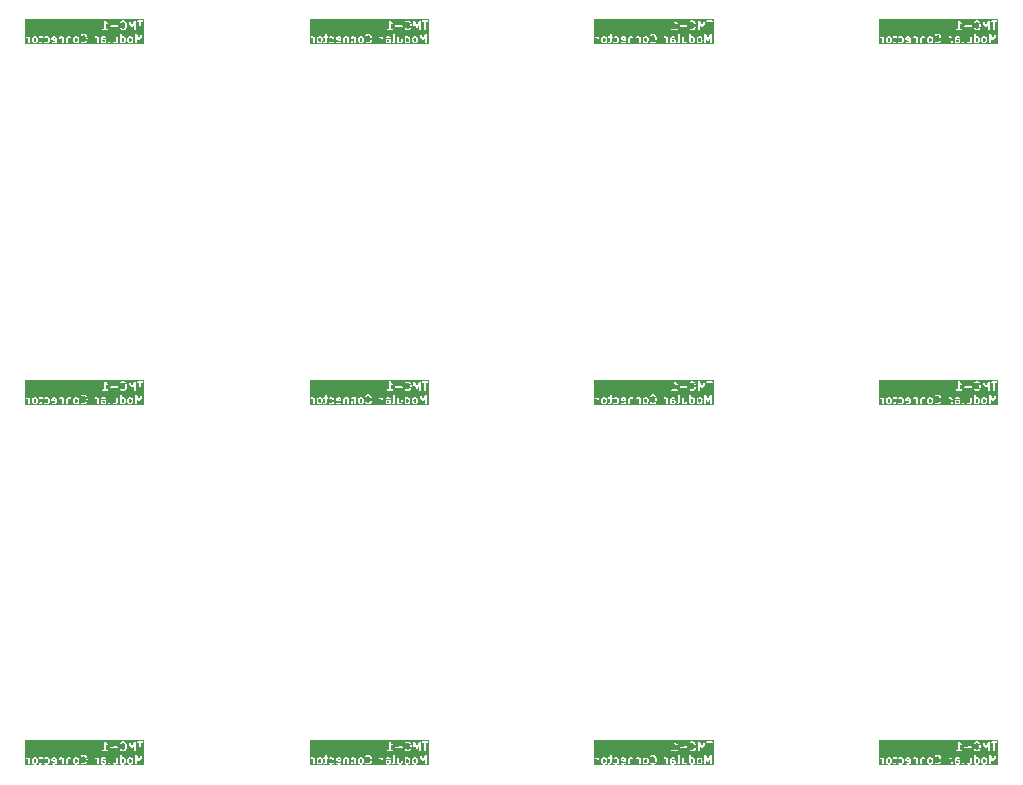
<source format=gbr>
%TF.GenerationSoftware,KiCad,Pcbnew,8.0.3*%
%TF.CreationDate,2025-04-01T21:14:06+03:00*%
%TF.ProjectId,TMC-1,544d432d-312e-46b6-9963-61645f706362,rev?*%
%TF.SameCoordinates,Original*%
%TF.FileFunction,Legend,Bot*%
%TF.FilePolarity,Positive*%
%FSLAX46Y46*%
G04 Gerber Fmt 4.6, Leading zero omitted, Abs format (unit mm)*
G04 Created by KiCad (PCBNEW 8.0.3) date 2025-04-01 21:14:06*
%MOMM*%
%LPD*%
G01*
G04 APERTURE LIST*
%ADD10C,0.140000*%
G04 APERTURE END LIST*
D10*
G36*
X150493856Y-89898134D02*
G01*
X150514587Y-89916077D01*
X150538150Y-89957600D01*
X150542035Y-90122953D01*
X150523230Y-90166089D01*
X150505283Y-90186824D01*
X150463383Y-90210602D01*
X150396447Y-90213415D01*
X150355272Y-90195465D01*
X150334540Y-90177520D01*
X150310977Y-90136000D01*
X150307092Y-89970646D01*
X150325899Y-89927506D01*
X150343842Y-89906776D01*
X150385744Y-89882996D01*
X150452680Y-89880183D01*
X150493856Y-89898134D01*
G37*
G36*
X152122049Y-89895893D02*
G01*
X152138091Y-89924160D01*
X152138793Y-89962840D01*
X151944926Y-89926987D01*
X151956990Y-89899314D01*
X151985561Y-89883100D01*
X152085105Y-89879787D01*
X152122049Y-89895893D01*
G37*
G36*
X153993855Y-89898134D02*
G01*
X154014586Y-89916077D01*
X154038149Y-89957600D01*
X154042034Y-90122953D01*
X154023229Y-90166089D01*
X154005282Y-90186824D01*
X153963382Y-90210602D01*
X153896446Y-90213415D01*
X153855271Y-90195465D01*
X153834539Y-90177520D01*
X153810976Y-90136000D01*
X153807091Y-89970646D01*
X153825898Y-89927506D01*
X153843841Y-89906776D01*
X153885743Y-89882996D01*
X153952679Y-89880183D01*
X153993855Y-89898134D01*
G37*
G36*
X156322047Y-90095893D02*
G01*
X156338551Y-90124974D01*
X156340532Y-90159729D01*
X156325468Y-90194285D01*
X156297014Y-90210432D01*
X156164633Y-90214078D01*
X156143543Y-90204884D01*
X156141898Y-90083447D01*
X156284490Y-90079520D01*
X156322047Y-90095893D01*
G37*
G36*
X157927187Y-89898134D02*
G01*
X157947918Y-89916077D01*
X157971481Y-89957600D01*
X157975366Y-90122953D01*
X157956561Y-90166089D01*
X157938614Y-90186824D01*
X157896897Y-90210498D01*
X157797352Y-90213811D01*
X157777344Y-90205088D01*
X157775028Y-89889076D01*
X157785559Y-89883100D01*
X157885103Y-89879787D01*
X157927187Y-89898134D01*
G37*
G36*
X158560520Y-89898134D02*
G01*
X158581251Y-89916077D01*
X158604814Y-89957600D01*
X158608699Y-90122953D01*
X158589894Y-90166089D01*
X158571947Y-90186824D01*
X158530047Y-90210602D01*
X158463111Y-90213415D01*
X158421936Y-90195465D01*
X158401204Y-90177520D01*
X158377641Y-90136000D01*
X158373756Y-89970646D01*
X158392563Y-89927506D01*
X158410506Y-89906776D01*
X158452408Y-89882996D01*
X158519344Y-89880183D01*
X158560520Y-89898134D01*
G37*
G36*
X159683678Y-90427911D02*
G01*
X149598781Y-90427911D01*
X149598781Y-89786678D01*
X149676559Y-89786678D01*
X149676559Y-89840254D01*
X149714443Y-89878138D01*
X149741231Y-89883466D01*
X149787493Y-89880828D01*
X149827187Y-89898133D01*
X149847922Y-89916080D01*
X149872812Y-89959939D01*
X149876559Y-90306921D01*
X149914443Y-90344805D01*
X149968019Y-90344805D01*
X150005903Y-90306921D01*
X150011231Y-90280133D01*
X150007687Y-89951940D01*
X150009401Y-89946800D01*
X150171231Y-89946800D01*
X150175740Y-90138760D01*
X150171407Y-90151762D01*
X150176481Y-90170292D01*
X150176559Y-90173588D01*
X150177695Y-90174724D01*
X150178621Y-90178105D01*
X150209892Y-90233206D01*
X150209892Y-90240253D01*
X150225066Y-90262963D01*
X150228432Y-90265877D01*
X150228700Y-90266348D01*
X150229149Y-90266497D01*
X150253244Y-90287354D01*
X150255015Y-90292665D01*
X150276592Y-90309410D01*
X150280890Y-90311284D01*
X150281108Y-90311472D01*
X150281321Y-90311472D01*
X150340041Y-90337070D01*
X150347776Y-90344805D01*
X150366181Y-90348465D01*
X150369602Y-90349957D01*
X150371125Y-90349449D01*
X150374564Y-90350133D01*
X150468243Y-90346196D01*
X150479526Y-90349957D01*
X150497793Y-90344954D01*
X150501352Y-90344805D01*
X150502488Y-90343668D01*
X150505869Y-90342743D01*
X150560973Y-90311472D01*
X150568020Y-90311472D01*
X150590729Y-90296297D01*
X150593640Y-90292933D01*
X150594113Y-90292665D01*
X150594263Y-90292213D01*
X150615119Y-90268117D01*
X150620428Y-90266348D01*
X150637174Y-90244771D01*
X150639048Y-90240470D01*
X150639237Y-90240253D01*
X150639236Y-90240038D01*
X150664833Y-90181323D01*
X150672569Y-90173588D01*
X150676229Y-90155182D01*
X150677721Y-90151762D01*
X150677213Y-90150238D01*
X150677897Y-90146800D01*
X150673387Y-89954839D01*
X150677721Y-89941838D01*
X150672646Y-89923308D01*
X150672569Y-89920012D01*
X150671432Y-89918875D01*
X150670507Y-89915496D01*
X150639236Y-89860391D01*
X150639236Y-89853345D01*
X150624061Y-89830636D01*
X150620698Y-89827725D01*
X150620429Y-89827251D01*
X150619975Y-89827099D01*
X150595883Y-89806246D01*
X150594113Y-89800936D01*
X150575742Y-89786678D01*
X150743225Y-89786678D01*
X150743225Y-89840254D01*
X150781109Y-89878138D01*
X150807897Y-89883466D01*
X150907127Y-89881664D01*
X150909447Y-90154578D01*
X150892137Y-90194285D01*
X150863055Y-90210789D01*
X150781109Y-90215461D01*
X150743225Y-90253345D01*
X150743225Y-90306921D01*
X150781109Y-90344805D01*
X150807897Y-90350133D01*
X150869515Y-90346620D01*
X150879526Y-90349957D01*
X150897547Y-90345021D01*
X150901352Y-90344805D01*
X150902488Y-90343668D01*
X150905869Y-90342743D01*
X150974135Y-90304002D01*
X150987096Y-90299682D01*
X150991304Y-90294258D01*
X150994113Y-90292665D01*
X150995296Y-90289115D01*
X151003841Y-90278105D01*
X151031501Y-90214655D01*
X151039236Y-90206921D01*
X151042896Y-90188515D01*
X151044388Y-90185095D01*
X151043880Y-90183571D01*
X151044564Y-90180133D01*
X151042006Y-89879215D01*
X151101352Y-89878138D01*
X151127727Y-89851763D01*
X151204740Y-89851763D01*
X151228700Y-89899682D01*
X151279527Y-89916624D01*
X151305869Y-89909410D01*
X151352228Y-89883100D01*
X151451772Y-89879787D01*
X151493856Y-89898134D01*
X151514587Y-89916077D01*
X151538150Y-89957600D01*
X151542035Y-90122953D01*
X151523230Y-90166089D01*
X151505283Y-90186824D01*
X151463566Y-90210498D01*
X151364021Y-90213811D01*
X151279526Y-90176976D01*
X151228699Y-90193918D01*
X151204740Y-90241838D01*
X151221682Y-90292665D01*
X151243259Y-90309410D01*
X151306708Y-90337070D01*
X151314443Y-90344805D01*
X151332848Y-90348465D01*
X151336269Y-90349957D01*
X151337792Y-90349449D01*
X151341231Y-90350133D01*
X151467453Y-90345932D01*
X151479526Y-90349957D01*
X151497922Y-90344919D01*
X151501352Y-90344805D01*
X151502488Y-90343668D01*
X151505869Y-90342743D01*
X151560973Y-90311472D01*
X151568020Y-90311472D01*
X151590729Y-90296297D01*
X151593640Y-90292933D01*
X151594113Y-90292665D01*
X151594263Y-90292213D01*
X151615119Y-90268117D01*
X151620428Y-90266348D01*
X151637174Y-90244771D01*
X151639048Y-90240470D01*
X151639237Y-90240253D01*
X151639236Y-90240038D01*
X151664833Y-90181323D01*
X151672569Y-90173588D01*
X151676229Y-90155182D01*
X151677721Y-90151762D01*
X151677213Y-90150238D01*
X151677897Y-90146800D01*
X151673387Y-89954839D01*
X151677721Y-89941838D01*
X151672646Y-89923308D01*
X151672569Y-89920012D01*
X151671432Y-89918875D01*
X151670507Y-89915496D01*
X151669355Y-89913466D01*
X151804564Y-89913466D01*
X151808419Y-89981090D01*
X151805894Y-89993717D01*
X151809442Y-89999040D01*
X151809892Y-90006921D01*
X151824305Y-90021334D01*
X151835613Y-90038296D01*
X151845284Y-90042313D01*
X151847776Y-90044805D01*
X151851282Y-90044805D01*
X151860836Y-90048774D01*
X152141295Y-90100640D01*
X152142294Y-90155691D01*
X152125470Y-90194285D01*
X152096899Y-90210498D01*
X151997354Y-90213811D01*
X151912859Y-90176976D01*
X151862032Y-90193918D01*
X151838073Y-90241838D01*
X151855015Y-90292665D01*
X151876592Y-90309410D01*
X151940041Y-90337070D01*
X151947776Y-90344805D01*
X151966181Y-90348465D01*
X151969602Y-90349957D01*
X151971125Y-90349449D01*
X151974564Y-90350133D01*
X152100786Y-90345932D01*
X152112859Y-90349957D01*
X152131255Y-90344919D01*
X152134685Y-90344805D01*
X152135821Y-90343668D01*
X152139202Y-90342743D01*
X152207468Y-90304002D01*
X152220429Y-90299682D01*
X152224637Y-90294258D01*
X152227446Y-90292665D01*
X152228629Y-90289115D01*
X152237174Y-90278105D01*
X152264834Y-90214655D01*
X152272569Y-90206921D01*
X152276229Y-90188515D01*
X152277721Y-90185095D01*
X152277213Y-90183571D01*
X152277897Y-90180133D01*
X152275340Y-90039341D01*
X152276566Y-90033215D01*
X152275192Y-90031154D01*
X152273210Y-89922034D01*
X152276067Y-89913466D01*
X152437897Y-89913466D01*
X152443225Y-90306921D01*
X152481109Y-90344805D01*
X152534685Y-90344805D01*
X152572569Y-90306921D01*
X152577897Y-90280133D01*
X152573269Y-89938433D01*
X152590323Y-89899314D01*
X152619077Y-89882996D01*
X152686013Y-89880183D01*
X152727189Y-89898134D01*
X152738920Y-89908288D01*
X152743225Y-90306921D01*
X152781109Y-90344805D01*
X152834685Y-90344805D01*
X152872569Y-90306921D01*
X152877897Y-90280133D01*
X152873938Y-89913466D01*
X153071230Y-89913466D01*
X153076558Y-90306921D01*
X153114442Y-90344805D01*
X153168018Y-90344805D01*
X153205902Y-90306921D01*
X153211230Y-90280133D01*
X153206602Y-89938433D01*
X153223656Y-89899314D01*
X153252410Y-89882996D01*
X153319346Y-89880183D01*
X153360522Y-89898134D01*
X153372253Y-89908288D01*
X153376558Y-90306921D01*
X153414442Y-90344805D01*
X153468018Y-90344805D01*
X153505902Y-90306921D01*
X153511230Y-90280133D01*
X153507631Y-89946800D01*
X153671230Y-89946800D01*
X153675739Y-90138760D01*
X153671406Y-90151762D01*
X153676480Y-90170292D01*
X153676558Y-90173588D01*
X153677694Y-90174724D01*
X153678620Y-90178105D01*
X153709891Y-90233206D01*
X153709891Y-90240253D01*
X153725065Y-90262963D01*
X153728431Y-90265877D01*
X153728699Y-90266348D01*
X153729148Y-90266497D01*
X153753243Y-90287354D01*
X153755014Y-90292665D01*
X153776591Y-90309410D01*
X153780889Y-90311284D01*
X153781107Y-90311472D01*
X153781320Y-90311472D01*
X153840040Y-90337070D01*
X153847775Y-90344805D01*
X153866180Y-90348465D01*
X153869601Y-90349957D01*
X153871124Y-90349449D01*
X153874563Y-90350133D01*
X153968242Y-90346196D01*
X153979525Y-90349957D01*
X153997792Y-90344954D01*
X154001351Y-90344805D01*
X154002487Y-90343668D01*
X154005868Y-90342743D01*
X154060972Y-90311472D01*
X154068019Y-90311472D01*
X154090728Y-90296297D01*
X154093639Y-90292933D01*
X154094112Y-90292665D01*
X154094262Y-90292213D01*
X154115118Y-90268117D01*
X154120427Y-90266348D01*
X154137173Y-90244771D01*
X154139047Y-90240470D01*
X154139236Y-90240253D01*
X154139235Y-90240038D01*
X154164832Y-90181323D01*
X154172568Y-90173588D01*
X154176228Y-90155182D01*
X154177720Y-90151762D01*
X154177212Y-90150238D01*
X154177896Y-90146800D01*
X154173386Y-89954839D01*
X154177720Y-89941838D01*
X154172645Y-89923308D01*
X154172568Y-89920012D01*
X154171431Y-89918875D01*
X154170506Y-89915496D01*
X154139235Y-89860391D01*
X154139235Y-89853345D01*
X154124060Y-89830636D01*
X154120697Y-89827725D01*
X154120428Y-89827251D01*
X154119974Y-89827099D01*
X154095882Y-89806246D01*
X154094112Y-89800936D01*
X154072535Y-89784190D01*
X154068233Y-89782314D01*
X154068018Y-89782128D01*
X154067805Y-89782128D01*
X154009085Y-89756528D01*
X154001351Y-89748794D01*
X153982947Y-89745133D01*
X153979526Y-89743642D01*
X153978001Y-89744149D01*
X153974563Y-89743466D01*
X153880882Y-89747402D01*
X153869600Y-89743642D01*
X153851332Y-89748644D01*
X153847775Y-89748794D01*
X153846639Y-89749929D01*
X153843257Y-89750856D01*
X153788154Y-89782128D01*
X153781108Y-89782128D01*
X153758399Y-89797303D01*
X153755486Y-89800667D01*
X153755014Y-89800936D01*
X153754863Y-89801387D01*
X153734009Y-89825480D01*
X153728698Y-89827251D01*
X153711953Y-89848828D01*
X153710078Y-89853128D01*
X153709891Y-89853345D01*
X153709891Y-89853557D01*
X153684292Y-89912277D01*
X153676558Y-89920012D01*
X153672897Y-89938417D01*
X153671406Y-89941838D01*
X153671913Y-89943361D01*
X153671230Y-89946800D01*
X153507631Y-89946800D01*
X153505902Y-89786678D01*
X153468018Y-89748794D01*
X153414442Y-89748794D01*
X153397309Y-89765926D01*
X153375752Y-89756528D01*
X153368018Y-89748794D01*
X153349614Y-89745133D01*
X153346193Y-89743642D01*
X153344668Y-89744149D01*
X153341230Y-89743466D01*
X153247549Y-89747402D01*
X153236267Y-89743642D01*
X153217999Y-89748644D01*
X153214442Y-89748794D01*
X153213306Y-89749929D01*
X153209924Y-89750856D01*
X153141659Y-89789597D01*
X153128699Y-89793918D01*
X153124489Y-89799342D01*
X153121681Y-89800936D01*
X153120498Y-89804484D01*
X153111953Y-89815495D01*
X153084293Y-89878942D01*
X153076558Y-89886678D01*
X153072897Y-89905083D01*
X153071406Y-89908504D01*
X153071913Y-89910027D01*
X153071230Y-89913466D01*
X152873938Y-89913466D01*
X152872569Y-89786678D01*
X152834685Y-89748794D01*
X152781109Y-89748794D01*
X152763976Y-89765926D01*
X152742419Y-89756528D01*
X152734685Y-89748794D01*
X152716281Y-89745133D01*
X152712860Y-89743642D01*
X152711335Y-89744149D01*
X152707897Y-89743466D01*
X152614216Y-89747402D01*
X152602934Y-89743642D01*
X152584666Y-89748644D01*
X152581109Y-89748794D01*
X152579973Y-89749929D01*
X152576591Y-89750856D01*
X152508326Y-89789597D01*
X152495366Y-89793918D01*
X152491156Y-89799342D01*
X152488348Y-89800936D01*
X152487165Y-89804484D01*
X152478620Y-89815495D01*
X152450960Y-89878942D01*
X152443225Y-89886678D01*
X152439564Y-89905083D01*
X152438073Y-89908504D01*
X152438580Y-89910027D01*
X152437897Y-89913466D01*
X152276067Y-89913466D01*
X152277721Y-89908504D01*
X152272627Y-89889904D01*
X152272569Y-89886678D01*
X152271432Y-89885541D01*
X152270507Y-89882161D01*
X152231766Y-89813896D01*
X152227446Y-89800936D01*
X152222021Y-89796726D01*
X152220428Y-89793918D01*
X152216879Y-89792735D01*
X152205869Y-89784190D01*
X152142419Y-89756528D01*
X152134685Y-89748794D01*
X152116281Y-89745133D01*
X152112860Y-89743642D01*
X152111335Y-89744149D01*
X152107897Y-89743466D01*
X151981673Y-89747666D01*
X151969601Y-89743642D01*
X151951204Y-89748679D01*
X151947776Y-89748794D01*
X151946640Y-89749929D01*
X151943258Y-89750856D01*
X151874993Y-89789597D01*
X151862033Y-89793918D01*
X151857823Y-89799342D01*
X151855015Y-89800936D01*
X151853832Y-89804484D01*
X151845287Y-89815495D01*
X151817627Y-89878942D01*
X151809892Y-89886678D01*
X151806231Y-89905083D01*
X151804740Y-89908504D01*
X151805247Y-89910027D01*
X151804564Y-89913466D01*
X151669355Y-89913466D01*
X151639236Y-89860391D01*
X151639236Y-89853345D01*
X151624061Y-89830636D01*
X151620698Y-89827725D01*
X151620429Y-89827251D01*
X151619975Y-89827099D01*
X151595883Y-89806246D01*
X151594113Y-89800936D01*
X151572536Y-89784190D01*
X151568234Y-89782314D01*
X151568019Y-89782128D01*
X151567806Y-89782128D01*
X151509086Y-89756528D01*
X151501352Y-89748794D01*
X151482948Y-89745133D01*
X151479527Y-89743642D01*
X151478002Y-89744149D01*
X151474564Y-89743466D01*
X151348340Y-89747666D01*
X151336268Y-89743642D01*
X151317871Y-89748679D01*
X151314443Y-89748794D01*
X151313307Y-89749929D01*
X151309925Y-89750856D01*
X151221682Y-89800936D01*
X151204740Y-89851763D01*
X151127727Y-89851763D01*
X151139236Y-89840254D01*
X151139236Y-89786678D01*
X151101352Y-89748794D01*
X151074564Y-89743466D01*
X151040857Y-89744077D01*
X151039803Y-89620013D01*
X154309891Y-89620013D01*
X154309891Y-89673589D01*
X154347776Y-89711472D01*
X154401352Y-89711472D01*
X154424061Y-89696297D01*
X154442295Y-89675229D01*
X154508678Y-89650088D01*
X154555469Y-89647420D01*
X154632376Y-89669657D01*
X154679287Y-89712613D01*
X154706496Y-89760559D01*
X154706653Y-89763777D01*
X154738673Y-89876226D01*
X154737896Y-89880133D01*
X154741270Y-89960436D01*
X154739986Y-89963156D01*
X154715209Y-90077964D01*
X154711953Y-90082161D01*
X154689992Y-90132535D01*
X154642849Y-90184019D01*
X154573780Y-90210177D01*
X154526989Y-90212845D01*
X154449447Y-90190424D01*
X154401352Y-90148794D01*
X154347776Y-90148794D01*
X154309891Y-90186677D01*
X154309891Y-90240253D01*
X154325065Y-90262963D01*
X154357870Y-90291358D01*
X154362032Y-90299682D01*
X154378006Y-90308787D01*
X154381107Y-90311472D01*
X154382714Y-90311472D01*
X154385760Y-90313208D01*
X154475441Y-90339138D01*
X154481108Y-90344805D01*
X154507896Y-90350133D01*
X154512549Y-90349867D01*
X154512858Y-90349957D01*
X154513099Y-90349836D01*
X154563601Y-90346957D01*
X154569601Y-90349957D01*
X154596699Y-90346541D01*
X154601270Y-90344809D01*
X154601351Y-90344805D01*
X154601392Y-90344763D01*
X154689296Y-90311472D01*
X154701351Y-90311472D01*
X154717120Y-90300934D01*
X154720427Y-90299682D01*
X154721145Y-90298244D01*
X154724060Y-90296297D01*
X154779772Y-90235455D01*
X154787095Y-90233015D01*
X154803840Y-90211438D01*
X154805724Y-90207114D01*
X154805902Y-90206921D01*
X154805902Y-90206708D01*
X154827524Y-90157108D01*
X154830807Y-90155139D01*
X154842473Y-90130443D01*
X154868183Y-90011305D01*
X154872568Y-90006921D01*
X154877896Y-89980133D01*
X154874323Y-89895120D01*
X154877134Y-89890436D01*
X154875806Y-89863155D01*
X154854028Y-89786678D01*
X155476557Y-89786678D01*
X155476557Y-89840254D01*
X155514441Y-89878138D01*
X155541229Y-89883466D01*
X155587491Y-89880828D01*
X155627185Y-89898133D01*
X155647920Y-89916080D01*
X155672810Y-89959939D01*
X155676557Y-90306921D01*
X155714441Y-90344805D01*
X155768017Y-90344805D01*
X155805901Y-90306921D01*
X155811229Y-90280133D01*
X155807685Y-89951940D01*
X155811053Y-89941838D01*
X155807433Y-89928621D01*
X155807269Y-89913466D01*
X156004562Y-89913466D01*
X156005380Y-89973886D01*
X156004738Y-89975171D01*
X156005425Y-89977233D01*
X156008896Y-90233521D01*
X156004738Y-90241838D01*
X156009189Y-90255192D01*
X156009890Y-90306921D01*
X156047774Y-90344805D01*
X156101350Y-90344805D01*
X156107895Y-90338259D01*
X156114441Y-90344805D01*
X156132846Y-90348465D01*
X156136267Y-90349957D01*
X156137790Y-90349449D01*
X156141229Y-90350133D01*
X156300246Y-90345753D01*
X156312857Y-90349957D01*
X156331333Y-90344897D01*
X156334683Y-90344805D01*
X156335819Y-90343668D01*
X156339200Y-90342743D01*
X156407466Y-90304002D01*
X156420427Y-90299682D01*
X156424635Y-90294258D01*
X156427444Y-90292665D01*
X156428627Y-90289115D01*
X156431747Y-90285095D01*
X156571405Y-90285095D01*
X156595364Y-90333015D01*
X156646191Y-90349957D01*
X156672534Y-90342743D01*
X156740800Y-90304002D01*
X156753761Y-90299682D01*
X156757969Y-90294258D01*
X156760778Y-90292665D01*
X156761961Y-90289115D01*
X156770506Y-90278105D01*
X156798166Y-90214655D01*
X156805901Y-90206921D01*
X156809561Y-90188515D01*
X156811053Y-90185095D01*
X156810545Y-90183571D01*
X156811229Y-90180133D01*
X156808112Y-89813466D01*
X157004562Y-89813466D01*
X157009890Y-90306921D01*
X157047774Y-90344805D01*
X157101350Y-90344805D01*
X157118482Y-90327672D01*
X157140039Y-90337070D01*
X157147774Y-90344805D01*
X157166179Y-90348465D01*
X157169600Y-90349957D01*
X157171123Y-90349449D01*
X157174562Y-90350133D01*
X157268241Y-90346196D01*
X157279524Y-90349957D01*
X157297791Y-90344954D01*
X157301350Y-90344805D01*
X157302486Y-90343668D01*
X157305867Y-90342743D01*
X157374133Y-90304002D01*
X157387094Y-90299682D01*
X157391302Y-90294258D01*
X157394111Y-90292665D01*
X157395294Y-90289115D01*
X157403839Y-90278105D01*
X157431499Y-90214655D01*
X157439234Y-90206921D01*
X157442894Y-90188515D01*
X157444386Y-90185095D01*
X157443878Y-90183571D01*
X157444562Y-90180133D01*
X157439234Y-89786678D01*
X157401350Y-89748794D01*
X157347774Y-89748794D01*
X157309890Y-89786678D01*
X157304562Y-89813466D01*
X157309189Y-90155165D01*
X157292135Y-90194285D01*
X157263381Y-90210602D01*
X157196445Y-90213415D01*
X157155270Y-90195465D01*
X157143538Y-90185310D01*
X157139234Y-89786678D01*
X157101350Y-89748794D01*
X157047774Y-89748794D01*
X157009890Y-89786678D01*
X157004562Y-89813466D01*
X156808112Y-89813466D01*
X156806129Y-89580133D01*
X157637895Y-89580133D01*
X157639847Y-89846434D01*
X157638071Y-89851763D01*
X157639913Y-89855447D01*
X157642678Y-90232622D01*
X157638071Y-90241838D01*
X157642851Y-90256178D01*
X157643223Y-90306921D01*
X157681107Y-90344805D01*
X157734683Y-90344805D01*
X157741228Y-90338259D01*
X157747774Y-90344805D01*
X157766179Y-90348465D01*
X157769600Y-90349957D01*
X157771123Y-90349449D01*
X157774562Y-90350133D01*
X157900784Y-90345932D01*
X157912857Y-90349957D01*
X157931253Y-90344919D01*
X157934683Y-90344805D01*
X157935819Y-90343668D01*
X157939200Y-90342743D01*
X157994304Y-90311472D01*
X158001351Y-90311472D01*
X158024060Y-90296297D01*
X158026971Y-90292933D01*
X158027444Y-90292665D01*
X158027594Y-90292213D01*
X158048450Y-90268117D01*
X158053759Y-90266348D01*
X158070505Y-90244771D01*
X158072379Y-90240470D01*
X158072568Y-90240253D01*
X158072567Y-90240038D01*
X158098164Y-90181323D01*
X158105900Y-90173588D01*
X158109560Y-90155182D01*
X158111052Y-90151762D01*
X158110544Y-90150238D01*
X158111228Y-90146800D01*
X158106718Y-89954839D01*
X158109398Y-89946800D01*
X158237895Y-89946800D01*
X158242404Y-90138760D01*
X158238071Y-90151762D01*
X158243145Y-90170292D01*
X158243223Y-90173588D01*
X158244359Y-90174724D01*
X158245285Y-90178105D01*
X158276556Y-90233206D01*
X158276556Y-90240253D01*
X158291730Y-90262963D01*
X158295096Y-90265877D01*
X158295364Y-90266348D01*
X158295813Y-90266497D01*
X158319908Y-90287354D01*
X158321679Y-90292665D01*
X158343256Y-90309410D01*
X158347554Y-90311284D01*
X158347772Y-90311472D01*
X158347985Y-90311472D01*
X158406705Y-90337070D01*
X158414440Y-90344805D01*
X158432845Y-90348465D01*
X158436266Y-90349957D01*
X158437789Y-90349449D01*
X158441228Y-90350133D01*
X158534907Y-90346196D01*
X158546190Y-90349957D01*
X158564457Y-90344954D01*
X158568016Y-90344805D01*
X158569152Y-90343668D01*
X158572533Y-90342743D01*
X158627637Y-90311472D01*
X158634684Y-90311472D01*
X158657393Y-90296297D01*
X158660304Y-90292933D01*
X158660777Y-90292665D01*
X158660927Y-90292213D01*
X158681783Y-90268117D01*
X158687092Y-90266348D01*
X158703838Y-90244771D01*
X158705712Y-90240470D01*
X158705901Y-90240253D01*
X158705900Y-90240038D01*
X158731497Y-90181323D01*
X158739233Y-90173588D01*
X158742893Y-90155182D01*
X158744385Y-90151762D01*
X158743877Y-90150238D01*
X158744561Y-90146800D01*
X158740051Y-89954839D01*
X158744385Y-89941838D01*
X158739310Y-89923308D01*
X158739233Y-89920012D01*
X158738096Y-89918875D01*
X158737171Y-89915496D01*
X158705900Y-89860391D01*
X158705900Y-89853345D01*
X158690725Y-89830636D01*
X158687362Y-89827725D01*
X158687093Y-89827251D01*
X158686639Y-89827099D01*
X158662547Y-89806246D01*
X158660777Y-89800936D01*
X158639200Y-89784190D01*
X158634898Y-89782314D01*
X158634683Y-89782128D01*
X158634470Y-89782128D01*
X158575750Y-89756528D01*
X158568016Y-89748794D01*
X158549612Y-89745133D01*
X158546191Y-89743642D01*
X158544666Y-89744149D01*
X158541228Y-89743466D01*
X158447547Y-89747402D01*
X158436265Y-89743642D01*
X158417997Y-89748644D01*
X158414440Y-89748794D01*
X158413304Y-89749929D01*
X158409922Y-89750856D01*
X158354819Y-89782128D01*
X158347773Y-89782128D01*
X158325064Y-89797303D01*
X158322151Y-89800667D01*
X158321679Y-89800936D01*
X158321528Y-89801387D01*
X158300674Y-89825480D01*
X158295363Y-89827251D01*
X158278618Y-89848828D01*
X158276743Y-89853128D01*
X158276556Y-89853345D01*
X158276556Y-89853557D01*
X158250957Y-89912277D01*
X158243223Y-89920012D01*
X158239562Y-89938417D01*
X158238071Y-89941838D01*
X158238578Y-89943361D01*
X158237895Y-89946800D01*
X158109398Y-89946800D01*
X158111052Y-89941838D01*
X158105977Y-89923308D01*
X158105900Y-89920012D01*
X158104763Y-89918875D01*
X158103838Y-89915496D01*
X158072567Y-89860391D01*
X158072567Y-89853345D01*
X158057392Y-89830636D01*
X158054029Y-89827725D01*
X158053760Y-89827251D01*
X158053306Y-89827099D01*
X158029214Y-89806246D01*
X158027444Y-89800936D01*
X158005867Y-89784190D01*
X158001565Y-89782314D01*
X158001350Y-89782128D01*
X158001137Y-89782128D01*
X157942417Y-89756528D01*
X157934683Y-89748794D01*
X157916279Y-89745133D01*
X157912858Y-89743642D01*
X157911333Y-89744149D01*
X157907895Y-89743466D01*
X157781671Y-89747666D01*
X157773972Y-89745099D01*
X157772763Y-89580133D01*
X158904561Y-89580133D01*
X158909889Y-90306921D01*
X158947773Y-90344805D01*
X159001349Y-90344805D01*
X159039233Y-90306921D01*
X159044561Y-90280133D01*
X159041648Y-89882829D01*
X159149049Y-90107548D01*
X159156271Y-90127409D01*
X159159192Y-90128772D01*
X159160619Y-90131757D01*
X159183124Y-90139940D01*
X159204821Y-90150066D01*
X159207895Y-90148948D01*
X159210969Y-90150066D01*
X159232665Y-90139940D01*
X159255171Y-90131757D01*
X159257758Y-90128230D01*
X159259519Y-90127409D01*
X159260656Y-90124279D01*
X159271328Y-90109735D01*
X159373466Y-89885500D01*
X159376556Y-90306921D01*
X159414440Y-90344805D01*
X159468016Y-90344805D01*
X159505900Y-90306921D01*
X159511228Y-90280133D01*
X159506198Y-89594101D01*
X159511161Y-89583207D01*
X159506015Y-89569055D01*
X159505900Y-89553345D01*
X159497103Y-89544548D01*
X159492852Y-89532856D01*
X159478900Y-89526345D01*
X159468016Y-89515461D01*
X159455576Y-89515461D01*
X159444302Y-89510200D01*
X159429834Y-89515461D01*
X159414440Y-89515461D01*
X159405643Y-89524257D01*
X159393952Y-89528509D01*
X159377795Y-89550531D01*
X159209229Y-89920599D01*
X159039319Y-89565087D01*
X159039233Y-89553345D01*
X159028648Y-89542760D01*
X159021837Y-89528509D01*
X159010145Y-89524257D01*
X159001349Y-89515461D01*
X158985955Y-89515461D01*
X158971487Y-89510200D01*
X158960214Y-89515461D01*
X158947773Y-89515461D01*
X158936887Y-89526346D01*
X158922937Y-89532857D01*
X158918685Y-89544548D01*
X158909889Y-89553345D01*
X158904561Y-89580133D01*
X157772763Y-89580133D01*
X157772567Y-89553345D01*
X157734683Y-89515461D01*
X157681107Y-89515461D01*
X157643223Y-89553345D01*
X157637895Y-89580133D01*
X156806129Y-89580133D01*
X156805901Y-89553345D01*
X156768017Y-89515461D01*
X156714441Y-89515461D01*
X156676557Y-89553345D01*
X156671229Y-89580133D01*
X156676112Y-90154578D01*
X156658802Y-90194285D01*
X156588347Y-90234268D01*
X156571405Y-90285095D01*
X156431747Y-90285095D01*
X156437172Y-90278105D01*
X156464832Y-90214655D01*
X156472567Y-90206921D01*
X156476227Y-90188515D01*
X156477719Y-90185095D01*
X156477211Y-90183571D01*
X156477895Y-90180133D01*
X156474382Y-90118514D01*
X156477719Y-90108504D01*
X156472783Y-90090482D01*
X156472567Y-90086678D01*
X156471430Y-90085541D01*
X156470505Y-90082161D01*
X156431764Y-90013896D01*
X156427444Y-90000936D01*
X156422019Y-89996726D01*
X156420426Y-89993918D01*
X156416877Y-89992735D01*
X156405867Y-89984190D01*
X156342417Y-89956528D01*
X156334683Y-89948794D01*
X156316279Y-89945133D01*
X156312858Y-89943642D01*
X156311333Y-89944149D01*
X156307895Y-89943466D01*
X156164633Y-89947411D01*
X156140590Y-89936930D01*
X156156988Y-89899314D01*
X156185559Y-89883100D01*
X156285103Y-89879787D01*
X156369599Y-89916624D01*
X156420426Y-89899682D01*
X156444386Y-89851763D01*
X156427444Y-89800936D01*
X156405867Y-89784190D01*
X156342417Y-89756528D01*
X156334683Y-89748794D01*
X156316279Y-89745133D01*
X156312858Y-89743642D01*
X156311333Y-89744149D01*
X156307895Y-89743466D01*
X156181671Y-89747666D01*
X156169599Y-89743642D01*
X156151202Y-89748679D01*
X156147774Y-89748794D01*
X156146638Y-89749929D01*
X156143256Y-89750856D01*
X156074991Y-89789597D01*
X156062031Y-89793918D01*
X156057821Y-89799342D01*
X156055013Y-89800936D01*
X156053830Y-89804484D01*
X156045285Y-89815495D01*
X156017625Y-89878942D01*
X156009890Y-89886678D01*
X156006229Y-89905083D01*
X156004738Y-89908504D01*
X156005245Y-89910027D01*
X156004562Y-89913466D01*
X155807269Y-89913466D01*
X155805901Y-89786678D01*
X155768017Y-89748794D01*
X155714441Y-89748794D01*
X155687188Y-89776046D01*
X155642419Y-89756529D01*
X155634684Y-89748794D01*
X155616280Y-89745133D01*
X155612859Y-89743642D01*
X155611334Y-89744149D01*
X155607896Y-89743466D01*
X155514441Y-89748794D01*
X155476557Y-89786678D01*
X154854028Y-89786678D01*
X154842700Y-89746896D01*
X154844387Y-89741838D01*
X154837173Y-89715496D01*
X154805902Y-89660391D01*
X154805902Y-89653345D01*
X154790727Y-89630635D01*
X154787163Y-89627372D01*
X154787095Y-89627251D01*
X154786995Y-89627217D01*
X154725663Y-89571056D01*
X154720427Y-89560584D01*
X154704000Y-89551220D01*
X154701351Y-89548794D01*
X154699744Y-89548794D01*
X154696699Y-89547058D01*
X154607017Y-89521127D01*
X154601351Y-89515461D01*
X154574563Y-89510133D01*
X154569909Y-89510398D01*
X154569601Y-89510309D01*
X154569359Y-89510429D01*
X154518857Y-89513308D01*
X154512858Y-89510309D01*
X154485760Y-89513725D01*
X154481188Y-89515456D01*
X154481108Y-89515461D01*
X154481066Y-89515502D01*
X154393163Y-89548793D01*
X154381107Y-89548794D01*
X154365336Y-89559332D01*
X154362032Y-89560584D01*
X154361313Y-89562020D01*
X154358398Y-89563969D01*
X154309891Y-89620013D01*
X151039803Y-89620013D01*
X151039236Y-89553345D01*
X151001352Y-89515461D01*
X150947776Y-89515461D01*
X150909892Y-89553345D01*
X150904564Y-89580133D01*
X150905978Y-89746526D01*
X150781109Y-89748794D01*
X150743225Y-89786678D01*
X150575742Y-89786678D01*
X150572536Y-89784190D01*
X150568234Y-89782314D01*
X150568019Y-89782128D01*
X150567806Y-89782128D01*
X150509086Y-89756528D01*
X150501352Y-89748794D01*
X150482948Y-89745133D01*
X150479527Y-89743642D01*
X150478002Y-89744149D01*
X150474564Y-89743466D01*
X150380883Y-89747402D01*
X150369601Y-89743642D01*
X150351333Y-89748644D01*
X150347776Y-89748794D01*
X150346640Y-89749929D01*
X150343258Y-89750856D01*
X150288155Y-89782128D01*
X150281109Y-89782128D01*
X150258400Y-89797303D01*
X150255487Y-89800667D01*
X150255015Y-89800936D01*
X150254864Y-89801387D01*
X150234010Y-89825480D01*
X150228699Y-89827251D01*
X150211954Y-89848828D01*
X150210079Y-89853128D01*
X150209892Y-89853345D01*
X150209892Y-89853557D01*
X150184293Y-89912277D01*
X150176559Y-89920012D01*
X150172898Y-89938417D01*
X150171407Y-89941838D01*
X150171914Y-89943361D01*
X150171231Y-89946800D01*
X150009401Y-89946800D01*
X150011055Y-89941838D01*
X150007435Y-89928621D01*
X150005903Y-89786678D01*
X149968019Y-89748794D01*
X149914443Y-89748794D01*
X149887190Y-89776046D01*
X149842421Y-89756529D01*
X149834686Y-89748794D01*
X149816282Y-89745133D01*
X149812861Y-89743642D01*
X149811336Y-89744149D01*
X149807898Y-89743466D01*
X149714443Y-89748794D01*
X149676559Y-89786678D01*
X149598781Y-89786678D01*
X149598781Y-89126385D01*
X156109889Y-89126385D01*
X156109889Y-89179961D01*
X156147773Y-89217845D01*
X156174561Y-89223173D01*
X156601349Y-89217845D01*
X156639233Y-89179961D01*
X156639233Y-89126385D01*
X156601349Y-89088501D01*
X156574561Y-89083173D01*
X156444059Y-89084802D01*
X156442409Y-88859718D01*
X156809890Y-88859718D01*
X156809890Y-88913294D01*
X156847774Y-88951178D01*
X156874562Y-88956506D01*
X157434683Y-88951178D01*
X157472567Y-88913294D01*
X157472567Y-88859718D01*
X157434683Y-88821834D01*
X157407895Y-88816506D01*
X156847774Y-88821834D01*
X156809890Y-88859718D01*
X156442409Y-88859718D01*
X156440855Y-88647653D01*
X156452572Y-88658382D01*
X156455013Y-88665704D01*
X156476590Y-88682450D01*
X156480913Y-88684334D01*
X156481107Y-88684512D01*
X156481320Y-88684512D01*
X156569599Y-88722997D01*
X156620426Y-88706055D01*
X156644385Y-88658135D01*
X156627443Y-88607309D01*
X156605866Y-88590563D01*
X156555492Y-88568602D01*
X156501437Y-88519104D01*
X156499471Y-88514344D01*
X156484135Y-88493053D01*
X157643223Y-88493053D01*
X157643223Y-88546629D01*
X157681108Y-88584512D01*
X157734684Y-88584512D01*
X157757393Y-88569337D01*
X157775627Y-88548269D01*
X157842010Y-88523128D01*
X157888801Y-88520460D01*
X157965708Y-88542697D01*
X158012619Y-88585653D01*
X158039828Y-88633599D01*
X158039985Y-88636817D01*
X158072005Y-88749266D01*
X158071228Y-88753173D01*
X158074602Y-88833476D01*
X158073318Y-88836196D01*
X158048541Y-88951004D01*
X158045285Y-88955201D01*
X158023324Y-89005575D01*
X157976181Y-89057059D01*
X157907112Y-89083217D01*
X157860321Y-89085885D01*
X157782779Y-89063464D01*
X157734684Y-89021834D01*
X157681108Y-89021834D01*
X157643223Y-89059717D01*
X157643223Y-89113293D01*
X157658397Y-89136003D01*
X157691202Y-89164398D01*
X157695364Y-89172722D01*
X157711338Y-89181827D01*
X157714439Y-89184512D01*
X157716046Y-89184512D01*
X157719092Y-89186248D01*
X157808773Y-89212178D01*
X157814440Y-89217845D01*
X157841228Y-89223173D01*
X157845881Y-89222907D01*
X157846190Y-89222997D01*
X157846431Y-89222876D01*
X157896933Y-89219997D01*
X157902933Y-89222997D01*
X157930031Y-89219581D01*
X157934602Y-89217849D01*
X157934683Y-89217845D01*
X157934724Y-89217803D01*
X158022628Y-89184512D01*
X158034683Y-89184512D01*
X158050452Y-89173974D01*
X158053759Y-89172722D01*
X158054477Y-89171284D01*
X158057392Y-89169337D01*
X158113104Y-89108495D01*
X158120427Y-89106055D01*
X158137172Y-89084478D01*
X158139056Y-89080154D01*
X158139234Y-89079961D01*
X158139234Y-89079748D01*
X158160856Y-89030148D01*
X158164139Y-89028179D01*
X158175805Y-89003483D01*
X158201515Y-88884345D01*
X158205900Y-88879961D01*
X158211228Y-88853173D01*
X158207655Y-88768160D01*
X158210466Y-88763476D01*
X158209138Y-88736195D01*
X158176032Y-88619936D01*
X158177719Y-88614878D01*
X158170505Y-88588536D01*
X158139234Y-88533431D01*
X158139234Y-88526385D01*
X158124059Y-88503675D01*
X158120495Y-88500412D01*
X158120427Y-88500291D01*
X158120327Y-88500257D01*
X158068908Y-88453173D01*
X158371228Y-88453173D01*
X158376556Y-89179961D01*
X158414440Y-89217845D01*
X158468016Y-89217845D01*
X158505900Y-89179961D01*
X158511228Y-89153173D01*
X158508315Y-88755869D01*
X158615716Y-88980588D01*
X158622938Y-89000449D01*
X158625859Y-89001812D01*
X158627286Y-89004797D01*
X158649791Y-89012980D01*
X158671488Y-89023106D01*
X158674562Y-89021988D01*
X158677636Y-89023106D01*
X158699332Y-89012980D01*
X158721838Y-89004797D01*
X158724425Y-89001270D01*
X158726186Y-89000449D01*
X158727323Y-88997319D01*
X158737995Y-88982775D01*
X158840133Y-88758540D01*
X158843223Y-89179961D01*
X158881107Y-89217845D01*
X158934683Y-89217845D01*
X158972567Y-89179961D01*
X158977895Y-89153173D01*
X158972865Y-88467141D01*
X158977828Y-88456247D01*
X158972682Y-88442095D01*
X158972567Y-88426385D01*
X159076556Y-88426385D01*
X159076556Y-88479961D01*
X159114440Y-88517845D01*
X159141228Y-88523173D01*
X159271729Y-88521543D01*
X159276556Y-89179961D01*
X159314440Y-89217845D01*
X159368016Y-89217845D01*
X159405900Y-89179961D01*
X159411228Y-89153173D01*
X159406585Y-88519860D01*
X159568016Y-88517845D01*
X159605900Y-88479961D01*
X159605900Y-88426385D01*
X159568016Y-88388501D01*
X159541228Y-88383173D01*
X159114440Y-88388501D01*
X159076556Y-88426385D01*
X158972567Y-88426385D01*
X158963770Y-88417588D01*
X158959519Y-88405896D01*
X158945567Y-88399385D01*
X158934683Y-88388501D01*
X158922243Y-88388501D01*
X158910969Y-88383240D01*
X158896501Y-88388501D01*
X158881107Y-88388501D01*
X158872310Y-88397297D01*
X158860619Y-88401549D01*
X158844462Y-88423571D01*
X158675896Y-88793639D01*
X158505986Y-88438127D01*
X158505900Y-88426385D01*
X158495315Y-88415800D01*
X158488504Y-88401549D01*
X158476812Y-88397297D01*
X158468016Y-88388501D01*
X158452622Y-88388501D01*
X158438154Y-88383240D01*
X158426881Y-88388501D01*
X158414440Y-88388501D01*
X158403554Y-88399386D01*
X158389604Y-88405897D01*
X158385352Y-88417588D01*
X158376556Y-88426385D01*
X158371228Y-88453173D01*
X158068908Y-88453173D01*
X158058995Y-88444096D01*
X158053759Y-88433624D01*
X158037332Y-88424260D01*
X158034683Y-88421834D01*
X158033076Y-88421834D01*
X158030031Y-88420098D01*
X157940349Y-88394167D01*
X157934683Y-88388501D01*
X157907895Y-88383173D01*
X157903241Y-88383438D01*
X157902933Y-88383349D01*
X157902691Y-88383469D01*
X157852189Y-88386348D01*
X157846190Y-88383349D01*
X157819092Y-88386765D01*
X157814520Y-88388496D01*
X157814440Y-88388501D01*
X157814398Y-88388542D01*
X157726495Y-88421833D01*
X157714439Y-88421834D01*
X157698668Y-88432372D01*
X157695364Y-88433624D01*
X157694645Y-88435060D01*
X157691730Y-88437009D01*
X157643223Y-88493053D01*
X156484135Y-88493053D01*
X156439265Y-88430762D01*
X156439233Y-88426385D01*
X156428074Y-88415226D01*
X156413512Y-88395010D01*
X156406444Y-88393596D01*
X156401349Y-88388501D01*
X156380966Y-88388501D01*
X156360976Y-88384503D01*
X156354979Y-88388501D01*
X156347773Y-88388501D01*
X156333360Y-88402913D01*
X156316398Y-88414222D01*
X156314984Y-88421289D01*
X156309889Y-88426385D01*
X156304561Y-88453173D01*
X156309203Y-89086485D01*
X156147773Y-89088501D01*
X156109889Y-89126385D01*
X149598781Y-89126385D01*
X149598781Y-88305395D01*
X159683678Y-88305395D01*
X159683678Y-90427911D01*
G37*
G36*
X102293856Y-59348134D02*
G01*
X102314587Y-59366077D01*
X102338150Y-59407600D01*
X102342035Y-59572953D01*
X102323230Y-59616089D01*
X102305283Y-59636824D01*
X102263383Y-59660602D01*
X102196447Y-59663415D01*
X102155272Y-59645465D01*
X102134540Y-59627520D01*
X102110977Y-59586000D01*
X102107092Y-59420646D01*
X102125899Y-59377506D01*
X102143842Y-59356776D01*
X102185744Y-59332996D01*
X102252680Y-59330183D01*
X102293856Y-59348134D01*
G37*
G36*
X103922049Y-59345893D02*
G01*
X103938091Y-59374160D01*
X103938793Y-59412840D01*
X103744926Y-59376987D01*
X103756990Y-59349314D01*
X103785561Y-59333100D01*
X103885105Y-59329787D01*
X103922049Y-59345893D01*
G37*
G36*
X105793855Y-59348134D02*
G01*
X105814586Y-59366077D01*
X105838149Y-59407600D01*
X105842034Y-59572953D01*
X105823229Y-59616089D01*
X105805282Y-59636824D01*
X105763382Y-59660602D01*
X105696446Y-59663415D01*
X105655271Y-59645465D01*
X105634539Y-59627520D01*
X105610976Y-59586000D01*
X105607091Y-59420646D01*
X105625898Y-59377506D01*
X105643841Y-59356776D01*
X105685743Y-59332996D01*
X105752679Y-59330183D01*
X105793855Y-59348134D01*
G37*
G36*
X108122047Y-59545893D02*
G01*
X108138551Y-59574974D01*
X108140532Y-59609729D01*
X108125468Y-59644285D01*
X108097014Y-59660432D01*
X107964633Y-59664078D01*
X107943543Y-59654884D01*
X107941898Y-59533447D01*
X108084490Y-59529520D01*
X108122047Y-59545893D01*
G37*
G36*
X109727187Y-59348134D02*
G01*
X109747918Y-59366077D01*
X109771481Y-59407600D01*
X109775366Y-59572953D01*
X109756561Y-59616089D01*
X109738614Y-59636824D01*
X109696897Y-59660498D01*
X109597352Y-59663811D01*
X109577344Y-59655088D01*
X109575028Y-59339076D01*
X109585559Y-59333100D01*
X109685103Y-59329787D01*
X109727187Y-59348134D01*
G37*
G36*
X110360520Y-59348134D02*
G01*
X110381251Y-59366077D01*
X110404814Y-59407600D01*
X110408699Y-59572953D01*
X110389894Y-59616089D01*
X110371947Y-59636824D01*
X110330047Y-59660602D01*
X110263111Y-59663415D01*
X110221936Y-59645465D01*
X110201204Y-59627520D01*
X110177641Y-59586000D01*
X110173756Y-59420646D01*
X110192563Y-59377506D01*
X110210506Y-59356776D01*
X110252408Y-59332996D01*
X110319344Y-59330183D01*
X110360520Y-59348134D01*
G37*
G36*
X111483678Y-59877911D02*
G01*
X101398781Y-59877911D01*
X101398781Y-59236678D01*
X101476559Y-59236678D01*
X101476559Y-59290254D01*
X101514443Y-59328138D01*
X101541231Y-59333466D01*
X101587493Y-59330828D01*
X101627187Y-59348133D01*
X101647922Y-59366080D01*
X101672812Y-59409939D01*
X101676559Y-59756921D01*
X101714443Y-59794805D01*
X101768019Y-59794805D01*
X101805903Y-59756921D01*
X101811231Y-59730133D01*
X101807687Y-59401940D01*
X101809401Y-59396800D01*
X101971231Y-59396800D01*
X101975740Y-59588760D01*
X101971407Y-59601762D01*
X101976481Y-59620292D01*
X101976559Y-59623588D01*
X101977695Y-59624724D01*
X101978621Y-59628105D01*
X102009892Y-59683206D01*
X102009892Y-59690253D01*
X102025066Y-59712963D01*
X102028432Y-59715877D01*
X102028700Y-59716348D01*
X102029149Y-59716497D01*
X102053244Y-59737354D01*
X102055015Y-59742665D01*
X102076592Y-59759410D01*
X102080890Y-59761284D01*
X102081108Y-59761472D01*
X102081321Y-59761472D01*
X102140041Y-59787070D01*
X102147776Y-59794805D01*
X102166181Y-59798465D01*
X102169602Y-59799957D01*
X102171125Y-59799449D01*
X102174564Y-59800133D01*
X102268243Y-59796196D01*
X102279526Y-59799957D01*
X102297793Y-59794954D01*
X102301352Y-59794805D01*
X102302488Y-59793668D01*
X102305869Y-59792743D01*
X102360973Y-59761472D01*
X102368020Y-59761472D01*
X102390729Y-59746297D01*
X102393640Y-59742933D01*
X102394113Y-59742665D01*
X102394263Y-59742213D01*
X102415119Y-59718117D01*
X102420428Y-59716348D01*
X102437174Y-59694771D01*
X102439048Y-59690470D01*
X102439237Y-59690253D01*
X102439236Y-59690038D01*
X102464833Y-59631323D01*
X102472569Y-59623588D01*
X102476229Y-59605182D01*
X102477721Y-59601762D01*
X102477213Y-59600238D01*
X102477897Y-59596800D01*
X102473387Y-59404839D01*
X102477721Y-59391838D01*
X102472646Y-59373308D01*
X102472569Y-59370012D01*
X102471432Y-59368875D01*
X102470507Y-59365496D01*
X102439236Y-59310391D01*
X102439236Y-59303345D01*
X102424061Y-59280636D01*
X102420698Y-59277725D01*
X102420429Y-59277251D01*
X102419975Y-59277099D01*
X102395883Y-59256246D01*
X102394113Y-59250936D01*
X102375742Y-59236678D01*
X102543225Y-59236678D01*
X102543225Y-59290254D01*
X102581109Y-59328138D01*
X102607897Y-59333466D01*
X102707127Y-59331664D01*
X102709447Y-59604578D01*
X102692137Y-59644285D01*
X102663055Y-59660789D01*
X102581109Y-59665461D01*
X102543225Y-59703345D01*
X102543225Y-59756921D01*
X102581109Y-59794805D01*
X102607897Y-59800133D01*
X102669515Y-59796620D01*
X102679526Y-59799957D01*
X102697547Y-59795021D01*
X102701352Y-59794805D01*
X102702488Y-59793668D01*
X102705869Y-59792743D01*
X102774135Y-59754002D01*
X102787096Y-59749682D01*
X102791304Y-59744258D01*
X102794113Y-59742665D01*
X102795296Y-59739115D01*
X102803841Y-59728105D01*
X102831501Y-59664655D01*
X102839236Y-59656921D01*
X102842896Y-59638515D01*
X102844388Y-59635095D01*
X102843880Y-59633571D01*
X102844564Y-59630133D01*
X102842006Y-59329215D01*
X102901352Y-59328138D01*
X102927727Y-59301763D01*
X103004740Y-59301763D01*
X103028700Y-59349682D01*
X103079527Y-59366624D01*
X103105869Y-59359410D01*
X103152228Y-59333100D01*
X103251772Y-59329787D01*
X103293856Y-59348134D01*
X103314587Y-59366077D01*
X103338150Y-59407600D01*
X103342035Y-59572953D01*
X103323230Y-59616089D01*
X103305283Y-59636824D01*
X103263566Y-59660498D01*
X103164021Y-59663811D01*
X103079526Y-59626976D01*
X103028699Y-59643918D01*
X103004740Y-59691838D01*
X103021682Y-59742665D01*
X103043259Y-59759410D01*
X103106708Y-59787070D01*
X103114443Y-59794805D01*
X103132848Y-59798465D01*
X103136269Y-59799957D01*
X103137792Y-59799449D01*
X103141231Y-59800133D01*
X103267453Y-59795932D01*
X103279526Y-59799957D01*
X103297922Y-59794919D01*
X103301352Y-59794805D01*
X103302488Y-59793668D01*
X103305869Y-59792743D01*
X103360973Y-59761472D01*
X103368020Y-59761472D01*
X103390729Y-59746297D01*
X103393640Y-59742933D01*
X103394113Y-59742665D01*
X103394263Y-59742213D01*
X103415119Y-59718117D01*
X103420428Y-59716348D01*
X103437174Y-59694771D01*
X103439048Y-59690470D01*
X103439237Y-59690253D01*
X103439236Y-59690038D01*
X103464833Y-59631323D01*
X103472569Y-59623588D01*
X103476229Y-59605182D01*
X103477721Y-59601762D01*
X103477213Y-59600238D01*
X103477897Y-59596800D01*
X103473387Y-59404839D01*
X103477721Y-59391838D01*
X103472646Y-59373308D01*
X103472569Y-59370012D01*
X103471432Y-59368875D01*
X103470507Y-59365496D01*
X103469355Y-59363466D01*
X103604564Y-59363466D01*
X103608419Y-59431090D01*
X103605894Y-59443717D01*
X103609442Y-59449040D01*
X103609892Y-59456921D01*
X103624305Y-59471334D01*
X103635613Y-59488296D01*
X103645284Y-59492313D01*
X103647776Y-59494805D01*
X103651282Y-59494805D01*
X103660836Y-59498774D01*
X103941295Y-59550640D01*
X103942294Y-59605691D01*
X103925470Y-59644285D01*
X103896899Y-59660498D01*
X103797354Y-59663811D01*
X103712859Y-59626976D01*
X103662032Y-59643918D01*
X103638073Y-59691838D01*
X103655015Y-59742665D01*
X103676592Y-59759410D01*
X103740041Y-59787070D01*
X103747776Y-59794805D01*
X103766181Y-59798465D01*
X103769602Y-59799957D01*
X103771125Y-59799449D01*
X103774564Y-59800133D01*
X103900786Y-59795932D01*
X103912859Y-59799957D01*
X103931255Y-59794919D01*
X103934685Y-59794805D01*
X103935821Y-59793668D01*
X103939202Y-59792743D01*
X104007468Y-59754002D01*
X104020429Y-59749682D01*
X104024637Y-59744258D01*
X104027446Y-59742665D01*
X104028629Y-59739115D01*
X104037174Y-59728105D01*
X104064834Y-59664655D01*
X104072569Y-59656921D01*
X104076229Y-59638515D01*
X104077721Y-59635095D01*
X104077213Y-59633571D01*
X104077897Y-59630133D01*
X104075340Y-59489341D01*
X104076566Y-59483215D01*
X104075192Y-59481154D01*
X104073210Y-59372034D01*
X104076067Y-59363466D01*
X104237897Y-59363466D01*
X104243225Y-59756921D01*
X104281109Y-59794805D01*
X104334685Y-59794805D01*
X104372569Y-59756921D01*
X104377897Y-59730133D01*
X104373269Y-59388433D01*
X104390323Y-59349314D01*
X104419077Y-59332996D01*
X104486013Y-59330183D01*
X104527189Y-59348134D01*
X104538920Y-59358288D01*
X104543225Y-59756921D01*
X104581109Y-59794805D01*
X104634685Y-59794805D01*
X104672569Y-59756921D01*
X104677897Y-59730133D01*
X104673938Y-59363466D01*
X104871230Y-59363466D01*
X104876558Y-59756921D01*
X104914442Y-59794805D01*
X104968018Y-59794805D01*
X105005902Y-59756921D01*
X105011230Y-59730133D01*
X105006602Y-59388433D01*
X105023656Y-59349314D01*
X105052410Y-59332996D01*
X105119346Y-59330183D01*
X105160522Y-59348134D01*
X105172253Y-59358288D01*
X105176558Y-59756921D01*
X105214442Y-59794805D01*
X105268018Y-59794805D01*
X105305902Y-59756921D01*
X105311230Y-59730133D01*
X105307631Y-59396800D01*
X105471230Y-59396800D01*
X105475739Y-59588760D01*
X105471406Y-59601762D01*
X105476480Y-59620292D01*
X105476558Y-59623588D01*
X105477694Y-59624724D01*
X105478620Y-59628105D01*
X105509891Y-59683206D01*
X105509891Y-59690253D01*
X105525065Y-59712963D01*
X105528431Y-59715877D01*
X105528699Y-59716348D01*
X105529148Y-59716497D01*
X105553243Y-59737354D01*
X105555014Y-59742665D01*
X105576591Y-59759410D01*
X105580889Y-59761284D01*
X105581107Y-59761472D01*
X105581320Y-59761472D01*
X105640040Y-59787070D01*
X105647775Y-59794805D01*
X105666180Y-59798465D01*
X105669601Y-59799957D01*
X105671124Y-59799449D01*
X105674563Y-59800133D01*
X105768242Y-59796196D01*
X105779525Y-59799957D01*
X105797792Y-59794954D01*
X105801351Y-59794805D01*
X105802487Y-59793668D01*
X105805868Y-59792743D01*
X105860972Y-59761472D01*
X105868019Y-59761472D01*
X105890728Y-59746297D01*
X105893639Y-59742933D01*
X105894112Y-59742665D01*
X105894262Y-59742213D01*
X105915118Y-59718117D01*
X105920427Y-59716348D01*
X105937173Y-59694771D01*
X105939047Y-59690470D01*
X105939236Y-59690253D01*
X105939235Y-59690038D01*
X105964832Y-59631323D01*
X105972568Y-59623588D01*
X105976228Y-59605182D01*
X105977720Y-59601762D01*
X105977212Y-59600238D01*
X105977896Y-59596800D01*
X105973386Y-59404839D01*
X105977720Y-59391838D01*
X105972645Y-59373308D01*
X105972568Y-59370012D01*
X105971431Y-59368875D01*
X105970506Y-59365496D01*
X105939235Y-59310391D01*
X105939235Y-59303345D01*
X105924060Y-59280636D01*
X105920697Y-59277725D01*
X105920428Y-59277251D01*
X105919974Y-59277099D01*
X105895882Y-59256246D01*
X105894112Y-59250936D01*
X105872535Y-59234190D01*
X105868233Y-59232314D01*
X105868018Y-59232128D01*
X105867805Y-59232128D01*
X105809085Y-59206528D01*
X105801351Y-59198794D01*
X105782947Y-59195133D01*
X105779526Y-59193642D01*
X105778001Y-59194149D01*
X105774563Y-59193466D01*
X105680882Y-59197402D01*
X105669600Y-59193642D01*
X105651332Y-59198644D01*
X105647775Y-59198794D01*
X105646639Y-59199929D01*
X105643257Y-59200856D01*
X105588154Y-59232128D01*
X105581108Y-59232128D01*
X105558399Y-59247303D01*
X105555486Y-59250667D01*
X105555014Y-59250936D01*
X105554863Y-59251387D01*
X105534009Y-59275480D01*
X105528698Y-59277251D01*
X105511953Y-59298828D01*
X105510078Y-59303128D01*
X105509891Y-59303345D01*
X105509891Y-59303557D01*
X105484292Y-59362277D01*
X105476558Y-59370012D01*
X105472897Y-59388417D01*
X105471406Y-59391838D01*
X105471913Y-59393361D01*
X105471230Y-59396800D01*
X105307631Y-59396800D01*
X105305902Y-59236678D01*
X105268018Y-59198794D01*
X105214442Y-59198794D01*
X105197309Y-59215926D01*
X105175752Y-59206528D01*
X105168018Y-59198794D01*
X105149614Y-59195133D01*
X105146193Y-59193642D01*
X105144668Y-59194149D01*
X105141230Y-59193466D01*
X105047549Y-59197402D01*
X105036267Y-59193642D01*
X105017999Y-59198644D01*
X105014442Y-59198794D01*
X105013306Y-59199929D01*
X105009924Y-59200856D01*
X104941659Y-59239597D01*
X104928699Y-59243918D01*
X104924489Y-59249342D01*
X104921681Y-59250936D01*
X104920498Y-59254484D01*
X104911953Y-59265495D01*
X104884293Y-59328942D01*
X104876558Y-59336678D01*
X104872897Y-59355083D01*
X104871406Y-59358504D01*
X104871913Y-59360027D01*
X104871230Y-59363466D01*
X104673938Y-59363466D01*
X104672569Y-59236678D01*
X104634685Y-59198794D01*
X104581109Y-59198794D01*
X104563976Y-59215926D01*
X104542419Y-59206528D01*
X104534685Y-59198794D01*
X104516281Y-59195133D01*
X104512860Y-59193642D01*
X104511335Y-59194149D01*
X104507897Y-59193466D01*
X104414216Y-59197402D01*
X104402934Y-59193642D01*
X104384666Y-59198644D01*
X104381109Y-59198794D01*
X104379973Y-59199929D01*
X104376591Y-59200856D01*
X104308326Y-59239597D01*
X104295366Y-59243918D01*
X104291156Y-59249342D01*
X104288348Y-59250936D01*
X104287165Y-59254484D01*
X104278620Y-59265495D01*
X104250960Y-59328942D01*
X104243225Y-59336678D01*
X104239564Y-59355083D01*
X104238073Y-59358504D01*
X104238580Y-59360027D01*
X104237897Y-59363466D01*
X104076067Y-59363466D01*
X104077721Y-59358504D01*
X104072627Y-59339904D01*
X104072569Y-59336678D01*
X104071432Y-59335541D01*
X104070507Y-59332161D01*
X104031766Y-59263896D01*
X104027446Y-59250936D01*
X104022021Y-59246726D01*
X104020428Y-59243918D01*
X104016879Y-59242735D01*
X104005869Y-59234190D01*
X103942419Y-59206528D01*
X103934685Y-59198794D01*
X103916281Y-59195133D01*
X103912860Y-59193642D01*
X103911335Y-59194149D01*
X103907897Y-59193466D01*
X103781673Y-59197666D01*
X103769601Y-59193642D01*
X103751204Y-59198679D01*
X103747776Y-59198794D01*
X103746640Y-59199929D01*
X103743258Y-59200856D01*
X103674993Y-59239597D01*
X103662033Y-59243918D01*
X103657823Y-59249342D01*
X103655015Y-59250936D01*
X103653832Y-59254484D01*
X103645287Y-59265495D01*
X103617627Y-59328942D01*
X103609892Y-59336678D01*
X103606231Y-59355083D01*
X103604740Y-59358504D01*
X103605247Y-59360027D01*
X103604564Y-59363466D01*
X103469355Y-59363466D01*
X103439236Y-59310391D01*
X103439236Y-59303345D01*
X103424061Y-59280636D01*
X103420698Y-59277725D01*
X103420429Y-59277251D01*
X103419975Y-59277099D01*
X103395883Y-59256246D01*
X103394113Y-59250936D01*
X103372536Y-59234190D01*
X103368234Y-59232314D01*
X103368019Y-59232128D01*
X103367806Y-59232128D01*
X103309086Y-59206528D01*
X103301352Y-59198794D01*
X103282948Y-59195133D01*
X103279527Y-59193642D01*
X103278002Y-59194149D01*
X103274564Y-59193466D01*
X103148340Y-59197666D01*
X103136268Y-59193642D01*
X103117871Y-59198679D01*
X103114443Y-59198794D01*
X103113307Y-59199929D01*
X103109925Y-59200856D01*
X103021682Y-59250936D01*
X103004740Y-59301763D01*
X102927727Y-59301763D01*
X102939236Y-59290254D01*
X102939236Y-59236678D01*
X102901352Y-59198794D01*
X102874564Y-59193466D01*
X102840857Y-59194077D01*
X102839803Y-59070013D01*
X106109891Y-59070013D01*
X106109891Y-59123589D01*
X106147776Y-59161472D01*
X106201352Y-59161472D01*
X106224061Y-59146297D01*
X106242295Y-59125229D01*
X106308678Y-59100088D01*
X106355469Y-59097420D01*
X106432376Y-59119657D01*
X106479287Y-59162613D01*
X106506496Y-59210559D01*
X106506653Y-59213777D01*
X106538673Y-59326226D01*
X106537896Y-59330133D01*
X106541270Y-59410436D01*
X106539986Y-59413156D01*
X106515209Y-59527964D01*
X106511953Y-59532161D01*
X106489992Y-59582535D01*
X106442849Y-59634019D01*
X106373780Y-59660177D01*
X106326989Y-59662845D01*
X106249447Y-59640424D01*
X106201352Y-59598794D01*
X106147776Y-59598794D01*
X106109891Y-59636677D01*
X106109891Y-59690253D01*
X106125065Y-59712963D01*
X106157870Y-59741358D01*
X106162032Y-59749682D01*
X106178006Y-59758787D01*
X106181107Y-59761472D01*
X106182714Y-59761472D01*
X106185760Y-59763208D01*
X106275441Y-59789138D01*
X106281108Y-59794805D01*
X106307896Y-59800133D01*
X106312549Y-59799867D01*
X106312858Y-59799957D01*
X106313099Y-59799836D01*
X106363601Y-59796957D01*
X106369601Y-59799957D01*
X106396699Y-59796541D01*
X106401270Y-59794809D01*
X106401351Y-59794805D01*
X106401392Y-59794763D01*
X106489296Y-59761472D01*
X106501351Y-59761472D01*
X106517120Y-59750934D01*
X106520427Y-59749682D01*
X106521145Y-59748244D01*
X106524060Y-59746297D01*
X106579772Y-59685455D01*
X106587095Y-59683015D01*
X106603840Y-59661438D01*
X106605724Y-59657114D01*
X106605902Y-59656921D01*
X106605902Y-59656708D01*
X106627524Y-59607108D01*
X106630807Y-59605139D01*
X106642473Y-59580443D01*
X106668183Y-59461305D01*
X106672568Y-59456921D01*
X106677896Y-59430133D01*
X106674323Y-59345120D01*
X106677134Y-59340436D01*
X106675806Y-59313155D01*
X106654028Y-59236678D01*
X107276557Y-59236678D01*
X107276557Y-59290254D01*
X107314441Y-59328138D01*
X107341229Y-59333466D01*
X107387491Y-59330828D01*
X107427185Y-59348133D01*
X107447920Y-59366080D01*
X107472810Y-59409939D01*
X107476557Y-59756921D01*
X107514441Y-59794805D01*
X107568017Y-59794805D01*
X107605901Y-59756921D01*
X107611229Y-59730133D01*
X107607685Y-59401940D01*
X107611053Y-59391838D01*
X107607433Y-59378621D01*
X107607269Y-59363466D01*
X107804562Y-59363466D01*
X107805380Y-59423886D01*
X107804738Y-59425171D01*
X107805425Y-59427233D01*
X107808896Y-59683521D01*
X107804738Y-59691838D01*
X107809189Y-59705192D01*
X107809890Y-59756921D01*
X107847774Y-59794805D01*
X107901350Y-59794805D01*
X107907895Y-59788259D01*
X107914441Y-59794805D01*
X107932846Y-59798465D01*
X107936267Y-59799957D01*
X107937790Y-59799449D01*
X107941229Y-59800133D01*
X108100246Y-59795753D01*
X108112857Y-59799957D01*
X108131333Y-59794897D01*
X108134683Y-59794805D01*
X108135819Y-59793668D01*
X108139200Y-59792743D01*
X108207466Y-59754002D01*
X108220427Y-59749682D01*
X108224635Y-59744258D01*
X108227444Y-59742665D01*
X108228627Y-59739115D01*
X108231747Y-59735095D01*
X108371405Y-59735095D01*
X108395364Y-59783015D01*
X108446191Y-59799957D01*
X108472534Y-59792743D01*
X108540800Y-59754002D01*
X108553761Y-59749682D01*
X108557969Y-59744258D01*
X108560778Y-59742665D01*
X108561961Y-59739115D01*
X108570506Y-59728105D01*
X108598166Y-59664655D01*
X108605901Y-59656921D01*
X108609561Y-59638515D01*
X108611053Y-59635095D01*
X108610545Y-59633571D01*
X108611229Y-59630133D01*
X108608112Y-59263466D01*
X108804562Y-59263466D01*
X108809890Y-59756921D01*
X108847774Y-59794805D01*
X108901350Y-59794805D01*
X108918482Y-59777672D01*
X108940039Y-59787070D01*
X108947774Y-59794805D01*
X108966179Y-59798465D01*
X108969600Y-59799957D01*
X108971123Y-59799449D01*
X108974562Y-59800133D01*
X109068241Y-59796196D01*
X109079524Y-59799957D01*
X109097791Y-59794954D01*
X109101350Y-59794805D01*
X109102486Y-59793668D01*
X109105867Y-59792743D01*
X109174133Y-59754002D01*
X109187094Y-59749682D01*
X109191302Y-59744258D01*
X109194111Y-59742665D01*
X109195294Y-59739115D01*
X109203839Y-59728105D01*
X109231499Y-59664655D01*
X109239234Y-59656921D01*
X109242894Y-59638515D01*
X109244386Y-59635095D01*
X109243878Y-59633571D01*
X109244562Y-59630133D01*
X109239234Y-59236678D01*
X109201350Y-59198794D01*
X109147774Y-59198794D01*
X109109890Y-59236678D01*
X109104562Y-59263466D01*
X109109189Y-59605165D01*
X109092135Y-59644285D01*
X109063381Y-59660602D01*
X108996445Y-59663415D01*
X108955270Y-59645465D01*
X108943538Y-59635310D01*
X108939234Y-59236678D01*
X108901350Y-59198794D01*
X108847774Y-59198794D01*
X108809890Y-59236678D01*
X108804562Y-59263466D01*
X108608112Y-59263466D01*
X108606129Y-59030133D01*
X109437895Y-59030133D01*
X109439847Y-59296434D01*
X109438071Y-59301763D01*
X109439913Y-59305447D01*
X109442678Y-59682622D01*
X109438071Y-59691838D01*
X109442851Y-59706178D01*
X109443223Y-59756921D01*
X109481107Y-59794805D01*
X109534683Y-59794805D01*
X109541228Y-59788259D01*
X109547774Y-59794805D01*
X109566179Y-59798465D01*
X109569600Y-59799957D01*
X109571123Y-59799449D01*
X109574562Y-59800133D01*
X109700784Y-59795932D01*
X109712857Y-59799957D01*
X109731253Y-59794919D01*
X109734683Y-59794805D01*
X109735819Y-59793668D01*
X109739200Y-59792743D01*
X109794304Y-59761472D01*
X109801351Y-59761472D01*
X109824060Y-59746297D01*
X109826971Y-59742933D01*
X109827444Y-59742665D01*
X109827594Y-59742213D01*
X109848450Y-59718117D01*
X109853759Y-59716348D01*
X109870505Y-59694771D01*
X109872379Y-59690470D01*
X109872568Y-59690253D01*
X109872567Y-59690038D01*
X109898164Y-59631323D01*
X109905900Y-59623588D01*
X109909560Y-59605182D01*
X109911052Y-59601762D01*
X109910544Y-59600238D01*
X109911228Y-59596800D01*
X109906718Y-59404839D01*
X109909398Y-59396800D01*
X110037895Y-59396800D01*
X110042404Y-59588760D01*
X110038071Y-59601762D01*
X110043145Y-59620292D01*
X110043223Y-59623588D01*
X110044359Y-59624724D01*
X110045285Y-59628105D01*
X110076556Y-59683206D01*
X110076556Y-59690253D01*
X110091730Y-59712963D01*
X110095096Y-59715877D01*
X110095364Y-59716348D01*
X110095813Y-59716497D01*
X110119908Y-59737354D01*
X110121679Y-59742665D01*
X110143256Y-59759410D01*
X110147554Y-59761284D01*
X110147772Y-59761472D01*
X110147985Y-59761472D01*
X110206705Y-59787070D01*
X110214440Y-59794805D01*
X110232845Y-59798465D01*
X110236266Y-59799957D01*
X110237789Y-59799449D01*
X110241228Y-59800133D01*
X110334907Y-59796196D01*
X110346190Y-59799957D01*
X110364457Y-59794954D01*
X110368016Y-59794805D01*
X110369152Y-59793668D01*
X110372533Y-59792743D01*
X110427637Y-59761472D01*
X110434684Y-59761472D01*
X110457393Y-59746297D01*
X110460304Y-59742933D01*
X110460777Y-59742665D01*
X110460927Y-59742213D01*
X110481783Y-59718117D01*
X110487092Y-59716348D01*
X110503838Y-59694771D01*
X110505712Y-59690470D01*
X110505901Y-59690253D01*
X110505900Y-59690038D01*
X110531497Y-59631323D01*
X110539233Y-59623588D01*
X110542893Y-59605182D01*
X110544385Y-59601762D01*
X110543877Y-59600238D01*
X110544561Y-59596800D01*
X110540051Y-59404839D01*
X110544385Y-59391838D01*
X110539310Y-59373308D01*
X110539233Y-59370012D01*
X110538096Y-59368875D01*
X110537171Y-59365496D01*
X110505900Y-59310391D01*
X110505900Y-59303345D01*
X110490725Y-59280636D01*
X110487362Y-59277725D01*
X110487093Y-59277251D01*
X110486639Y-59277099D01*
X110462547Y-59256246D01*
X110460777Y-59250936D01*
X110439200Y-59234190D01*
X110434898Y-59232314D01*
X110434683Y-59232128D01*
X110434470Y-59232128D01*
X110375750Y-59206528D01*
X110368016Y-59198794D01*
X110349612Y-59195133D01*
X110346191Y-59193642D01*
X110344666Y-59194149D01*
X110341228Y-59193466D01*
X110247547Y-59197402D01*
X110236265Y-59193642D01*
X110217997Y-59198644D01*
X110214440Y-59198794D01*
X110213304Y-59199929D01*
X110209922Y-59200856D01*
X110154819Y-59232128D01*
X110147773Y-59232128D01*
X110125064Y-59247303D01*
X110122151Y-59250667D01*
X110121679Y-59250936D01*
X110121528Y-59251387D01*
X110100674Y-59275480D01*
X110095363Y-59277251D01*
X110078618Y-59298828D01*
X110076743Y-59303128D01*
X110076556Y-59303345D01*
X110076556Y-59303557D01*
X110050957Y-59362277D01*
X110043223Y-59370012D01*
X110039562Y-59388417D01*
X110038071Y-59391838D01*
X110038578Y-59393361D01*
X110037895Y-59396800D01*
X109909398Y-59396800D01*
X109911052Y-59391838D01*
X109905977Y-59373308D01*
X109905900Y-59370012D01*
X109904763Y-59368875D01*
X109903838Y-59365496D01*
X109872567Y-59310391D01*
X109872567Y-59303345D01*
X109857392Y-59280636D01*
X109854029Y-59277725D01*
X109853760Y-59277251D01*
X109853306Y-59277099D01*
X109829214Y-59256246D01*
X109827444Y-59250936D01*
X109805867Y-59234190D01*
X109801565Y-59232314D01*
X109801350Y-59232128D01*
X109801137Y-59232128D01*
X109742417Y-59206528D01*
X109734683Y-59198794D01*
X109716279Y-59195133D01*
X109712858Y-59193642D01*
X109711333Y-59194149D01*
X109707895Y-59193466D01*
X109581671Y-59197666D01*
X109573972Y-59195099D01*
X109572763Y-59030133D01*
X110704561Y-59030133D01*
X110709889Y-59756921D01*
X110747773Y-59794805D01*
X110801349Y-59794805D01*
X110839233Y-59756921D01*
X110844561Y-59730133D01*
X110841648Y-59332829D01*
X110949049Y-59557548D01*
X110956271Y-59577409D01*
X110959192Y-59578772D01*
X110960619Y-59581757D01*
X110983124Y-59589940D01*
X111004821Y-59600066D01*
X111007895Y-59598948D01*
X111010969Y-59600066D01*
X111032665Y-59589940D01*
X111055171Y-59581757D01*
X111057758Y-59578230D01*
X111059519Y-59577409D01*
X111060656Y-59574279D01*
X111071328Y-59559735D01*
X111173466Y-59335500D01*
X111176556Y-59756921D01*
X111214440Y-59794805D01*
X111268016Y-59794805D01*
X111305900Y-59756921D01*
X111311228Y-59730133D01*
X111306198Y-59044101D01*
X111311161Y-59033207D01*
X111306015Y-59019055D01*
X111305900Y-59003345D01*
X111297103Y-58994548D01*
X111292852Y-58982856D01*
X111278900Y-58976345D01*
X111268016Y-58965461D01*
X111255576Y-58965461D01*
X111244302Y-58960200D01*
X111229834Y-58965461D01*
X111214440Y-58965461D01*
X111205643Y-58974257D01*
X111193952Y-58978509D01*
X111177795Y-59000531D01*
X111009229Y-59370599D01*
X110839319Y-59015087D01*
X110839233Y-59003345D01*
X110828648Y-58992760D01*
X110821837Y-58978509D01*
X110810145Y-58974257D01*
X110801349Y-58965461D01*
X110785955Y-58965461D01*
X110771487Y-58960200D01*
X110760214Y-58965461D01*
X110747773Y-58965461D01*
X110736887Y-58976346D01*
X110722937Y-58982857D01*
X110718685Y-58994548D01*
X110709889Y-59003345D01*
X110704561Y-59030133D01*
X109572763Y-59030133D01*
X109572567Y-59003345D01*
X109534683Y-58965461D01*
X109481107Y-58965461D01*
X109443223Y-59003345D01*
X109437895Y-59030133D01*
X108606129Y-59030133D01*
X108605901Y-59003345D01*
X108568017Y-58965461D01*
X108514441Y-58965461D01*
X108476557Y-59003345D01*
X108471229Y-59030133D01*
X108476112Y-59604578D01*
X108458802Y-59644285D01*
X108388347Y-59684268D01*
X108371405Y-59735095D01*
X108231747Y-59735095D01*
X108237172Y-59728105D01*
X108264832Y-59664655D01*
X108272567Y-59656921D01*
X108276227Y-59638515D01*
X108277719Y-59635095D01*
X108277211Y-59633571D01*
X108277895Y-59630133D01*
X108274382Y-59568514D01*
X108277719Y-59558504D01*
X108272783Y-59540482D01*
X108272567Y-59536678D01*
X108271430Y-59535541D01*
X108270505Y-59532161D01*
X108231764Y-59463896D01*
X108227444Y-59450936D01*
X108222019Y-59446726D01*
X108220426Y-59443918D01*
X108216877Y-59442735D01*
X108205867Y-59434190D01*
X108142417Y-59406528D01*
X108134683Y-59398794D01*
X108116279Y-59395133D01*
X108112858Y-59393642D01*
X108111333Y-59394149D01*
X108107895Y-59393466D01*
X107964633Y-59397411D01*
X107940590Y-59386930D01*
X107956988Y-59349314D01*
X107985559Y-59333100D01*
X108085103Y-59329787D01*
X108169599Y-59366624D01*
X108220426Y-59349682D01*
X108244386Y-59301763D01*
X108227444Y-59250936D01*
X108205867Y-59234190D01*
X108142417Y-59206528D01*
X108134683Y-59198794D01*
X108116279Y-59195133D01*
X108112858Y-59193642D01*
X108111333Y-59194149D01*
X108107895Y-59193466D01*
X107981671Y-59197666D01*
X107969599Y-59193642D01*
X107951202Y-59198679D01*
X107947774Y-59198794D01*
X107946638Y-59199929D01*
X107943256Y-59200856D01*
X107874991Y-59239597D01*
X107862031Y-59243918D01*
X107857821Y-59249342D01*
X107855013Y-59250936D01*
X107853830Y-59254484D01*
X107845285Y-59265495D01*
X107817625Y-59328942D01*
X107809890Y-59336678D01*
X107806229Y-59355083D01*
X107804738Y-59358504D01*
X107805245Y-59360027D01*
X107804562Y-59363466D01*
X107607269Y-59363466D01*
X107605901Y-59236678D01*
X107568017Y-59198794D01*
X107514441Y-59198794D01*
X107487188Y-59226046D01*
X107442419Y-59206529D01*
X107434684Y-59198794D01*
X107416280Y-59195133D01*
X107412859Y-59193642D01*
X107411334Y-59194149D01*
X107407896Y-59193466D01*
X107314441Y-59198794D01*
X107276557Y-59236678D01*
X106654028Y-59236678D01*
X106642700Y-59196896D01*
X106644387Y-59191838D01*
X106637173Y-59165496D01*
X106605902Y-59110391D01*
X106605902Y-59103345D01*
X106590727Y-59080635D01*
X106587163Y-59077372D01*
X106587095Y-59077251D01*
X106586995Y-59077217D01*
X106525663Y-59021056D01*
X106520427Y-59010584D01*
X106504000Y-59001220D01*
X106501351Y-58998794D01*
X106499744Y-58998794D01*
X106496699Y-58997058D01*
X106407017Y-58971127D01*
X106401351Y-58965461D01*
X106374563Y-58960133D01*
X106369909Y-58960398D01*
X106369601Y-58960309D01*
X106369359Y-58960429D01*
X106318857Y-58963308D01*
X106312858Y-58960309D01*
X106285760Y-58963725D01*
X106281188Y-58965456D01*
X106281108Y-58965461D01*
X106281066Y-58965502D01*
X106193163Y-58998793D01*
X106181107Y-58998794D01*
X106165336Y-59009332D01*
X106162032Y-59010584D01*
X106161313Y-59012020D01*
X106158398Y-59013969D01*
X106109891Y-59070013D01*
X102839803Y-59070013D01*
X102839236Y-59003345D01*
X102801352Y-58965461D01*
X102747776Y-58965461D01*
X102709892Y-59003345D01*
X102704564Y-59030133D01*
X102705978Y-59196526D01*
X102581109Y-59198794D01*
X102543225Y-59236678D01*
X102375742Y-59236678D01*
X102372536Y-59234190D01*
X102368234Y-59232314D01*
X102368019Y-59232128D01*
X102367806Y-59232128D01*
X102309086Y-59206528D01*
X102301352Y-59198794D01*
X102282948Y-59195133D01*
X102279527Y-59193642D01*
X102278002Y-59194149D01*
X102274564Y-59193466D01*
X102180883Y-59197402D01*
X102169601Y-59193642D01*
X102151333Y-59198644D01*
X102147776Y-59198794D01*
X102146640Y-59199929D01*
X102143258Y-59200856D01*
X102088155Y-59232128D01*
X102081109Y-59232128D01*
X102058400Y-59247303D01*
X102055487Y-59250667D01*
X102055015Y-59250936D01*
X102054864Y-59251387D01*
X102034010Y-59275480D01*
X102028699Y-59277251D01*
X102011954Y-59298828D01*
X102010079Y-59303128D01*
X102009892Y-59303345D01*
X102009892Y-59303557D01*
X101984293Y-59362277D01*
X101976559Y-59370012D01*
X101972898Y-59388417D01*
X101971407Y-59391838D01*
X101971914Y-59393361D01*
X101971231Y-59396800D01*
X101809401Y-59396800D01*
X101811055Y-59391838D01*
X101807435Y-59378621D01*
X101805903Y-59236678D01*
X101768019Y-59198794D01*
X101714443Y-59198794D01*
X101687190Y-59226046D01*
X101642421Y-59206529D01*
X101634686Y-59198794D01*
X101616282Y-59195133D01*
X101612861Y-59193642D01*
X101611336Y-59194149D01*
X101607898Y-59193466D01*
X101514443Y-59198794D01*
X101476559Y-59236678D01*
X101398781Y-59236678D01*
X101398781Y-58576385D01*
X107909889Y-58576385D01*
X107909889Y-58629961D01*
X107947773Y-58667845D01*
X107974561Y-58673173D01*
X108401349Y-58667845D01*
X108439233Y-58629961D01*
X108439233Y-58576385D01*
X108401349Y-58538501D01*
X108374561Y-58533173D01*
X108244059Y-58534802D01*
X108242409Y-58309718D01*
X108609890Y-58309718D01*
X108609890Y-58363294D01*
X108647774Y-58401178D01*
X108674562Y-58406506D01*
X109234683Y-58401178D01*
X109272567Y-58363294D01*
X109272567Y-58309718D01*
X109234683Y-58271834D01*
X109207895Y-58266506D01*
X108647774Y-58271834D01*
X108609890Y-58309718D01*
X108242409Y-58309718D01*
X108240855Y-58097653D01*
X108252572Y-58108382D01*
X108255013Y-58115704D01*
X108276590Y-58132450D01*
X108280913Y-58134334D01*
X108281107Y-58134512D01*
X108281320Y-58134512D01*
X108369599Y-58172997D01*
X108420426Y-58156055D01*
X108444385Y-58108135D01*
X108427443Y-58057309D01*
X108405866Y-58040563D01*
X108355492Y-58018602D01*
X108301437Y-57969104D01*
X108299471Y-57964344D01*
X108284135Y-57943053D01*
X109443223Y-57943053D01*
X109443223Y-57996629D01*
X109481108Y-58034512D01*
X109534684Y-58034512D01*
X109557393Y-58019337D01*
X109575627Y-57998269D01*
X109642010Y-57973128D01*
X109688801Y-57970460D01*
X109765708Y-57992697D01*
X109812619Y-58035653D01*
X109839828Y-58083599D01*
X109839985Y-58086817D01*
X109872005Y-58199266D01*
X109871228Y-58203173D01*
X109874602Y-58283476D01*
X109873318Y-58286196D01*
X109848541Y-58401004D01*
X109845285Y-58405201D01*
X109823324Y-58455575D01*
X109776181Y-58507059D01*
X109707112Y-58533217D01*
X109660321Y-58535885D01*
X109582779Y-58513464D01*
X109534684Y-58471834D01*
X109481108Y-58471834D01*
X109443223Y-58509717D01*
X109443223Y-58563293D01*
X109458397Y-58586003D01*
X109491202Y-58614398D01*
X109495364Y-58622722D01*
X109511338Y-58631827D01*
X109514439Y-58634512D01*
X109516046Y-58634512D01*
X109519092Y-58636248D01*
X109608773Y-58662178D01*
X109614440Y-58667845D01*
X109641228Y-58673173D01*
X109645881Y-58672907D01*
X109646190Y-58672997D01*
X109646431Y-58672876D01*
X109696933Y-58669997D01*
X109702933Y-58672997D01*
X109730031Y-58669581D01*
X109734602Y-58667849D01*
X109734683Y-58667845D01*
X109734724Y-58667803D01*
X109822628Y-58634512D01*
X109834683Y-58634512D01*
X109850452Y-58623974D01*
X109853759Y-58622722D01*
X109854477Y-58621284D01*
X109857392Y-58619337D01*
X109913104Y-58558495D01*
X109920427Y-58556055D01*
X109937172Y-58534478D01*
X109939056Y-58530154D01*
X109939234Y-58529961D01*
X109939234Y-58529748D01*
X109960856Y-58480148D01*
X109964139Y-58478179D01*
X109975805Y-58453483D01*
X110001515Y-58334345D01*
X110005900Y-58329961D01*
X110011228Y-58303173D01*
X110007655Y-58218160D01*
X110010466Y-58213476D01*
X110009138Y-58186195D01*
X109976032Y-58069936D01*
X109977719Y-58064878D01*
X109970505Y-58038536D01*
X109939234Y-57983431D01*
X109939234Y-57976385D01*
X109924059Y-57953675D01*
X109920495Y-57950412D01*
X109920427Y-57950291D01*
X109920327Y-57950257D01*
X109868908Y-57903173D01*
X110171228Y-57903173D01*
X110176556Y-58629961D01*
X110214440Y-58667845D01*
X110268016Y-58667845D01*
X110305900Y-58629961D01*
X110311228Y-58603173D01*
X110308315Y-58205869D01*
X110415716Y-58430588D01*
X110422938Y-58450449D01*
X110425859Y-58451812D01*
X110427286Y-58454797D01*
X110449791Y-58462980D01*
X110471488Y-58473106D01*
X110474562Y-58471988D01*
X110477636Y-58473106D01*
X110499332Y-58462980D01*
X110521838Y-58454797D01*
X110524425Y-58451270D01*
X110526186Y-58450449D01*
X110527323Y-58447319D01*
X110537995Y-58432775D01*
X110640133Y-58208540D01*
X110643223Y-58629961D01*
X110681107Y-58667845D01*
X110734683Y-58667845D01*
X110772567Y-58629961D01*
X110777895Y-58603173D01*
X110772865Y-57917141D01*
X110777828Y-57906247D01*
X110772682Y-57892095D01*
X110772567Y-57876385D01*
X110876556Y-57876385D01*
X110876556Y-57929961D01*
X110914440Y-57967845D01*
X110941228Y-57973173D01*
X111071729Y-57971543D01*
X111076556Y-58629961D01*
X111114440Y-58667845D01*
X111168016Y-58667845D01*
X111205900Y-58629961D01*
X111211228Y-58603173D01*
X111206585Y-57969860D01*
X111368016Y-57967845D01*
X111405900Y-57929961D01*
X111405900Y-57876385D01*
X111368016Y-57838501D01*
X111341228Y-57833173D01*
X110914440Y-57838501D01*
X110876556Y-57876385D01*
X110772567Y-57876385D01*
X110763770Y-57867588D01*
X110759519Y-57855896D01*
X110745567Y-57849385D01*
X110734683Y-57838501D01*
X110722243Y-57838501D01*
X110710969Y-57833240D01*
X110696501Y-57838501D01*
X110681107Y-57838501D01*
X110672310Y-57847297D01*
X110660619Y-57851549D01*
X110644462Y-57873571D01*
X110475896Y-58243639D01*
X110305986Y-57888127D01*
X110305900Y-57876385D01*
X110295315Y-57865800D01*
X110288504Y-57851549D01*
X110276812Y-57847297D01*
X110268016Y-57838501D01*
X110252622Y-57838501D01*
X110238154Y-57833240D01*
X110226881Y-57838501D01*
X110214440Y-57838501D01*
X110203554Y-57849386D01*
X110189604Y-57855897D01*
X110185352Y-57867588D01*
X110176556Y-57876385D01*
X110171228Y-57903173D01*
X109868908Y-57903173D01*
X109858995Y-57894096D01*
X109853759Y-57883624D01*
X109837332Y-57874260D01*
X109834683Y-57871834D01*
X109833076Y-57871834D01*
X109830031Y-57870098D01*
X109740349Y-57844167D01*
X109734683Y-57838501D01*
X109707895Y-57833173D01*
X109703241Y-57833438D01*
X109702933Y-57833349D01*
X109702691Y-57833469D01*
X109652189Y-57836348D01*
X109646190Y-57833349D01*
X109619092Y-57836765D01*
X109614520Y-57838496D01*
X109614440Y-57838501D01*
X109614398Y-57838542D01*
X109526495Y-57871833D01*
X109514439Y-57871834D01*
X109498668Y-57882372D01*
X109495364Y-57883624D01*
X109494645Y-57885060D01*
X109491730Y-57887009D01*
X109443223Y-57943053D01*
X108284135Y-57943053D01*
X108239265Y-57880762D01*
X108239233Y-57876385D01*
X108228074Y-57865226D01*
X108213512Y-57845010D01*
X108206444Y-57843596D01*
X108201349Y-57838501D01*
X108180966Y-57838501D01*
X108160976Y-57834503D01*
X108154979Y-57838501D01*
X108147773Y-57838501D01*
X108133360Y-57852913D01*
X108116398Y-57864222D01*
X108114984Y-57871289D01*
X108109889Y-57876385D01*
X108104561Y-57903173D01*
X108109203Y-58536485D01*
X107947773Y-58538501D01*
X107909889Y-58576385D01*
X101398781Y-58576385D01*
X101398781Y-57755395D01*
X111483678Y-57755395D01*
X111483678Y-59877911D01*
G37*
G36*
X174593856Y-89898134D02*
G01*
X174614587Y-89916077D01*
X174638150Y-89957600D01*
X174642035Y-90122953D01*
X174623230Y-90166089D01*
X174605283Y-90186824D01*
X174563383Y-90210602D01*
X174496447Y-90213415D01*
X174455272Y-90195465D01*
X174434540Y-90177520D01*
X174410977Y-90136000D01*
X174407092Y-89970646D01*
X174425899Y-89927506D01*
X174443842Y-89906776D01*
X174485744Y-89882996D01*
X174552680Y-89880183D01*
X174593856Y-89898134D01*
G37*
G36*
X176222049Y-89895893D02*
G01*
X176238091Y-89924160D01*
X176238793Y-89962840D01*
X176044926Y-89926987D01*
X176056990Y-89899314D01*
X176085561Y-89883100D01*
X176185105Y-89879787D01*
X176222049Y-89895893D01*
G37*
G36*
X178093855Y-89898134D02*
G01*
X178114586Y-89916077D01*
X178138149Y-89957600D01*
X178142034Y-90122953D01*
X178123229Y-90166089D01*
X178105282Y-90186824D01*
X178063382Y-90210602D01*
X177996446Y-90213415D01*
X177955271Y-90195465D01*
X177934539Y-90177520D01*
X177910976Y-90136000D01*
X177907091Y-89970646D01*
X177925898Y-89927506D01*
X177943841Y-89906776D01*
X177985743Y-89882996D01*
X178052679Y-89880183D01*
X178093855Y-89898134D01*
G37*
G36*
X180422047Y-90095893D02*
G01*
X180438551Y-90124974D01*
X180440532Y-90159729D01*
X180425468Y-90194285D01*
X180397014Y-90210432D01*
X180264633Y-90214078D01*
X180243543Y-90204884D01*
X180241898Y-90083447D01*
X180384490Y-90079520D01*
X180422047Y-90095893D01*
G37*
G36*
X182027187Y-89898134D02*
G01*
X182047918Y-89916077D01*
X182071481Y-89957600D01*
X182075366Y-90122953D01*
X182056561Y-90166089D01*
X182038614Y-90186824D01*
X181996897Y-90210498D01*
X181897352Y-90213811D01*
X181877344Y-90205088D01*
X181875028Y-89889076D01*
X181885559Y-89883100D01*
X181985103Y-89879787D01*
X182027187Y-89898134D01*
G37*
G36*
X182660520Y-89898134D02*
G01*
X182681251Y-89916077D01*
X182704814Y-89957600D01*
X182708699Y-90122953D01*
X182689894Y-90166089D01*
X182671947Y-90186824D01*
X182630047Y-90210602D01*
X182563111Y-90213415D01*
X182521936Y-90195465D01*
X182501204Y-90177520D01*
X182477641Y-90136000D01*
X182473756Y-89970646D01*
X182492563Y-89927506D01*
X182510506Y-89906776D01*
X182552408Y-89882996D01*
X182619344Y-89880183D01*
X182660520Y-89898134D01*
G37*
G36*
X183783678Y-90427911D02*
G01*
X173698781Y-90427911D01*
X173698781Y-89786678D01*
X173776559Y-89786678D01*
X173776559Y-89840254D01*
X173814443Y-89878138D01*
X173841231Y-89883466D01*
X173887493Y-89880828D01*
X173927187Y-89898133D01*
X173947922Y-89916080D01*
X173972812Y-89959939D01*
X173976559Y-90306921D01*
X174014443Y-90344805D01*
X174068019Y-90344805D01*
X174105903Y-90306921D01*
X174111231Y-90280133D01*
X174107687Y-89951940D01*
X174109401Y-89946800D01*
X174271231Y-89946800D01*
X174275740Y-90138760D01*
X174271407Y-90151762D01*
X174276481Y-90170292D01*
X174276559Y-90173588D01*
X174277695Y-90174724D01*
X174278621Y-90178105D01*
X174309892Y-90233206D01*
X174309892Y-90240253D01*
X174325066Y-90262963D01*
X174328432Y-90265877D01*
X174328700Y-90266348D01*
X174329149Y-90266497D01*
X174353244Y-90287354D01*
X174355015Y-90292665D01*
X174376592Y-90309410D01*
X174380890Y-90311284D01*
X174381108Y-90311472D01*
X174381321Y-90311472D01*
X174440041Y-90337070D01*
X174447776Y-90344805D01*
X174466181Y-90348465D01*
X174469602Y-90349957D01*
X174471125Y-90349449D01*
X174474564Y-90350133D01*
X174568243Y-90346196D01*
X174579526Y-90349957D01*
X174597793Y-90344954D01*
X174601352Y-90344805D01*
X174602488Y-90343668D01*
X174605869Y-90342743D01*
X174660973Y-90311472D01*
X174668020Y-90311472D01*
X174690729Y-90296297D01*
X174693640Y-90292933D01*
X174694113Y-90292665D01*
X174694263Y-90292213D01*
X174715119Y-90268117D01*
X174720428Y-90266348D01*
X174737174Y-90244771D01*
X174739048Y-90240470D01*
X174739237Y-90240253D01*
X174739236Y-90240038D01*
X174764833Y-90181323D01*
X174772569Y-90173588D01*
X174776229Y-90155182D01*
X174777721Y-90151762D01*
X174777213Y-90150238D01*
X174777897Y-90146800D01*
X174773387Y-89954839D01*
X174777721Y-89941838D01*
X174772646Y-89923308D01*
X174772569Y-89920012D01*
X174771432Y-89918875D01*
X174770507Y-89915496D01*
X174739236Y-89860391D01*
X174739236Y-89853345D01*
X174724061Y-89830636D01*
X174720698Y-89827725D01*
X174720429Y-89827251D01*
X174719975Y-89827099D01*
X174695883Y-89806246D01*
X174694113Y-89800936D01*
X174675742Y-89786678D01*
X174843225Y-89786678D01*
X174843225Y-89840254D01*
X174881109Y-89878138D01*
X174907897Y-89883466D01*
X175007127Y-89881664D01*
X175009447Y-90154578D01*
X174992137Y-90194285D01*
X174963055Y-90210789D01*
X174881109Y-90215461D01*
X174843225Y-90253345D01*
X174843225Y-90306921D01*
X174881109Y-90344805D01*
X174907897Y-90350133D01*
X174969515Y-90346620D01*
X174979526Y-90349957D01*
X174997547Y-90345021D01*
X175001352Y-90344805D01*
X175002488Y-90343668D01*
X175005869Y-90342743D01*
X175074135Y-90304002D01*
X175087096Y-90299682D01*
X175091304Y-90294258D01*
X175094113Y-90292665D01*
X175095296Y-90289115D01*
X175103841Y-90278105D01*
X175131501Y-90214655D01*
X175139236Y-90206921D01*
X175142896Y-90188515D01*
X175144388Y-90185095D01*
X175143880Y-90183571D01*
X175144564Y-90180133D01*
X175142006Y-89879215D01*
X175201352Y-89878138D01*
X175227727Y-89851763D01*
X175304740Y-89851763D01*
X175328700Y-89899682D01*
X175379527Y-89916624D01*
X175405869Y-89909410D01*
X175452228Y-89883100D01*
X175551772Y-89879787D01*
X175593856Y-89898134D01*
X175614587Y-89916077D01*
X175638150Y-89957600D01*
X175642035Y-90122953D01*
X175623230Y-90166089D01*
X175605283Y-90186824D01*
X175563566Y-90210498D01*
X175464021Y-90213811D01*
X175379526Y-90176976D01*
X175328699Y-90193918D01*
X175304740Y-90241838D01*
X175321682Y-90292665D01*
X175343259Y-90309410D01*
X175406708Y-90337070D01*
X175414443Y-90344805D01*
X175432848Y-90348465D01*
X175436269Y-90349957D01*
X175437792Y-90349449D01*
X175441231Y-90350133D01*
X175567453Y-90345932D01*
X175579526Y-90349957D01*
X175597922Y-90344919D01*
X175601352Y-90344805D01*
X175602488Y-90343668D01*
X175605869Y-90342743D01*
X175660973Y-90311472D01*
X175668020Y-90311472D01*
X175690729Y-90296297D01*
X175693640Y-90292933D01*
X175694113Y-90292665D01*
X175694263Y-90292213D01*
X175715119Y-90268117D01*
X175720428Y-90266348D01*
X175737174Y-90244771D01*
X175739048Y-90240470D01*
X175739237Y-90240253D01*
X175739236Y-90240038D01*
X175764833Y-90181323D01*
X175772569Y-90173588D01*
X175776229Y-90155182D01*
X175777721Y-90151762D01*
X175777213Y-90150238D01*
X175777897Y-90146800D01*
X175773387Y-89954839D01*
X175777721Y-89941838D01*
X175772646Y-89923308D01*
X175772569Y-89920012D01*
X175771432Y-89918875D01*
X175770507Y-89915496D01*
X175769355Y-89913466D01*
X175904564Y-89913466D01*
X175908419Y-89981090D01*
X175905894Y-89993717D01*
X175909442Y-89999040D01*
X175909892Y-90006921D01*
X175924305Y-90021334D01*
X175935613Y-90038296D01*
X175945284Y-90042313D01*
X175947776Y-90044805D01*
X175951282Y-90044805D01*
X175960836Y-90048774D01*
X176241295Y-90100640D01*
X176242294Y-90155691D01*
X176225470Y-90194285D01*
X176196899Y-90210498D01*
X176097354Y-90213811D01*
X176012859Y-90176976D01*
X175962032Y-90193918D01*
X175938073Y-90241838D01*
X175955015Y-90292665D01*
X175976592Y-90309410D01*
X176040041Y-90337070D01*
X176047776Y-90344805D01*
X176066181Y-90348465D01*
X176069602Y-90349957D01*
X176071125Y-90349449D01*
X176074564Y-90350133D01*
X176200786Y-90345932D01*
X176212859Y-90349957D01*
X176231255Y-90344919D01*
X176234685Y-90344805D01*
X176235821Y-90343668D01*
X176239202Y-90342743D01*
X176307468Y-90304002D01*
X176320429Y-90299682D01*
X176324637Y-90294258D01*
X176327446Y-90292665D01*
X176328629Y-90289115D01*
X176337174Y-90278105D01*
X176364834Y-90214655D01*
X176372569Y-90206921D01*
X176376229Y-90188515D01*
X176377721Y-90185095D01*
X176377213Y-90183571D01*
X176377897Y-90180133D01*
X176375340Y-90039341D01*
X176376566Y-90033215D01*
X176375192Y-90031154D01*
X176373210Y-89922034D01*
X176376067Y-89913466D01*
X176537897Y-89913466D01*
X176543225Y-90306921D01*
X176581109Y-90344805D01*
X176634685Y-90344805D01*
X176672569Y-90306921D01*
X176677897Y-90280133D01*
X176673269Y-89938433D01*
X176690323Y-89899314D01*
X176719077Y-89882996D01*
X176786013Y-89880183D01*
X176827189Y-89898134D01*
X176838920Y-89908288D01*
X176843225Y-90306921D01*
X176881109Y-90344805D01*
X176934685Y-90344805D01*
X176972569Y-90306921D01*
X176977897Y-90280133D01*
X176973938Y-89913466D01*
X177171230Y-89913466D01*
X177176558Y-90306921D01*
X177214442Y-90344805D01*
X177268018Y-90344805D01*
X177305902Y-90306921D01*
X177311230Y-90280133D01*
X177306602Y-89938433D01*
X177323656Y-89899314D01*
X177352410Y-89882996D01*
X177419346Y-89880183D01*
X177460522Y-89898134D01*
X177472253Y-89908288D01*
X177476558Y-90306921D01*
X177514442Y-90344805D01*
X177568018Y-90344805D01*
X177605902Y-90306921D01*
X177611230Y-90280133D01*
X177607631Y-89946800D01*
X177771230Y-89946800D01*
X177775739Y-90138760D01*
X177771406Y-90151762D01*
X177776480Y-90170292D01*
X177776558Y-90173588D01*
X177777694Y-90174724D01*
X177778620Y-90178105D01*
X177809891Y-90233206D01*
X177809891Y-90240253D01*
X177825065Y-90262963D01*
X177828431Y-90265877D01*
X177828699Y-90266348D01*
X177829148Y-90266497D01*
X177853243Y-90287354D01*
X177855014Y-90292665D01*
X177876591Y-90309410D01*
X177880889Y-90311284D01*
X177881107Y-90311472D01*
X177881320Y-90311472D01*
X177940040Y-90337070D01*
X177947775Y-90344805D01*
X177966180Y-90348465D01*
X177969601Y-90349957D01*
X177971124Y-90349449D01*
X177974563Y-90350133D01*
X178068242Y-90346196D01*
X178079525Y-90349957D01*
X178097792Y-90344954D01*
X178101351Y-90344805D01*
X178102487Y-90343668D01*
X178105868Y-90342743D01*
X178160972Y-90311472D01*
X178168019Y-90311472D01*
X178190728Y-90296297D01*
X178193639Y-90292933D01*
X178194112Y-90292665D01*
X178194262Y-90292213D01*
X178215118Y-90268117D01*
X178220427Y-90266348D01*
X178237173Y-90244771D01*
X178239047Y-90240470D01*
X178239236Y-90240253D01*
X178239235Y-90240038D01*
X178264832Y-90181323D01*
X178272568Y-90173588D01*
X178276228Y-90155182D01*
X178277720Y-90151762D01*
X178277212Y-90150238D01*
X178277896Y-90146800D01*
X178273386Y-89954839D01*
X178277720Y-89941838D01*
X178272645Y-89923308D01*
X178272568Y-89920012D01*
X178271431Y-89918875D01*
X178270506Y-89915496D01*
X178239235Y-89860391D01*
X178239235Y-89853345D01*
X178224060Y-89830636D01*
X178220697Y-89827725D01*
X178220428Y-89827251D01*
X178219974Y-89827099D01*
X178195882Y-89806246D01*
X178194112Y-89800936D01*
X178172535Y-89784190D01*
X178168233Y-89782314D01*
X178168018Y-89782128D01*
X178167805Y-89782128D01*
X178109085Y-89756528D01*
X178101351Y-89748794D01*
X178082947Y-89745133D01*
X178079526Y-89743642D01*
X178078001Y-89744149D01*
X178074563Y-89743466D01*
X177980882Y-89747402D01*
X177969600Y-89743642D01*
X177951332Y-89748644D01*
X177947775Y-89748794D01*
X177946639Y-89749929D01*
X177943257Y-89750856D01*
X177888154Y-89782128D01*
X177881108Y-89782128D01*
X177858399Y-89797303D01*
X177855486Y-89800667D01*
X177855014Y-89800936D01*
X177854863Y-89801387D01*
X177834009Y-89825480D01*
X177828698Y-89827251D01*
X177811953Y-89848828D01*
X177810078Y-89853128D01*
X177809891Y-89853345D01*
X177809891Y-89853557D01*
X177784292Y-89912277D01*
X177776558Y-89920012D01*
X177772897Y-89938417D01*
X177771406Y-89941838D01*
X177771913Y-89943361D01*
X177771230Y-89946800D01*
X177607631Y-89946800D01*
X177605902Y-89786678D01*
X177568018Y-89748794D01*
X177514442Y-89748794D01*
X177497309Y-89765926D01*
X177475752Y-89756528D01*
X177468018Y-89748794D01*
X177449614Y-89745133D01*
X177446193Y-89743642D01*
X177444668Y-89744149D01*
X177441230Y-89743466D01*
X177347549Y-89747402D01*
X177336267Y-89743642D01*
X177317999Y-89748644D01*
X177314442Y-89748794D01*
X177313306Y-89749929D01*
X177309924Y-89750856D01*
X177241659Y-89789597D01*
X177228699Y-89793918D01*
X177224489Y-89799342D01*
X177221681Y-89800936D01*
X177220498Y-89804484D01*
X177211953Y-89815495D01*
X177184293Y-89878942D01*
X177176558Y-89886678D01*
X177172897Y-89905083D01*
X177171406Y-89908504D01*
X177171913Y-89910027D01*
X177171230Y-89913466D01*
X176973938Y-89913466D01*
X176972569Y-89786678D01*
X176934685Y-89748794D01*
X176881109Y-89748794D01*
X176863976Y-89765926D01*
X176842419Y-89756528D01*
X176834685Y-89748794D01*
X176816281Y-89745133D01*
X176812860Y-89743642D01*
X176811335Y-89744149D01*
X176807897Y-89743466D01*
X176714216Y-89747402D01*
X176702934Y-89743642D01*
X176684666Y-89748644D01*
X176681109Y-89748794D01*
X176679973Y-89749929D01*
X176676591Y-89750856D01*
X176608326Y-89789597D01*
X176595366Y-89793918D01*
X176591156Y-89799342D01*
X176588348Y-89800936D01*
X176587165Y-89804484D01*
X176578620Y-89815495D01*
X176550960Y-89878942D01*
X176543225Y-89886678D01*
X176539564Y-89905083D01*
X176538073Y-89908504D01*
X176538580Y-89910027D01*
X176537897Y-89913466D01*
X176376067Y-89913466D01*
X176377721Y-89908504D01*
X176372627Y-89889904D01*
X176372569Y-89886678D01*
X176371432Y-89885541D01*
X176370507Y-89882161D01*
X176331766Y-89813896D01*
X176327446Y-89800936D01*
X176322021Y-89796726D01*
X176320428Y-89793918D01*
X176316879Y-89792735D01*
X176305869Y-89784190D01*
X176242419Y-89756528D01*
X176234685Y-89748794D01*
X176216281Y-89745133D01*
X176212860Y-89743642D01*
X176211335Y-89744149D01*
X176207897Y-89743466D01*
X176081673Y-89747666D01*
X176069601Y-89743642D01*
X176051204Y-89748679D01*
X176047776Y-89748794D01*
X176046640Y-89749929D01*
X176043258Y-89750856D01*
X175974993Y-89789597D01*
X175962033Y-89793918D01*
X175957823Y-89799342D01*
X175955015Y-89800936D01*
X175953832Y-89804484D01*
X175945287Y-89815495D01*
X175917627Y-89878942D01*
X175909892Y-89886678D01*
X175906231Y-89905083D01*
X175904740Y-89908504D01*
X175905247Y-89910027D01*
X175904564Y-89913466D01*
X175769355Y-89913466D01*
X175739236Y-89860391D01*
X175739236Y-89853345D01*
X175724061Y-89830636D01*
X175720698Y-89827725D01*
X175720429Y-89827251D01*
X175719975Y-89827099D01*
X175695883Y-89806246D01*
X175694113Y-89800936D01*
X175672536Y-89784190D01*
X175668234Y-89782314D01*
X175668019Y-89782128D01*
X175667806Y-89782128D01*
X175609086Y-89756528D01*
X175601352Y-89748794D01*
X175582948Y-89745133D01*
X175579527Y-89743642D01*
X175578002Y-89744149D01*
X175574564Y-89743466D01*
X175448340Y-89747666D01*
X175436268Y-89743642D01*
X175417871Y-89748679D01*
X175414443Y-89748794D01*
X175413307Y-89749929D01*
X175409925Y-89750856D01*
X175321682Y-89800936D01*
X175304740Y-89851763D01*
X175227727Y-89851763D01*
X175239236Y-89840254D01*
X175239236Y-89786678D01*
X175201352Y-89748794D01*
X175174564Y-89743466D01*
X175140857Y-89744077D01*
X175139803Y-89620013D01*
X178409891Y-89620013D01*
X178409891Y-89673589D01*
X178447776Y-89711472D01*
X178501352Y-89711472D01*
X178524061Y-89696297D01*
X178542295Y-89675229D01*
X178608678Y-89650088D01*
X178655469Y-89647420D01*
X178732376Y-89669657D01*
X178779287Y-89712613D01*
X178806496Y-89760559D01*
X178806653Y-89763777D01*
X178838673Y-89876226D01*
X178837896Y-89880133D01*
X178841270Y-89960436D01*
X178839986Y-89963156D01*
X178815209Y-90077964D01*
X178811953Y-90082161D01*
X178789992Y-90132535D01*
X178742849Y-90184019D01*
X178673780Y-90210177D01*
X178626989Y-90212845D01*
X178549447Y-90190424D01*
X178501352Y-90148794D01*
X178447776Y-90148794D01*
X178409891Y-90186677D01*
X178409891Y-90240253D01*
X178425065Y-90262963D01*
X178457870Y-90291358D01*
X178462032Y-90299682D01*
X178478006Y-90308787D01*
X178481107Y-90311472D01*
X178482714Y-90311472D01*
X178485760Y-90313208D01*
X178575441Y-90339138D01*
X178581108Y-90344805D01*
X178607896Y-90350133D01*
X178612549Y-90349867D01*
X178612858Y-90349957D01*
X178613099Y-90349836D01*
X178663601Y-90346957D01*
X178669601Y-90349957D01*
X178696699Y-90346541D01*
X178701270Y-90344809D01*
X178701351Y-90344805D01*
X178701392Y-90344763D01*
X178789296Y-90311472D01*
X178801351Y-90311472D01*
X178817120Y-90300934D01*
X178820427Y-90299682D01*
X178821145Y-90298244D01*
X178824060Y-90296297D01*
X178879772Y-90235455D01*
X178887095Y-90233015D01*
X178903840Y-90211438D01*
X178905724Y-90207114D01*
X178905902Y-90206921D01*
X178905902Y-90206708D01*
X178927524Y-90157108D01*
X178930807Y-90155139D01*
X178942473Y-90130443D01*
X178968183Y-90011305D01*
X178972568Y-90006921D01*
X178977896Y-89980133D01*
X178974323Y-89895120D01*
X178977134Y-89890436D01*
X178975806Y-89863155D01*
X178954028Y-89786678D01*
X179576557Y-89786678D01*
X179576557Y-89840254D01*
X179614441Y-89878138D01*
X179641229Y-89883466D01*
X179687491Y-89880828D01*
X179727185Y-89898133D01*
X179747920Y-89916080D01*
X179772810Y-89959939D01*
X179776557Y-90306921D01*
X179814441Y-90344805D01*
X179868017Y-90344805D01*
X179905901Y-90306921D01*
X179911229Y-90280133D01*
X179907685Y-89951940D01*
X179911053Y-89941838D01*
X179907433Y-89928621D01*
X179907269Y-89913466D01*
X180104562Y-89913466D01*
X180105380Y-89973886D01*
X180104738Y-89975171D01*
X180105425Y-89977233D01*
X180108896Y-90233521D01*
X180104738Y-90241838D01*
X180109189Y-90255192D01*
X180109890Y-90306921D01*
X180147774Y-90344805D01*
X180201350Y-90344805D01*
X180207895Y-90338259D01*
X180214441Y-90344805D01*
X180232846Y-90348465D01*
X180236267Y-90349957D01*
X180237790Y-90349449D01*
X180241229Y-90350133D01*
X180400246Y-90345753D01*
X180412857Y-90349957D01*
X180431333Y-90344897D01*
X180434683Y-90344805D01*
X180435819Y-90343668D01*
X180439200Y-90342743D01*
X180507466Y-90304002D01*
X180520427Y-90299682D01*
X180524635Y-90294258D01*
X180527444Y-90292665D01*
X180528627Y-90289115D01*
X180531747Y-90285095D01*
X180671405Y-90285095D01*
X180695364Y-90333015D01*
X180746191Y-90349957D01*
X180772534Y-90342743D01*
X180840800Y-90304002D01*
X180853761Y-90299682D01*
X180857969Y-90294258D01*
X180860778Y-90292665D01*
X180861961Y-90289115D01*
X180870506Y-90278105D01*
X180898166Y-90214655D01*
X180905901Y-90206921D01*
X180909561Y-90188515D01*
X180911053Y-90185095D01*
X180910545Y-90183571D01*
X180911229Y-90180133D01*
X180908112Y-89813466D01*
X181104562Y-89813466D01*
X181109890Y-90306921D01*
X181147774Y-90344805D01*
X181201350Y-90344805D01*
X181218482Y-90327672D01*
X181240039Y-90337070D01*
X181247774Y-90344805D01*
X181266179Y-90348465D01*
X181269600Y-90349957D01*
X181271123Y-90349449D01*
X181274562Y-90350133D01*
X181368241Y-90346196D01*
X181379524Y-90349957D01*
X181397791Y-90344954D01*
X181401350Y-90344805D01*
X181402486Y-90343668D01*
X181405867Y-90342743D01*
X181474133Y-90304002D01*
X181487094Y-90299682D01*
X181491302Y-90294258D01*
X181494111Y-90292665D01*
X181495294Y-90289115D01*
X181503839Y-90278105D01*
X181531499Y-90214655D01*
X181539234Y-90206921D01*
X181542894Y-90188515D01*
X181544386Y-90185095D01*
X181543878Y-90183571D01*
X181544562Y-90180133D01*
X181539234Y-89786678D01*
X181501350Y-89748794D01*
X181447774Y-89748794D01*
X181409890Y-89786678D01*
X181404562Y-89813466D01*
X181409189Y-90155165D01*
X181392135Y-90194285D01*
X181363381Y-90210602D01*
X181296445Y-90213415D01*
X181255270Y-90195465D01*
X181243538Y-90185310D01*
X181239234Y-89786678D01*
X181201350Y-89748794D01*
X181147774Y-89748794D01*
X181109890Y-89786678D01*
X181104562Y-89813466D01*
X180908112Y-89813466D01*
X180906129Y-89580133D01*
X181737895Y-89580133D01*
X181739847Y-89846434D01*
X181738071Y-89851763D01*
X181739913Y-89855447D01*
X181742678Y-90232622D01*
X181738071Y-90241838D01*
X181742851Y-90256178D01*
X181743223Y-90306921D01*
X181781107Y-90344805D01*
X181834683Y-90344805D01*
X181841228Y-90338259D01*
X181847774Y-90344805D01*
X181866179Y-90348465D01*
X181869600Y-90349957D01*
X181871123Y-90349449D01*
X181874562Y-90350133D01*
X182000784Y-90345932D01*
X182012857Y-90349957D01*
X182031253Y-90344919D01*
X182034683Y-90344805D01*
X182035819Y-90343668D01*
X182039200Y-90342743D01*
X182094304Y-90311472D01*
X182101351Y-90311472D01*
X182124060Y-90296297D01*
X182126971Y-90292933D01*
X182127444Y-90292665D01*
X182127594Y-90292213D01*
X182148450Y-90268117D01*
X182153759Y-90266348D01*
X182170505Y-90244771D01*
X182172379Y-90240470D01*
X182172568Y-90240253D01*
X182172567Y-90240038D01*
X182198164Y-90181323D01*
X182205900Y-90173588D01*
X182209560Y-90155182D01*
X182211052Y-90151762D01*
X182210544Y-90150238D01*
X182211228Y-90146800D01*
X182206718Y-89954839D01*
X182209398Y-89946800D01*
X182337895Y-89946800D01*
X182342404Y-90138760D01*
X182338071Y-90151762D01*
X182343145Y-90170292D01*
X182343223Y-90173588D01*
X182344359Y-90174724D01*
X182345285Y-90178105D01*
X182376556Y-90233206D01*
X182376556Y-90240253D01*
X182391730Y-90262963D01*
X182395096Y-90265877D01*
X182395364Y-90266348D01*
X182395813Y-90266497D01*
X182419908Y-90287354D01*
X182421679Y-90292665D01*
X182443256Y-90309410D01*
X182447554Y-90311284D01*
X182447772Y-90311472D01*
X182447985Y-90311472D01*
X182506705Y-90337070D01*
X182514440Y-90344805D01*
X182532845Y-90348465D01*
X182536266Y-90349957D01*
X182537789Y-90349449D01*
X182541228Y-90350133D01*
X182634907Y-90346196D01*
X182646190Y-90349957D01*
X182664457Y-90344954D01*
X182668016Y-90344805D01*
X182669152Y-90343668D01*
X182672533Y-90342743D01*
X182727637Y-90311472D01*
X182734684Y-90311472D01*
X182757393Y-90296297D01*
X182760304Y-90292933D01*
X182760777Y-90292665D01*
X182760927Y-90292213D01*
X182781783Y-90268117D01*
X182787092Y-90266348D01*
X182803838Y-90244771D01*
X182805712Y-90240470D01*
X182805901Y-90240253D01*
X182805900Y-90240038D01*
X182831497Y-90181323D01*
X182839233Y-90173588D01*
X182842893Y-90155182D01*
X182844385Y-90151762D01*
X182843877Y-90150238D01*
X182844561Y-90146800D01*
X182840051Y-89954839D01*
X182844385Y-89941838D01*
X182839310Y-89923308D01*
X182839233Y-89920012D01*
X182838096Y-89918875D01*
X182837171Y-89915496D01*
X182805900Y-89860391D01*
X182805900Y-89853345D01*
X182790725Y-89830636D01*
X182787362Y-89827725D01*
X182787093Y-89827251D01*
X182786639Y-89827099D01*
X182762547Y-89806246D01*
X182760777Y-89800936D01*
X182739200Y-89784190D01*
X182734898Y-89782314D01*
X182734683Y-89782128D01*
X182734470Y-89782128D01*
X182675750Y-89756528D01*
X182668016Y-89748794D01*
X182649612Y-89745133D01*
X182646191Y-89743642D01*
X182644666Y-89744149D01*
X182641228Y-89743466D01*
X182547547Y-89747402D01*
X182536265Y-89743642D01*
X182517997Y-89748644D01*
X182514440Y-89748794D01*
X182513304Y-89749929D01*
X182509922Y-89750856D01*
X182454819Y-89782128D01*
X182447773Y-89782128D01*
X182425064Y-89797303D01*
X182422151Y-89800667D01*
X182421679Y-89800936D01*
X182421528Y-89801387D01*
X182400674Y-89825480D01*
X182395363Y-89827251D01*
X182378618Y-89848828D01*
X182376743Y-89853128D01*
X182376556Y-89853345D01*
X182376556Y-89853557D01*
X182350957Y-89912277D01*
X182343223Y-89920012D01*
X182339562Y-89938417D01*
X182338071Y-89941838D01*
X182338578Y-89943361D01*
X182337895Y-89946800D01*
X182209398Y-89946800D01*
X182211052Y-89941838D01*
X182205977Y-89923308D01*
X182205900Y-89920012D01*
X182204763Y-89918875D01*
X182203838Y-89915496D01*
X182172567Y-89860391D01*
X182172567Y-89853345D01*
X182157392Y-89830636D01*
X182154029Y-89827725D01*
X182153760Y-89827251D01*
X182153306Y-89827099D01*
X182129214Y-89806246D01*
X182127444Y-89800936D01*
X182105867Y-89784190D01*
X182101565Y-89782314D01*
X182101350Y-89782128D01*
X182101137Y-89782128D01*
X182042417Y-89756528D01*
X182034683Y-89748794D01*
X182016279Y-89745133D01*
X182012858Y-89743642D01*
X182011333Y-89744149D01*
X182007895Y-89743466D01*
X181881671Y-89747666D01*
X181873972Y-89745099D01*
X181872763Y-89580133D01*
X183004561Y-89580133D01*
X183009889Y-90306921D01*
X183047773Y-90344805D01*
X183101349Y-90344805D01*
X183139233Y-90306921D01*
X183144561Y-90280133D01*
X183141648Y-89882829D01*
X183249049Y-90107548D01*
X183256271Y-90127409D01*
X183259192Y-90128772D01*
X183260619Y-90131757D01*
X183283124Y-90139940D01*
X183304821Y-90150066D01*
X183307895Y-90148948D01*
X183310969Y-90150066D01*
X183332665Y-90139940D01*
X183355171Y-90131757D01*
X183357758Y-90128230D01*
X183359519Y-90127409D01*
X183360656Y-90124279D01*
X183371328Y-90109735D01*
X183473466Y-89885500D01*
X183476556Y-90306921D01*
X183514440Y-90344805D01*
X183568016Y-90344805D01*
X183605900Y-90306921D01*
X183611228Y-90280133D01*
X183606198Y-89594101D01*
X183611161Y-89583207D01*
X183606015Y-89569055D01*
X183605900Y-89553345D01*
X183597103Y-89544548D01*
X183592852Y-89532856D01*
X183578900Y-89526345D01*
X183568016Y-89515461D01*
X183555576Y-89515461D01*
X183544302Y-89510200D01*
X183529834Y-89515461D01*
X183514440Y-89515461D01*
X183505643Y-89524257D01*
X183493952Y-89528509D01*
X183477795Y-89550531D01*
X183309229Y-89920599D01*
X183139319Y-89565087D01*
X183139233Y-89553345D01*
X183128648Y-89542760D01*
X183121837Y-89528509D01*
X183110145Y-89524257D01*
X183101349Y-89515461D01*
X183085955Y-89515461D01*
X183071487Y-89510200D01*
X183060214Y-89515461D01*
X183047773Y-89515461D01*
X183036887Y-89526346D01*
X183022937Y-89532857D01*
X183018685Y-89544548D01*
X183009889Y-89553345D01*
X183004561Y-89580133D01*
X181872763Y-89580133D01*
X181872567Y-89553345D01*
X181834683Y-89515461D01*
X181781107Y-89515461D01*
X181743223Y-89553345D01*
X181737895Y-89580133D01*
X180906129Y-89580133D01*
X180905901Y-89553345D01*
X180868017Y-89515461D01*
X180814441Y-89515461D01*
X180776557Y-89553345D01*
X180771229Y-89580133D01*
X180776112Y-90154578D01*
X180758802Y-90194285D01*
X180688347Y-90234268D01*
X180671405Y-90285095D01*
X180531747Y-90285095D01*
X180537172Y-90278105D01*
X180564832Y-90214655D01*
X180572567Y-90206921D01*
X180576227Y-90188515D01*
X180577719Y-90185095D01*
X180577211Y-90183571D01*
X180577895Y-90180133D01*
X180574382Y-90118514D01*
X180577719Y-90108504D01*
X180572783Y-90090482D01*
X180572567Y-90086678D01*
X180571430Y-90085541D01*
X180570505Y-90082161D01*
X180531764Y-90013896D01*
X180527444Y-90000936D01*
X180522019Y-89996726D01*
X180520426Y-89993918D01*
X180516877Y-89992735D01*
X180505867Y-89984190D01*
X180442417Y-89956528D01*
X180434683Y-89948794D01*
X180416279Y-89945133D01*
X180412858Y-89943642D01*
X180411333Y-89944149D01*
X180407895Y-89943466D01*
X180264633Y-89947411D01*
X180240590Y-89936930D01*
X180256988Y-89899314D01*
X180285559Y-89883100D01*
X180385103Y-89879787D01*
X180469599Y-89916624D01*
X180520426Y-89899682D01*
X180544386Y-89851763D01*
X180527444Y-89800936D01*
X180505867Y-89784190D01*
X180442417Y-89756528D01*
X180434683Y-89748794D01*
X180416279Y-89745133D01*
X180412858Y-89743642D01*
X180411333Y-89744149D01*
X180407895Y-89743466D01*
X180281671Y-89747666D01*
X180269599Y-89743642D01*
X180251202Y-89748679D01*
X180247774Y-89748794D01*
X180246638Y-89749929D01*
X180243256Y-89750856D01*
X180174991Y-89789597D01*
X180162031Y-89793918D01*
X180157821Y-89799342D01*
X180155013Y-89800936D01*
X180153830Y-89804484D01*
X180145285Y-89815495D01*
X180117625Y-89878942D01*
X180109890Y-89886678D01*
X180106229Y-89905083D01*
X180104738Y-89908504D01*
X180105245Y-89910027D01*
X180104562Y-89913466D01*
X179907269Y-89913466D01*
X179905901Y-89786678D01*
X179868017Y-89748794D01*
X179814441Y-89748794D01*
X179787188Y-89776046D01*
X179742419Y-89756529D01*
X179734684Y-89748794D01*
X179716280Y-89745133D01*
X179712859Y-89743642D01*
X179711334Y-89744149D01*
X179707896Y-89743466D01*
X179614441Y-89748794D01*
X179576557Y-89786678D01*
X178954028Y-89786678D01*
X178942700Y-89746896D01*
X178944387Y-89741838D01*
X178937173Y-89715496D01*
X178905902Y-89660391D01*
X178905902Y-89653345D01*
X178890727Y-89630635D01*
X178887163Y-89627372D01*
X178887095Y-89627251D01*
X178886995Y-89627217D01*
X178825663Y-89571056D01*
X178820427Y-89560584D01*
X178804000Y-89551220D01*
X178801351Y-89548794D01*
X178799744Y-89548794D01*
X178796699Y-89547058D01*
X178707017Y-89521127D01*
X178701351Y-89515461D01*
X178674563Y-89510133D01*
X178669909Y-89510398D01*
X178669601Y-89510309D01*
X178669359Y-89510429D01*
X178618857Y-89513308D01*
X178612858Y-89510309D01*
X178585760Y-89513725D01*
X178581188Y-89515456D01*
X178581108Y-89515461D01*
X178581066Y-89515502D01*
X178493163Y-89548793D01*
X178481107Y-89548794D01*
X178465336Y-89559332D01*
X178462032Y-89560584D01*
X178461313Y-89562020D01*
X178458398Y-89563969D01*
X178409891Y-89620013D01*
X175139803Y-89620013D01*
X175139236Y-89553345D01*
X175101352Y-89515461D01*
X175047776Y-89515461D01*
X175009892Y-89553345D01*
X175004564Y-89580133D01*
X175005978Y-89746526D01*
X174881109Y-89748794D01*
X174843225Y-89786678D01*
X174675742Y-89786678D01*
X174672536Y-89784190D01*
X174668234Y-89782314D01*
X174668019Y-89782128D01*
X174667806Y-89782128D01*
X174609086Y-89756528D01*
X174601352Y-89748794D01*
X174582948Y-89745133D01*
X174579527Y-89743642D01*
X174578002Y-89744149D01*
X174574564Y-89743466D01*
X174480883Y-89747402D01*
X174469601Y-89743642D01*
X174451333Y-89748644D01*
X174447776Y-89748794D01*
X174446640Y-89749929D01*
X174443258Y-89750856D01*
X174388155Y-89782128D01*
X174381109Y-89782128D01*
X174358400Y-89797303D01*
X174355487Y-89800667D01*
X174355015Y-89800936D01*
X174354864Y-89801387D01*
X174334010Y-89825480D01*
X174328699Y-89827251D01*
X174311954Y-89848828D01*
X174310079Y-89853128D01*
X174309892Y-89853345D01*
X174309892Y-89853557D01*
X174284293Y-89912277D01*
X174276559Y-89920012D01*
X174272898Y-89938417D01*
X174271407Y-89941838D01*
X174271914Y-89943361D01*
X174271231Y-89946800D01*
X174109401Y-89946800D01*
X174111055Y-89941838D01*
X174107435Y-89928621D01*
X174105903Y-89786678D01*
X174068019Y-89748794D01*
X174014443Y-89748794D01*
X173987190Y-89776046D01*
X173942421Y-89756529D01*
X173934686Y-89748794D01*
X173916282Y-89745133D01*
X173912861Y-89743642D01*
X173911336Y-89744149D01*
X173907898Y-89743466D01*
X173814443Y-89748794D01*
X173776559Y-89786678D01*
X173698781Y-89786678D01*
X173698781Y-89126385D01*
X180209889Y-89126385D01*
X180209889Y-89179961D01*
X180247773Y-89217845D01*
X180274561Y-89223173D01*
X180701349Y-89217845D01*
X180739233Y-89179961D01*
X180739233Y-89126385D01*
X180701349Y-89088501D01*
X180674561Y-89083173D01*
X180544059Y-89084802D01*
X180542409Y-88859718D01*
X180909890Y-88859718D01*
X180909890Y-88913294D01*
X180947774Y-88951178D01*
X180974562Y-88956506D01*
X181534683Y-88951178D01*
X181572567Y-88913294D01*
X181572567Y-88859718D01*
X181534683Y-88821834D01*
X181507895Y-88816506D01*
X180947774Y-88821834D01*
X180909890Y-88859718D01*
X180542409Y-88859718D01*
X180540855Y-88647653D01*
X180552572Y-88658382D01*
X180555013Y-88665704D01*
X180576590Y-88682450D01*
X180580913Y-88684334D01*
X180581107Y-88684512D01*
X180581320Y-88684512D01*
X180669599Y-88722997D01*
X180720426Y-88706055D01*
X180744385Y-88658135D01*
X180727443Y-88607309D01*
X180705866Y-88590563D01*
X180655492Y-88568602D01*
X180601437Y-88519104D01*
X180599471Y-88514344D01*
X180584135Y-88493053D01*
X181743223Y-88493053D01*
X181743223Y-88546629D01*
X181781108Y-88584512D01*
X181834684Y-88584512D01*
X181857393Y-88569337D01*
X181875627Y-88548269D01*
X181942010Y-88523128D01*
X181988801Y-88520460D01*
X182065708Y-88542697D01*
X182112619Y-88585653D01*
X182139828Y-88633599D01*
X182139985Y-88636817D01*
X182172005Y-88749266D01*
X182171228Y-88753173D01*
X182174602Y-88833476D01*
X182173318Y-88836196D01*
X182148541Y-88951004D01*
X182145285Y-88955201D01*
X182123324Y-89005575D01*
X182076181Y-89057059D01*
X182007112Y-89083217D01*
X181960321Y-89085885D01*
X181882779Y-89063464D01*
X181834684Y-89021834D01*
X181781108Y-89021834D01*
X181743223Y-89059717D01*
X181743223Y-89113293D01*
X181758397Y-89136003D01*
X181791202Y-89164398D01*
X181795364Y-89172722D01*
X181811338Y-89181827D01*
X181814439Y-89184512D01*
X181816046Y-89184512D01*
X181819092Y-89186248D01*
X181908773Y-89212178D01*
X181914440Y-89217845D01*
X181941228Y-89223173D01*
X181945881Y-89222907D01*
X181946190Y-89222997D01*
X181946431Y-89222876D01*
X181996933Y-89219997D01*
X182002933Y-89222997D01*
X182030031Y-89219581D01*
X182034602Y-89217849D01*
X182034683Y-89217845D01*
X182034724Y-89217803D01*
X182122628Y-89184512D01*
X182134683Y-89184512D01*
X182150452Y-89173974D01*
X182153759Y-89172722D01*
X182154477Y-89171284D01*
X182157392Y-89169337D01*
X182213104Y-89108495D01*
X182220427Y-89106055D01*
X182237172Y-89084478D01*
X182239056Y-89080154D01*
X182239234Y-89079961D01*
X182239234Y-89079748D01*
X182260856Y-89030148D01*
X182264139Y-89028179D01*
X182275805Y-89003483D01*
X182301515Y-88884345D01*
X182305900Y-88879961D01*
X182311228Y-88853173D01*
X182307655Y-88768160D01*
X182310466Y-88763476D01*
X182309138Y-88736195D01*
X182276032Y-88619936D01*
X182277719Y-88614878D01*
X182270505Y-88588536D01*
X182239234Y-88533431D01*
X182239234Y-88526385D01*
X182224059Y-88503675D01*
X182220495Y-88500412D01*
X182220427Y-88500291D01*
X182220327Y-88500257D01*
X182168908Y-88453173D01*
X182471228Y-88453173D01*
X182476556Y-89179961D01*
X182514440Y-89217845D01*
X182568016Y-89217845D01*
X182605900Y-89179961D01*
X182611228Y-89153173D01*
X182608315Y-88755869D01*
X182715716Y-88980588D01*
X182722938Y-89000449D01*
X182725859Y-89001812D01*
X182727286Y-89004797D01*
X182749791Y-89012980D01*
X182771488Y-89023106D01*
X182774562Y-89021988D01*
X182777636Y-89023106D01*
X182799332Y-89012980D01*
X182821838Y-89004797D01*
X182824425Y-89001270D01*
X182826186Y-89000449D01*
X182827323Y-88997319D01*
X182837995Y-88982775D01*
X182940133Y-88758540D01*
X182943223Y-89179961D01*
X182981107Y-89217845D01*
X183034683Y-89217845D01*
X183072567Y-89179961D01*
X183077895Y-89153173D01*
X183072865Y-88467141D01*
X183077828Y-88456247D01*
X183072682Y-88442095D01*
X183072567Y-88426385D01*
X183176556Y-88426385D01*
X183176556Y-88479961D01*
X183214440Y-88517845D01*
X183241228Y-88523173D01*
X183371729Y-88521543D01*
X183376556Y-89179961D01*
X183414440Y-89217845D01*
X183468016Y-89217845D01*
X183505900Y-89179961D01*
X183511228Y-89153173D01*
X183506585Y-88519860D01*
X183668016Y-88517845D01*
X183705900Y-88479961D01*
X183705900Y-88426385D01*
X183668016Y-88388501D01*
X183641228Y-88383173D01*
X183214440Y-88388501D01*
X183176556Y-88426385D01*
X183072567Y-88426385D01*
X183063770Y-88417588D01*
X183059519Y-88405896D01*
X183045567Y-88399385D01*
X183034683Y-88388501D01*
X183022243Y-88388501D01*
X183010969Y-88383240D01*
X182996501Y-88388501D01*
X182981107Y-88388501D01*
X182972310Y-88397297D01*
X182960619Y-88401549D01*
X182944462Y-88423571D01*
X182775896Y-88793639D01*
X182605986Y-88438127D01*
X182605900Y-88426385D01*
X182595315Y-88415800D01*
X182588504Y-88401549D01*
X182576812Y-88397297D01*
X182568016Y-88388501D01*
X182552622Y-88388501D01*
X182538154Y-88383240D01*
X182526881Y-88388501D01*
X182514440Y-88388501D01*
X182503554Y-88399386D01*
X182489604Y-88405897D01*
X182485352Y-88417588D01*
X182476556Y-88426385D01*
X182471228Y-88453173D01*
X182168908Y-88453173D01*
X182158995Y-88444096D01*
X182153759Y-88433624D01*
X182137332Y-88424260D01*
X182134683Y-88421834D01*
X182133076Y-88421834D01*
X182130031Y-88420098D01*
X182040349Y-88394167D01*
X182034683Y-88388501D01*
X182007895Y-88383173D01*
X182003241Y-88383438D01*
X182002933Y-88383349D01*
X182002691Y-88383469D01*
X181952189Y-88386348D01*
X181946190Y-88383349D01*
X181919092Y-88386765D01*
X181914520Y-88388496D01*
X181914440Y-88388501D01*
X181914398Y-88388542D01*
X181826495Y-88421833D01*
X181814439Y-88421834D01*
X181798668Y-88432372D01*
X181795364Y-88433624D01*
X181794645Y-88435060D01*
X181791730Y-88437009D01*
X181743223Y-88493053D01*
X180584135Y-88493053D01*
X180539265Y-88430762D01*
X180539233Y-88426385D01*
X180528074Y-88415226D01*
X180513512Y-88395010D01*
X180506444Y-88393596D01*
X180501349Y-88388501D01*
X180480966Y-88388501D01*
X180460976Y-88384503D01*
X180454979Y-88388501D01*
X180447773Y-88388501D01*
X180433360Y-88402913D01*
X180416398Y-88414222D01*
X180414984Y-88421289D01*
X180409889Y-88426385D01*
X180404561Y-88453173D01*
X180409203Y-89086485D01*
X180247773Y-89088501D01*
X180209889Y-89126385D01*
X173698781Y-89126385D01*
X173698781Y-88305395D01*
X183783678Y-88305395D01*
X183783678Y-90427911D01*
G37*
G36*
X126393856Y-120398134D02*
G01*
X126414587Y-120416077D01*
X126438150Y-120457600D01*
X126442035Y-120622953D01*
X126423230Y-120666089D01*
X126405283Y-120686824D01*
X126363383Y-120710602D01*
X126296447Y-120713415D01*
X126255272Y-120695465D01*
X126234540Y-120677520D01*
X126210977Y-120636000D01*
X126207092Y-120470646D01*
X126225899Y-120427506D01*
X126243842Y-120406776D01*
X126285744Y-120382996D01*
X126352680Y-120380183D01*
X126393856Y-120398134D01*
G37*
G36*
X128022049Y-120395893D02*
G01*
X128038091Y-120424160D01*
X128038793Y-120462840D01*
X127844926Y-120426987D01*
X127856990Y-120399314D01*
X127885561Y-120383100D01*
X127985105Y-120379787D01*
X128022049Y-120395893D01*
G37*
G36*
X129893855Y-120398134D02*
G01*
X129914586Y-120416077D01*
X129938149Y-120457600D01*
X129942034Y-120622953D01*
X129923229Y-120666089D01*
X129905282Y-120686824D01*
X129863382Y-120710602D01*
X129796446Y-120713415D01*
X129755271Y-120695465D01*
X129734539Y-120677520D01*
X129710976Y-120636000D01*
X129707091Y-120470646D01*
X129725898Y-120427506D01*
X129743841Y-120406776D01*
X129785743Y-120382996D01*
X129852679Y-120380183D01*
X129893855Y-120398134D01*
G37*
G36*
X132222047Y-120595893D02*
G01*
X132238551Y-120624974D01*
X132240532Y-120659729D01*
X132225468Y-120694285D01*
X132197014Y-120710432D01*
X132064633Y-120714078D01*
X132043543Y-120704884D01*
X132041898Y-120583447D01*
X132184490Y-120579520D01*
X132222047Y-120595893D01*
G37*
G36*
X133827187Y-120398134D02*
G01*
X133847918Y-120416077D01*
X133871481Y-120457600D01*
X133875366Y-120622953D01*
X133856561Y-120666089D01*
X133838614Y-120686824D01*
X133796897Y-120710498D01*
X133697352Y-120713811D01*
X133677344Y-120705088D01*
X133675028Y-120389076D01*
X133685559Y-120383100D01*
X133785103Y-120379787D01*
X133827187Y-120398134D01*
G37*
G36*
X134460520Y-120398134D02*
G01*
X134481251Y-120416077D01*
X134504814Y-120457600D01*
X134508699Y-120622953D01*
X134489894Y-120666089D01*
X134471947Y-120686824D01*
X134430047Y-120710602D01*
X134363111Y-120713415D01*
X134321936Y-120695465D01*
X134301204Y-120677520D01*
X134277641Y-120636000D01*
X134273756Y-120470646D01*
X134292563Y-120427506D01*
X134310506Y-120406776D01*
X134352408Y-120382996D01*
X134419344Y-120380183D01*
X134460520Y-120398134D01*
G37*
G36*
X135583678Y-120927911D02*
G01*
X125498781Y-120927911D01*
X125498781Y-120286678D01*
X125576559Y-120286678D01*
X125576559Y-120340254D01*
X125614443Y-120378138D01*
X125641231Y-120383466D01*
X125687493Y-120380828D01*
X125727187Y-120398133D01*
X125747922Y-120416080D01*
X125772812Y-120459939D01*
X125776559Y-120806921D01*
X125814443Y-120844805D01*
X125868019Y-120844805D01*
X125905903Y-120806921D01*
X125911231Y-120780133D01*
X125907687Y-120451940D01*
X125909401Y-120446800D01*
X126071231Y-120446800D01*
X126075740Y-120638760D01*
X126071407Y-120651762D01*
X126076481Y-120670292D01*
X126076559Y-120673588D01*
X126077695Y-120674724D01*
X126078621Y-120678105D01*
X126109892Y-120733206D01*
X126109892Y-120740253D01*
X126125066Y-120762963D01*
X126128432Y-120765877D01*
X126128700Y-120766348D01*
X126129149Y-120766497D01*
X126153244Y-120787354D01*
X126155015Y-120792665D01*
X126176592Y-120809410D01*
X126180890Y-120811284D01*
X126181108Y-120811472D01*
X126181321Y-120811472D01*
X126240041Y-120837070D01*
X126247776Y-120844805D01*
X126266181Y-120848465D01*
X126269602Y-120849957D01*
X126271125Y-120849449D01*
X126274564Y-120850133D01*
X126368243Y-120846196D01*
X126379526Y-120849957D01*
X126397793Y-120844954D01*
X126401352Y-120844805D01*
X126402488Y-120843668D01*
X126405869Y-120842743D01*
X126460973Y-120811472D01*
X126468020Y-120811472D01*
X126490729Y-120796297D01*
X126493640Y-120792933D01*
X126494113Y-120792665D01*
X126494263Y-120792213D01*
X126515119Y-120768117D01*
X126520428Y-120766348D01*
X126537174Y-120744771D01*
X126539048Y-120740470D01*
X126539237Y-120740253D01*
X126539236Y-120740038D01*
X126564833Y-120681323D01*
X126572569Y-120673588D01*
X126576229Y-120655182D01*
X126577721Y-120651762D01*
X126577213Y-120650238D01*
X126577897Y-120646800D01*
X126573387Y-120454839D01*
X126577721Y-120441838D01*
X126572646Y-120423308D01*
X126572569Y-120420012D01*
X126571432Y-120418875D01*
X126570507Y-120415496D01*
X126539236Y-120360391D01*
X126539236Y-120353345D01*
X126524061Y-120330636D01*
X126520698Y-120327725D01*
X126520429Y-120327251D01*
X126519975Y-120327099D01*
X126495883Y-120306246D01*
X126494113Y-120300936D01*
X126475742Y-120286678D01*
X126643225Y-120286678D01*
X126643225Y-120340254D01*
X126681109Y-120378138D01*
X126707897Y-120383466D01*
X126807127Y-120381664D01*
X126809447Y-120654578D01*
X126792137Y-120694285D01*
X126763055Y-120710789D01*
X126681109Y-120715461D01*
X126643225Y-120753345D01*
X126643225Y-120806921D01*
X126681109Y-120844805D01*
X126707897Y-120850133D01*
X126769515Y-120846620D01*
X126779526Y-120849957D01*
X126797547Y-120845021D01*
X126801352Y-120844805D01*
X126802488Y-120843668D01*
X126805869Y-120842743D01*
X126874135Y-120804002D01*
X126887096Y-120799682D01*
X126891304Y-120794258D01*
X126894113Y-120792665D01*
X126895296Y-120789115D01*
X126903841Y-120778105D01*
X126931501Y-120714655D01*
X126939236Y-120706921D01*
X126942896Y-120688515D01*
X126944388Y-120685095D01*
X126943880Y-120683571D01*
X126944564Y-120680133D01*
X126942006Y-120379215D01*
X127001352Y-120378138D01*
X127027727Y-120351763D01*
X127104740Y-120351763D01*
X127128700Y-120399682D01*
X127179527Y-120416624D01*
X127205869Y-120409410D01*
X127252228Y-120383100D01*
X127351772Y-120379787D01*
X127393856Y-120398134D01*
X127414587Y-120416077D01*
X127438150Y-120457600D01*
X127442035Y-120622953D01*
X127423230Y-120666089D01*
X127405283Y-120686824D01*
X127363566Y-120710498D01*
X127264021Y-120713811D01*
X127179526Y-120676976D01*
X127128699Y-120693918D01*
X127104740Y-120741838D01*
X127121682Y-120792665D01*
X127143259Y-120809410D01*
X127206708Y-120837070D01*
X127214443Y-120844805D01*
X127232848Y-120848465D01*
X127236269Y-120849957D01*
X127237792Y-120849449D01*
X127241231Y-120850133D01*
X127367453Y-120845932D01*
X127379526Y-120849957D01*
X127397922Y-120844919D01*
X127401352Y-120844805D01*
X127402488Y-120843668D01*
X127405869Y-120842743D01*
X127460973Y-120811472D01*
X127468020Y-120811472D01*
X127490729Y-120796297D01*
X127493640Y-120792933D01*
X127494113Y-120792665D01*
X127494263Y-120792213D01*
X127515119Y-120768117D01*
X127520428Y-120766348D01*
X127537174Y-120744771D01*
X127539048Y-120740470D01*
X127539237Y-120740253D01*
X127539236Y-120740038D01*
X127564833Y-120681323D01*
X127572569Y-120673588D01*
X127576229Y-120655182D01*
X127577721Y-120651762D01*
X127577213Y-120650238D01*
X127577897Y-120646800D01*
X127573387Y-120454839D01*
X127577721Y-120441838D01*
X127572646Y-120423308D01*
X127572569Y-120420012D01*
X127571432Y-120418875D01*
X127570507Y-120415496D01*
X127569355Y-120413466D01*
X127704564Y-120413466D01*
X127708419Y-120481090D01*
X127705894Y-120493717D01*
X127709442Y-120499040D01*
X127709892Y-120506921D01*
X127724305Y-120521334D01*
X127735613Y-120538296D01*
X127745284Y-120542313D01*
X127747776Y-120544805D01*
X127751282Y-120544805D01*
X127760836Y-120548774D01*
X128041295Y-120600640D01*
X128042294Y-120655691D01*
X128025470Y-120694285D01*
X127996899Y-120710498D01*
X127897354Y-120713811D01*
X127812859Y-120676976D01*
X127762032Y-120693918D01*
X127738073Y-120741838D01*
X127755015Y-120792665D01*
X127776592Y-120809410D01*
X127840041Y-120837070D01*
X127847776Y-120844805D01*
X127866181Y-120848465D01*
X127869602Y-120849957D01*
X127871125Y-120849449D01*
X127874564Y-120850133D01*
X128000786Y-120845932D01*
X128012859Y-120849957D01*
X128031255Y-120844919D01*
X128034685Y-120844805D01*
X128035821Y-120843668D01*
X128039202Y-120842743D01*
X128107468Y-120804002D01*
X128120429Y-120799682D01*
X128124637Y-120794258D01*
X128127446Y-120792665D01*
X128128629Y-120789115D01*
X128137174Y-120778105D01*
X128164834Y-120714655D01*
X128172569Y-120706921D01*
X128176229Y-120688515D01*
X128177721Y-120685095D01*
X128177213Y-120683571D01*
X128177897Y-120680133D01*
X128175340Y-120539341D01*
X128176566Y-120533215D01*
X128175192Y-120531154D01*
X128173210Y-120422034D01*
X128176067Y-120413466D01*
X128337897Y-120413466D01*
X128343225Y-120806921D01*
X128381109Y-120844805D01*
X128434685Y-120844805D01*
X128472569Y-120806921D01*
X128477897Y-120780133D01*
X128473269Y-120438433D01*
X128490323Y-120399314D01*
X128519077Y-120382996D01*
X128586013Y-120380183D01*
X128627189Y-120398134D01*
X128638920Y-120408288D01*
X128643225Y-120806921D01*
X128681109Y-120844805D01*
X128734685Y-120844805D01*
X128772569Y-120806921D01*
X128777897Y-120780133D01*
X128773938Y-120413466D01*
X128971230Y-120413466D01*
X128976558Y-120806921D01*
X129014442Y-120844805D01*
X129068018Y-120844805D01*
X129105902Y-120806921D01*
X129111230Y-120780133D01*
X129106602Y-120438433D01*
X129123656Y-120399314D01*
X129152410Y-120382996D01*
X129219346Y-120380183D01*
X129260522Y-120398134D01*
X129272253Y-120408288D01*
X129276558Y-120806921D01*
X129314442Y-120844805D01*
X129368018Y-120844805D01*
X129405902Y-120806921D01*
X129411230Y-120780133D01*
X129407631Y-120446800D01*
X129571230Y-120446800D01*
X129575739Y-120638760D01*
X129571406Y-120651762D01*
X129576480Y-120670292D01*
X129576558Y-120673588D01*
X129577694Y-120674724D01*
X129578620Y-120678105D01*
X129609891Y-120733206D01*
X129609891Y-120740253D01*
X129625065Y-120762963D01*
X129628431Y-120765877D01*
X129628699Y-120766348D01*
X129629148Y-120766497D01*
X129653243Y-120787354D01*
X129655014Y-120792665D01*
X129676591Y-120809410D01*
X129680889Y-120811284D01*
X129681107Y-120811472D01*
X129681320Y-120811472D01*
X129740040Y-120837070D01*
X129747775Y-120844805D01*
X129766180Y-120848465D01*
X129769601Y-120849957D01*
X129771124Y-120849449D01*
X129774563Y-120850133D01*
X129868242Y-120846196D01*
X129879525Y-120849957D01*
X129897792Y-120844954D01*
X129901351Y-120844805D01*
X129902487Y-120843668D01*
X129905868Y-120842743D01*
X129960972Y-120811472D01*
X129968019Y-120811472D01*
X129990728Y-120796297D01*
X129993639Y-120792933D01*
X129994112Y-120792665D01*
X129994262Y-120792213D01*
X130015118Y-120768117D01*
X130020427Y-120766348D01*
X130037173Y-120744771D01*
X130039047Y-120740470D01*
X130039236Y-120740253D01*
X130039235Y-120740038D01*
X130064832Y-120681323D01*
X130072568Y-120673588D01*
X130076228Y-120655182D01*
X130077720Y-120651762D01*
X130077212Y-120650238D01*
X130077896Y-120646800D01*
X130073386Y-120454839D01*
X130077720Y-120441838D01*
X130072645Y-120423308D01*
X130072568Y-120420012D01*
X130071431Y-120418875D01*
X130070506Y-120415496D01*
X130039235Y-120360391D01*
X130039235Y-120353345D01*
X130024060Y-120330636D01*
X130020697Y-120327725D01*
X130020428Y-120327251D01*
X130019974Y-120327099D01*
X129995882Y-120306246D01*
X129994112Y-120300936D01*
X129972535Y-120284190D01*
X129968233Y-120282314D01*
X129968018Y-120282128D01*
X129967805Y-120282128D01*
X129909085Y-120256528D01*
X129901351Y-120248794D01*
X129882947Y-120245133D01*
X129879526Y-120243642D01*
X129878001Y-120244149D01*
X129874563Y-120243466D01*
X129780882Y-120247402D01*
X129769600Y-120243642D01*
X129751332Y-120248644D01*
X129747775Y-120248794D01*
X129746639Y-120249929D01*
X129743257Y-120250856D01*
X129688154Y-120282128D01*
X129681108Y-120282128D01*
X129658399Y-120297303D01*
X129655486Y-120300667D01*
X129655014Y-120300936D01*
X129654863Y-120301387D01*
X129634009Y-120325480D01*
X129628698Y-120327251D01*
X129611953Y-120348828D01*
X129610078Y-120353128D01*
X129609891Y-120353345D01*
X129609891Y-120353557D01*
X129584292Y-120412277D01*
X129576558Y-120420012D01*
X129572897Y-120438417D01*
X129571406Y-120441838D01*
X129571913Y-120443361D01*
X129571230Y-120446800D01*
X129407631Y-120446800D01*
X129405902Y-120286678D01*
X129368018Y-120248794D01*
X129314442Y-120248794D01*
X129297309Y-120265926D01*
X129275752Y-120256528D01*
X129268018Y-120248794D01*
X129249614Y-120245133D01*
X129246193Y-120243642D01*
X129244668Y-120244149D01*
X129241230Y-120243466D01*
X129147549Y-120247402D01*
X129136267Y-120243642D01*
X129117999Y-120248644D01*
X129114442Y-120248794D01*
X129113306Y-120249929D01*
X129109924Y-120250856D01*
X129041659Y-120289597D01*
X129028699Y-120293918D01*
X129024489Y-120299342D01*
X129021681Y-120300936D01*
X129020498Y-120304484D01*
X129011953Y-120315495D01*
X128984293Y-120378942D01*
X128976558Y-120386678D01*
X128972897Y-120405083D01*
X128971406Y-120408504D01*
X128971913Y-120410027D01*
X128971230Y-120413466D01*
X128773938Y-120413466D01*
X128772569Y-120286678D01*
X128734685Y-120248794D01*
X128681109Y-120248794D01*
X128663976Y-120265926D01*
X128642419Y-120256528D01*
X128634685Y-120248794D01*
X128616281Y-120245133D01*
X128612860Y-120243642D01*
X128611335Y-120244149D01*
X128607897Y-120243466D01*
X128514216Y-120247402D01*
X128502934Y-120243642D01*
X128484666Y-120248644D01*
X128481109Y-120248794D01*
X128479973Y-120249929D01*
X128476591Y-120250856D01*
X128408326Y-120289597D01*
X128395366Y-120293918D01*
X128391156Y-120299342D01*
X128388348Y-120300936D01*
X128387165Y-120304484D01*
X128378620Y-120315495D01*
X128350960Y-120378942D01*
X128343225Y-120386678D01*
X128339564Y-120405083D01*
X128338073Y-120408504D01*
X128338580Y-120410027D01*
X128337897Y-120413466D01*
X128176067Y-120413466D01*
X128177721Y-120408504D01*
X128172627Y-120389904D01*
X128172569Y-120386678D01*
X128171432Y-120385541D01*
X128170507Y-120382161D01*
X128131766Y-120313896D01*
X128127446Y-120300936D01*
X128122021Y-120296726D01*
X128120428Y-120293918D01*
X128116879Y-120292735D01*
X128105869Y-120284190D01*
X128042419Y-120256528D01*
X128034685Y-120248794D01*
X128016281Y-120245133D01*
X128012860Y-120243642D01*
X128011335Y-120244149D01*
X128007897Y-120243466D01*
X127881673Y-120247666D01*
X127869601Y-120243642D01*
X127851204Y-120248679D01*
X127847776Y-120248794D01*
X127846640Y-120249929D01*
X127843258Y-120250856D01*
X127774993Y-120289597D01*
X127762033Y-120293918D01*
X127757823Y-120299342D01*
X127755015Y-120300936D01*
X127753832Y-120304484D01*
X127745287Y-120315495D01*
X127717627Y-120378942D01*
X127709892Y-120386678D01*
X127706231Y-120405083D01*
X127704740Y-120408504D01*
X127705247Y-120410027D01*
X127704564Y-120413466D01*
X127569355Y-120413466D01*
X127539236Y-120360391D01*
X127539236Y-120353345D01*
X127524061Y-120330636D01*
X127520698Y-120327725D01*
X127520429Y-120327251D01*
X127519975Y-120327099D01*
X127495883Y-120306246D01*
X127494113Y-120300936D01*
X127472536Y-120284190D01*
X127468234Y-120282314D01*
X127468019Y-120282128D01*
X127467806Y-120282128D01*
X127409086Y-120256528D01*
X127401352Y-120248794D01*
X127382948Y-120245133D01*
X127379527Y-120243642D01*
X127378002Y-120244149D01*
X127374564Y-120243466D01*
X127248340Y-120247666D01*
X127236268Y-120243642D01*
X127217871Y-120248679D01*
X127214443Y-120248794D01*
X127213307Y-120249929D01*
X127209925Y-120250856D01*
X127121682Y-120300936D01*
X127104740Y-120351763D01*
X127027727Y-120351763D01*
X127039236Y-120340254D01*
X127039236Y-120286678D01*
X127001352Y-120248794D01*
X126974564Y-120243466D01*
X126940857Y-120244077D01*
X126939803Y-120120013D01*
X130209891Y-120120013D01*
X130209891Y-120173589D01*
X130247776Y-120211472D01*
X130301352Y-120211472D01*
X130324061Y-120196297D01*
X130342295Y-120175229D01*
X130408678Y-120150088D01*
X130455469Y-120147420D01*
X130532376Y-120169657D01*
X130579287Y-120212613D01*
X130606496Y-120260559D01*
X130606653Y-120263777D01*
X130638673Y-120376226D01*
X130637896Y-120380133D01*
X130641270Y-120460436D01*
X130639986Y-120463156D01*
X130615209Y-120577964D01*
X130611953Y-120582161D01*
X130589992Y-120632535D01*
X130542849Y-120684019D01*
X130473780Y-120710177D01*
X130426989Y-120712845D01*
X130349447Y-120690424D01*
X130301352Y-120648794D01*
X130247776Y-120648794D01*
X130209891Y-120686677D01*
X130209891Y-120740253D01*
X130225065Y-120762963D01*
X130257870Y-120791358D01*
X130262032Y-120799682D01*
X130278006Y-120808787D01*
X130281107Y-120811472D01*
X130282714Y-120811472D01*
X130285760Y-120813208D01*
X130375441Y-120839138D01*
X130381108Y-120844805D01*
X130407896Y-120850133D01*
X130412549Y-120849867D01*
X130412858Y-120849957D01*
X130413099Y-120849836D01*
X130463601Y-120846957D01*
X130469601Y-120849957D01*
X130496699Y-120846541D01*
X130501270Y-120844809D01*
X130501351Y-120844805D01*
X130501392Y-120844763D01*
X130589296Y-120811472D01*
X130601351Y-120811472D01*
X130617120Y-120800934D01*
X130620427Y-120799682D01*
X130621145Y-120798244D01*
X130624060Y-120796297D01*
X130679772Y-120735455D01*
X130687095Y-120733015D01*
X130703840Y-120711438D01*
X130705724Y-120707114D01*
X130705902Y-120706921D01*
X130705902Y-120706708D01*
X130727524Y-120657108D01*
X130730807Y-120655139D01*
X130742473Y-120630443D01*
X130768183Y-120511305D01*
X130772568Y-120506921D01*
X130777896Y-120480133D01*
X130774323Y-120395120D01*
X130777134Y-120390436D01*
X130775806Y-120363155D01*
X130754028Y-120286678D01*
X131376557Y-120286678D01*
X131376557Y-120340254D01*
X131414441Y-120378138D01*
X131441229Y-120383466D01*
X131487491Y-120380828D01*
X131527185Y-120398133D01*
X131547920Y-120416080D01*
X131572810Y-120459939D01*
X131576557Y-120806921D01*
X131614441Y-120844805D01*
X131668017Y-120844805D01*
X131705901Y-120806921D01*
X131711229Y-120780133D01*
X131707685Y-120451940D01*
X131711053Y-120441838D01*
X131707433Y-120428621D01*
X131707269Y-120413466D01*
X131904562Y-120413466D01*
X131905380Y-120473886D01*
X131904738Y-120475171D01*
X131905425Y-120477233D01*
X131908896Y-120733521D01*
X131904738Y-120741838D01*
X131909189Y-120755192D01*
X131909890Y-120806921D01*
X131947774Y-120844805D01*
X132001350Y-120844805D01*
X132007895Y-120838259D01*
X132014441Y-120844805D01*
X132032846Y-120848465D01*
X132036267Y-120849957D01*
X132037790Y-120849449D01*
X132041229Y-120850133D01*
X132200246Y-120845753D01*
X132212857Y-120849957D01*
X132231333Y-120844897D01*
X132234683Y-120844805D01*
X132235819Y-120843668D01*
X132239200Y-120842743D01*
X132307466Y-120804002D01*
X132320427Y-120799682D01*
X132324635Y-120794258D01*
X132327444Y-120792665D01*
X132328627Y-120789115D01*
X132331747Y-120785095D01*
X132471405Y-120785095D01*
X132495364Y-120833015D01*
X132546191Y-120849957D01*
X132572534Y-120842743D01*
X132640800Y-120804002D01*
X132653761Y-120799682D01*
X132657969Y-120794258D01*
X132660778Y-120792665D01*
X132661961Y-120789115D01*
X132670506Y-120778105D01*
X132698166Y-120714655D01*
X132705901Y-120706921D01*
X132709561Y-120688515D01*
X132711053Y-120685095D01*
X132710545Y-120683571D01*
X132711229Y-120680133D01*
X132708112Y-120313466D01*
X132904562Y-120313466D01*
X132909890Y-120806921D01*
X132947774Y-120844805D01*
X133001350Y-120844805D01*
X133018482Y-120827672D01*
X133040039Y-120837070D01*
X133047774Y-120844805D01*
X133066179Y-120848465D01*
X133069600Y-120849957D01*
X133071123Y-120849449D01*
X133074562Y-120850133D01*
X133168241Y-120846196D01*
X133179524Y-120849957D01*
X133197791Y-120844954D01*
X133201350Y-120844805D01*
X133202486Y-120843668D01*
X133205867Y-120842743D01*
X133274133Y-120804002D01*
X133287094Y-120799682D01*
X133291302Y-120794258D01*
X133294111Y-120792665D01*
X133295294Y-120789115D01*
X133303839Y-120778105D01*
X133331499Y-120714655D01*
X133339234Y-120706921D01*
X133342894Y-120688515D01*
X133344386Y-120685095D01*
X133343878Y-120683571D01*
X133344562Y-120680133D01*
X133339234Y-120286678D01*
X133301350Y-120248794D01*
X133247774Y-120248794D01*
X133209890Y-120286678D01*
X133204562Y-120313466D01*
X133209189Y-120655165D01*
X133192135Y-120694285D01*
X133163381Y-120710602D01*
X133096445Y-120713415D01*
X133055270Y-120695465D01*
X133043538Y-120685310D01*
X133039234Y-120286678D01*
X133001350Y-120248794D01*
X132947774Y-120248794D01*
X132909890Y-120286678D01*
X132904562Y-120313466D01*
X132708112Y-120313466D01*
X132706129Y-120080133D01*
X133537895Y-120080133D01*
X133539847Y-120346434D01*
X133538071Y-120351763D01*
X133539913Y-120355447D01*
X133542678Y-120732622D01*
X133538071Y-120741838D01*
X133542851Y-120756178D01*
X133543223Y-120806921D01*
X133581107Y-120844805D01*
X133634683Y-120844805D01*
X133641228Y-120838259D01*
X133647774Y-120844805D01*
X133666179Y-120848465D01*
X133669600Y-120849957D01*
X133671123Y-120849449D01*
X133674562Y-120850133D01*
X133800784Y-120845932D01*
X133812857Y-120849957D01*
X133831253Y-120844919D01*
X133834683Y-120844805D01*
X133835819Y-120843668D01*
X133839200Y-120842743D01*
X133894304Y-120811472D01*
X133901351Y-120811472D01*
X133924060Y-120796297D01*
X133926971Y-120792933D01*
X133927444Y-120792665D01*
X133927594Y-120792213D01*
X133948450Y-120768117D01*
X133953759Y-120766348D01*
X133970505Y-120744771D01*
X133972379Y-120740470D01*
X133972568Y-120740253D01*
X133972567Y-120740038D01*
X133998164Y-120681323D01*
X134005900Y-120673588D01*
X134009560Y-120655182D01*
X134011052Y-120651762D01*
X134010544Y-120650238D01*
X134011228Y-120646800D01*
X134006718Y-120454839D01*
X134009398Y-120446800D01*
X134137895Y-120446800D01*
X134142404Y-120638760D01*
X134138071Y-120651762D01*
X134143145Y-120670292D01*
X134143223Y-120673588D01*
X134144359Y-120674724D01*
X134145285Y-120678105D01*
X134176556Y-120733206D01*
X134176556Y-120740253D01*
X134191730Y-120762963D01*
X134195096Y-120765877D01*
X134195364Y-120766348D01*
X134195813Y-120766497D01*
X134219908Y-120787354D01*
X134221679Y-120792665D01*
X134243256Y-120809410D01*
X134247554Y-120811284D01*
X134247772Y-120811472D01*
X134247985Y-120811472D01*
X134306705Y-120837070D01*
X134314440Y-120844805D01*
X134332845Y-120848465D01*
X134336266Y-120849957D01*
X134337789Y-120849449D01*
X134341228Y-120850133D01*
X134434907Y-120846196D01*
X134446190Y-120849957D01*
X134464457Y-120844954D01*
X134468016Y-120844805D01*
X134469152Y-120843668D01*
X134472533Y-120842743D01*
X134527637Y-120811472D01*
X134534684Y-120811472D01*
X134557393Y-120796297D01*
X134560304Y-120792933D01*
X134560777Y-120792665D01*
X134560927Y-120792213D01*
X134581783Y-120768117D01*
X134587092Y-120766348D01*
X134603838Y-120744771D01*
X134605712Y-120740470D01*
X134605901Y-120740253D01*
X134605900Y-120740038D01*
X134631497Y-120681323D01*
X134639233Y-120673588D01*
X134642893Y-120655182D01*
X134644385Y-120651762D01*
X134643877Y-120650238D01*
X134644561Y-120646800D01*
X134640051Y-120454839D01*
X134644385Y-120441838D01*
X134639310Y-120423308D01*
X134639233Y-120420012D01*
X134638096Y-120418875D01*
X134637171Y-120415496D01*
X134605900Y-120360391D01*
X134605900Y-120353345D01*
X134590725Y-120330636D01*
X134587362Y-120327725D01*
X134587093Y-120327251D01*
X134586639Y-120327099D01*
X134562547Y-120306246D01*
X134560777Y-120300936D01*
X134539200Y-120284190D01*
X134534898Y-120282314D01*
X134534683Y-120282128D01*
X134534470Y-120282128D01*
X134475750Y-120256528D01*
X134468016Y-120248794D01*
X134449612Y-120245133D01*
X134446191Y-120243642D01*
X134444666Y-120244149D01*
X134441228Y-120243466D01*
X134347547Y-120247402D01*
X134336265Y-120243642D01*
X134317997Y-120248644D01*
X134314440Y-120248794D01*
X134313304Y-120249929D01*
X134309922Y-120250856D01*
X134254819Y-120282128D01*
X134247773Y-120282128D01*
X134225064Y-120297303D01*
X134222151Y-120300667D01*
X134221679Y-120300936D01*
X134221528Y-120301387D01*
X134200674Y-120325480D01*
X134195363Y-120327251D01*
X134178618Y-120348828D01*
X134176743Y-120353128D01*
X134176556Y-120353345D01*
X134176556Y-120353557D01*
X134150957Y-120412277D01*
X134143223Y-120420012D01*
X134139562Y-120438417D01*
X134138071Y-120441838D01*
X134138578Y-120443361D01*
X134137895Y-120446800D01*
X134009398Y-120446800D01*
X134011052Y-120441838D01*
X134005977Y-120423308D01*
X134005900Y-120420012D01*
X134004763Y-120418875D01*
X134003838Y-120415496D01*
X133972567Y-120360391D01*
X133972567Y-120353345D01*
X133957392Y-120330636D01*
X133954029Y-120327725D01*
X133953760Y-120327251D01*
X133953306Y-120327099D01*
X133929214Y-120306246D01*
X133927444Y-120300936D01*
X133905867Y-120284190D01*
X133901565Y-120282314D01*
X133901350Y-120282128D01*
X133901137Y-120282128D01*
X133842417Y-120256528D01*
X133834683Y-120248794D01*
X133816279Y-120245133D01*
X133812858Y-120243642D01*
X133811333Y-120244149D01*
X133807895Y-120243466D01*
X133681671Y-120247666D01*
X133673972Y-120245099D01*
X133672763Y-120080133D01*
X134804561Y-120080133D01*
X134809889Y-120806921D01*
X134847773Y-120844805D01*
X134901349Y-120844805D01*
X134939233Y-120806921D01*
X134944561Y-120780133D01*
X134941648Y-120382829D01*
X135049049Y-120607548D01*
X135056271Y-120627409D01*
X135059192Y-120628772D01*
X135060619Y-120631757D01*
X135083124Y-120639940D01*
X135104821Y-120650066D01*
X135107895Y-120648948D01*
X135110969Y-120650066D01*
X135132665Y-120639940D01*
X135155171Y-120631757D01*
X135157758Y-120628230D01*
X135159519Y-120627409D01*
X135160656Y-120624279D01*
X135171328Y-120609735D01*
X135273466Y-120385500D01*
X135276556Y-120806921D01*
X135314440Y-120844805D01*
X135368016Y-120844805D01*
X135405900Y-120806921D01*
X135411228Y-120780133D01*
X135406198Y-120094101D01*
X135411161Y-120083207D01*
X135406015Y-120069055D01*
X135405900Y-120053345D01*
X135397103Y-120044548D01*
X135392852Y-120032856D01*
X135378900Y-120026345D01*
X135368016Y-120015461D01*
X135355576Y-120015461D01*
X135344302Y-120010200D01*
X135329834Y-120015461D01*
X135314440Y-120015461D01*
X135305643Y-120024257D01*
X135293952Y-120028509D01*
X135277795Y-120050531D01*
X135109229Y-120420599D01*
X134939319Y-120065087D01*
X134939233Y-120053345D01*
X134928648Y-120042760D01*
X134921837Y-120028509D01*
X134910145Y-120024257D01*
X134901349Y-120015461D01*
X134885955Y-120015461D01*
X134871487Y-120010200D01*
X134860214Y-120015461D01*
X134847773Y-120015461D01*
X134836887Y-120026346D01*
X134822937Y-120032857D01*
X134818685Y-120044548D01*
X134809889Y-120053345D01*
X134804561Y-120080133D01*
X133672763Y-120080133D01*
X133672567Y-120053345D01*
X133634683Y-120015461D01*
X133581107Y-120015461D01*
X133543223Y-120053345D01*
X133537895Y-120080133D01*
X132706129Y-120080133D01*
X132705901Y-120053345D01*
X132668017Y-120015461D01*
X132614441Y-120015461D01*
X132576557Y-120053345D01*
X132571229Y-120080133D01*
X132576112Y-120654578D01*
X132558802Y-120694285D01*
X132488347Y-120734268D01*
X132471405Y-120785095D01*
X132331747Y-120785095D01*
X132337172Y-120778105D01*
X132364832Y-120714655D01*
X132372567Y-120706921D01*
X132376227Y-120688515D01*
X132377719Y-120685095D01*
X132377211Y-120683571D01*
X132377895Y-120680133D01*
X132374382Y-120618514D01*
X132377719Y-120608504D01*
X132372783Y-120590482D01*
X132372567Y-120586678D01*
X132371430Y-120585541D01*
X132370505Y-120582161D01*
X132331764Y-120513896D01*
X132327444Y-120500936D01*
X132322019Y-120496726D01*
X132320426Y-120493918D01*
X132316877Y-120492735D01*
X132305867Y-120484190D01*
X132242417Y-120456528D01*
X132234683Y-120448794D01*
X132216279Y-120445133D01*
X132212858Y-120443642D01*
X132211333Y-120444149D01*
X132207895Y-120443466D01*
X132064633Y-120447411D01*
X132040590Y-120436930D01*
X132056988Y-120399314D01*
X132085559Y-120383100D01*
X132185103Y-120379787D01*
X132269599Y-120416624D01*
X132320426Y-120399682D01*
X132344386Y-120351763D01*
X132327444Y-120300936D01*
X132305867Y-120284190D01*
X132242417Y-120256528D01*
X132234683Y-120248794D01*
X132216279Y-120245133D01*
X132212858Y-120243642D01*
X132211333Y-120244149D01*
X132207895Y-120243466D01*
X132081671Y-120247666D01*
X132069599Y-120243642D01*
X132051202Y-120248679D01*
X132047774Y-120248794D01*
X132046638Y-120249929D01*
X132043256Y-120250856D01*
X131974991Y-120289597D01*
X131962031Y-120293918D01*
X131957821Y-120299342D01*
X131955013Y-120300936D01*
X131953830Y-120304484D01*
X131945285Y-120315495D01*
X131917625Y-120378942D01*
X131909890Y-120386678D01*
X131906229Y-120405083D01*
X131904738Y-120408504D01*
X131905245Y-120410027D01*
X131904562Y-120413466D01*
X131707269Y-120413466D01*
X131705901Y-120286678D01*
X131668017Y-120248794D01*
X131614441Y-120248794D01*
X131587188Y-120276046D01*
X131542419Y-120256529D01*
X131534684Y-120248794D01*
X131516280Y-120245133D01*
X131512859Y-120243642D01*
X131511334Y-120244149D01*
X131507896Y-120243466D01*
X131414441Y-120248794D01*
X131376557Y-120286678D01*
X130754028Y-120286678D01*
X130742700Y-120246896D01*
X130744387Y-120241838D01*
X130737173Y-120215496D01*
X130705902Y-120160391D01*
X130705902Y-120153345D01*
X130690727Y-120130635D01*
X130687163Y-120127372D01*
X130687095Y-120127251D01*
X130686995Y-120127217D01*
X130625663Y-120071056D01*
X130620427Y-120060584D01*
X130604000Y-120051220D01*
X130601351Y-120048794D01*
X130599744Y-120048794D01*
X130596699Y-120047058D01*
X130507017Y-120021127D01*
X130501351Y-120015461D01*
X130474563Y-120010133D01*
X130469909Y-120010398D01*
X130469601Y-120010309D01*
X130469359Y-120010429D01*
X130418857Y-120013308D01*
X130412858Y-120010309D01*
X130385760Y-120013725D01*
X130381188Y-120015456D01*
X130381108Y-120015461D01*
X130381066Y-120015502D01*
X130293163Y-120048793D01*
X130281107Y-120048794D01*
X130265336Y-120059332D01*
X130262032Y-120060584D01*
X130261313Y-120062020D01*
X130258398Y-120063969D01*
X130209891Y-120120013D01*
X126939803Y-120120013D01*
X126939236Y-120053345D01*
X126901352Y-120015461D01*
X126847776Y-120015461D01*
X126809892Y-120053345D01*
X126804564Y-120080133D01*
X126805978Y-120246526D01*
X126681109Y-120248794D01*
X126643225Y-120286678D01*
X126475742Y-120286678D01*
X126472536Y-120284190D01*
X126468234Y-120282314D01*
X126468019Y-120282128D01*
X126467806Y-120282128D01*
X126409086Y-120256528D01*
X126401352Y-120248794D01*
X126382948Y-120245133D01*
X126379527Y-120243642D01*
X126378002Y-120244149D01*
X126374564Y-120243466D01*
X126280883Y-120247402D01*
X126269601Y-120243642D01*
X126251333Y-120248644D01*
X126247776Y-120248794D01*
X126246640Y-120249929D01*
X126243258Y-120250856D01*
X126188155Y-120282128D01*
X126181109Y-120282128D01*
X126158400Y-120297303D01*
X126155487Y-120300667D01*
X126155015Y-120300936D01*
X126154864Y-120301387D01*
X126134010Y-120325480D01*
X126128699Y-120327251D01*
X126111954Y-120348828D01*
X126110079Y-120353128D01*
X126109892Y-120353345D01*
X126109892Y-120353557D01*
X126084293Y-120412277D01*
X126076559Y-120420012D01*
X126072898Y-120438417D01*
X126071407Y-120441838D01*
X126071914Y-120443361D01*
X126071231Y-120446800D01*
X125909401Y-120446800D01*
X125911055Y-120441838D01*
X125907435Y-120428621D01*
X125905903Y-120286678D01*
X125868019Y-120248794D01*
X125814443Y-120248794D01*
X125787190Y-120276046D01*
X125742421Y-120256529D01*
X125734686Y-120248794D01*
X125716282Y-120245133D01*
X125712861Y-120243642D01*
X125711336Y-120244149D01*
X125707898Y-120243466D01*
X125614443Y-120248794D01*
X125576559Y-120286678D01*
X125498781Y-120286678D01*
X125498781Y-119626385D01*
X132009889Y-119626385D01*
X132009889Y-119679961D01*
X132047773Y-119717845D01*
X132074561Y-119723173D01*
X132501349Y-119717845D01*
X132539233Y-119679961D01*
X132539233Y-119626385D01*
X132501349Y-119588501D01*
X132474561Y-119583173D01*
X132344059Y-119584802D01*
X132342409Y-119359718D01*
X132709890Y-119359718D01*
X132709890Y-119413294D01*
X132747774Y-119451178D01*
X132774562Y-119456506D01*
X133334683Y-119451178D01*
X133372567Y-119413294D01*
X133372567Y-119359718D01*
X133334683Y-119321834D01*
X133307895Y-119316506D01*
X132747774Y-119321834D01*
X132709890Y-119359718D01*
X132342409Y-119359718D01*
X132340855Y-119147653D01*
X132352572Y-119158382D01*
X132355013Y-119165704D01*
X132376590Y-119182450D01*
X132380913Y-119184334D01*
X132381107Y-119184512D01*
X132381320Y-119184512D01*
X132469599Y-119222997D01*
X132520426Y-119206055D01*
X132544385Y-119158135D01*
X132527443Y-119107309D01*
X132505866Y-119090563D01*
X132455492Y-119068602D01*
X132401437Y-119019104D01*
X132399471Y-119014344D01*
X132384135Y-118993053D01*
X133543223Y-118993053D01*
X133543223Y-119046629D01*
X133581108Y-119084512D01*
X133634684Y-119084512D01*
X133657393Y-119069337D01*
X133675627Y-119048269D01*
X133742010Y-119023128D01*
X133788801Y-119020460D01*
X133865708Y-119042697D01*
X133912619Y-119085653D01*
X133939828Y-119133599D01*
X133939985Y-119136817D01*
X133972005Y-119249266D01*
X133971228Y-119253173D01*
X133974602Y-119333476D01*
X133973318Y-119336196D01*
X133948541Y-119451004D01*
X133945285Y-119455201D01*
X133923324Y-119505575D01*
X133876181Y-119557059D01*
X133807112Y-119583217D01*
X133760321Y-119585885D01*
X133682779Y-119563464D01*
X133634684Y-119521834D01*
X133581108Y-119521834D01*
X133543223Y-119559717D01*
X133543223Y-119613293D01*
X133558397Y-119636003D01*
X133591202Y-119664398D01*
X133595364Y-119672722D01*
X133611338Y-119681827D01*
X133614439Y-119684512D01*
X133616046Y-119684512D01*
X133619092Y-119686248D01*
X133708773Y-119712178D01*
X133714440Y-119717845D01*
X133741228Y-119723173D01*
X133745881Y-119722907D01*
X133746190Y-119722997D01*
X133746431Y-119722876D01*
X133796933Y-119719997D01*
X133802933Y-119722997D01*
X133830031Y-119719581D01*
X133834602Y-119717849D01*
X133834683Y-119717845D01*
X133834724Y-119717803D01*
X133922628Y-119684512D01*
X133934683Y-119684512D01*
X133950452Y-119673974D01*
X133953759Y-119672722D01*
X133954477Y-119671284D01*
X133957392Y-119669337D01*
X134013104Y-119608495D01*
X134020427Y-119606055D01*
X134037172Y-119584478D01*
X134039056Y-119580154D01*
X134039234Y-119579961D01*
X134039234Y-119579748D01*
X134060856Y-119530148D01*
X134064139Y-119528179D01*
X134075805Y-119503483D01*
X134101515Y-119384345D01*
X134105900Y-119379961D01*
X134111228Y-119353173D01*
X134107655Y-119268160D01*
X134110466Y-119263476D01*
X134109138Y-119236195D01*
X134076032Y-119119936D01*
X134077719Y-119114878D01*
X134070505Y-119088536D01*
X134039234Y-119033431D01*
X134039234Y-119026385D01*
X134024059Y-119003675D01*
X134020495Y-119000412D01*
X134020427Y-119000291D01*
X134020327Y-119000257D01*
X133968908Y-118953173D01*
X134271228Y-118953173D01*
X134276556Y-119679961D01*
X134314440Y-119717845D01*
X134368016Y-119717845D01*
X134405900Y-119679961D01*
X134411228Y-119653173D01*
X134408315Y-119255869D01*
X134515716Y-119480588D01*
X134522938Y-119500449D01*
X134525859Y-119501812D01*
X134527286Y-119504797D01*
X134549791Y-119512980D01*
X134571488Y-119523106D01*
X134574562Y-119521988D01*
X134577636Y-119523106D01*
X134599332Y-119512980D01*
X134621838Y-119504797D01*
X134624425Y-119501270D01*
X134626186Y-119500449D01*
X134627323Y-119497319D01*
X134637995Y-119482775D01*
X134740133Y-119258540D01*
X134743223Y-119679961D01*
X134781107Y-119717845D01*
X134834683Y-119717845D01*
X134872567Y-119679961D01*
X134877895Y-119653173D01*
X134872865Y-118967141D01*
X134877828Y-118956247D01*
X134872682Y-118942095D01*
X134872567Y-118926385D01*
X134976556Y-118926385D01*
X134976556Y-118979961D01*
X135014440Y-119017845D01*
X135041228Y-119023173D01*
X135171729Y-119021543D01*
X135176556Y-119679961D01*
X135214440Y-119717845D01*
X135268016Y-119717845D01*
X135305900Y-119679961D01*
X135311228Y-119653173D01*
X135306585Y-119019860D01*
X135468016Y-119017845D01*
X135505900Y-118979961D01*
X135505900Y-118926385D01*
X135468016Y-118888501D01*
X135441228Y-118883173D01*
X135014440Y-118888501D01*
X134976556Y-118926385D01*
X134872567Y-118926385D01*
X134863770Y-118917588D01*
X134859519Y-118905896D01*
X134845567Y-118899385D01*
X134834683Y-118888501D01*
X134822243Y-118888501D01*
X134810969Y-118883240D01*
X134796501Y-118888501D01*
X134781107Y-118888501D01*
X134772310Y-118897297D01*
X134760619Y-118901549D01*
X134744462Y-118923571D01*
X134575896Y-119293639D01*
X134405986Y-118938127D01*
X134405900Y-118926385D01*
X134395315Y-118915800D01*
X134388504Y-118901549D01*
X134376812Y-118897297D01*
X134368016Y-118888501D01*
X134352622Y-118888501D01*
X134338154Y-118883240D01*
X134326881Y-118888501D01*
X134314440Y-118888501D01*
X134303554Y-118899386D01*
X134289604Y-118905897D01*
X134285352Y-118917588D01*
X134276556Y-118926385D01*
X134271228Y-118953173D01*
X133968908Y-118953173D01*
X133958995Y-118944096D01*
X133953759Y-118933624D01*
X133937332Y-118924260D01*
X133934683Y-118921834D01*
X133933076Y-118921834D01*
X133930031Y-118920098D01*
X133840349Y-118894167D01*
X133834683Y-118888501D01*
X133807895Y-118883173D01*
X133803241Y-118883438D01*
X133802933Y-118883349D01*
X133802691Y-118883469D01*
X133752189Y-118886348D01*
X133746190Y-118883349D01*
X133719092Y-118886765D01*
X133714520Y-118888496D01*
X133714440Y-118888501D01*
X133714398Y-118888542D01*
X133626495Y-118921833D01*
X133614439Y-118921834D01*
X133598668Y-118932372D01*
X133595364Y-118933624D01*
X133594645Y-118935060D01*
X133591730Y-118937009D01*
X133543223Y-118993053D01*
X132384135Y-118993053D01*
X132339265Y-118930762D01*
X132339233Y-118926385D01*
X132328074Y-118915226D01*
X132313512Y-118895010D01*
X132306444Y-118893596D01*
X132301349Y-118888501D01*
X132280966Y-118888501D01*
X132260976Y-118884503D01*
X132254979Y-118888501D01*
X132247773Y-118888501D01*
X132233360Y-118902913D01*
X132216398Y-118914222D01*
X132214984Y-118921289D01*
X132209889Y-118926385D01*
X132204561Y-118953173D01*
X132209203Y-119586485D01*
X132047773Y-119588501D01*
X132009889Y-119626385D01*
X125498781Y-119626385D01*
X125498781Y-118805395D01*
X135583678Y-118805395D01*
X135583678Y-120927911D01*
G37*
G36*
X126393856Y-89898134D02*
G01*
X126414587Y-89916077D01*
X126438150Y-89957600D01*
X126442035Y-90122953D01*
X126423230Y-90166089D01*
X126405283Y-90186824D01*
X126363383Y-90210602D01*
X126296447Y-90213415D01*
X126255272Y-90195465D01*
X126234540Y-90177520D01*
X126210977Y-90136000D01*
X126207092Y-89970646D01*
X126225899Y-89927506D01*
X126243842Y-89906776D01*
X126285744Y-89882996D01*
X126352680Y-89880183D01*
X126393856Y-89898134D01*
G37*
G36*
X128022049Y-89895893D02*
G01*
X128038091Y-89924160D01*
X128038793Y-89962840D01*
X127844926Y-89926987D01*
X127856990Y-89899314D01*
X127885561Y-89883100D01*
X127985105Y-89879787D01*
X128022049Y-89895893D01*
G37*
G36*
X129893855Y-89898134D02*
G01*
X129914586Y-89916077D01*
X129938149Y-89957600D01*
X129942034Y-90122953D01*
X129923229Y-90166089D01*
X129905282Y-90186824D01*
X129863382Y-90210602D01*
X129796446Y-90213415D01*
X129755271Y-90195465D01*
X129734539Y-90177520D01*
X129710976Y-90136000D01*
X129707091Y-89970646D01*
X129725898Y-89927506D01*
X129743841Y-89906776D01*
X129785743Y-89882996D01*
X129852679Y-89880183D01*
X129893855Y-89898134D01*
G37*
G36*
X132222047Y-90095893D02*
G01*
X132238551Y-90124974D01*
X132240532Y-90159729D01*
X132225468Y-90194285D01*
X132197014Y-90210432D01*
X132064633Y-90214078D01*
X132043543Y-90204884D01*
X132041898Y-90083447D01*
X132184490Y-90079520D01*
X132222047Y-90095893D01*
G37*
G36*
X133827187Y-89898134D02*
G01*
X133847918Y-89916077D01*
X133871481Y-89957600D01*
X133875366Y-90122953D01*
X133856561Y-90166089D01*
X133838614Y-90186824D01*
X133796897Y-90210498D01*
X133697352Y-90213811D01*
X133677344Y-90205088D01*
X133675028Y-89889076D01*
X133685559Y-89883100D01*
X133785103Y-89879787D01*
X133827187Y-89898134D01*
G37*
G36*
X134460520Y-89898134D02*
G01*
X134481251Y-89916077D01*
X134504814Y-89957600D01*
X134508699Y-90122953D01*
X134489894Y-90166089D01*
X134471947Y-90186824D01*
X134430047Y-90210602D01*
X134363111Y-90213415D01*
X134321936Y-90195465D01*
X134301204Y-90177520D01*
X134277641Y-90136000D01*
X134273756Y-89970646D01*
X134292563Y-89927506D01*
X134310506Y-89906776D01*
X134352408Y-89882996D01*
X134419344Y-89880183D01*
X134460520Y-89898134D01*
G37*
G36*
X135583678Y-90427911D02*
G01*
X125498781Y-90427911D01*
X125498781Y-89786678D01*
X125576559Y-89786678D01*
X125576559Y-89840254D01*
X125614443Y-89878138D01*
X125641231Y-89883466D01*
X125687493Y-89880828D01*
X125727187Y-89898133D01*
X125747922Y-89916080D01*
X125772812Y-89959939D01*
X125776559Y-90306921D01*
X125814443Y-90344805D01*
X125868019Y-90344805D01*
X125905903Y-90306921D01*
X125911231Y-90280133D01*
X125907687Y-89951940D01*
X125909401Y-89946800D01*
X126071231Y-89946800D01*
X126075740Y-90138760D01*
X126071407Y-90151762D01*
X126076481Y-90170292D01*
X126076559Y-90173588D01*
X126077695Y-90174724D01*
X126078621Y-90178105D01*
X126109892Y-90233206D01*
X126109892Y-90240253D01*
X126125066Y-90262963D01*
X126128432Y-90265877D01*
X126128700Y-90266348D01*
X126129149Y-90266497D01*
X126153244Y-90287354D01*
X126155015Y-90292665D01*
X126176592Y-90309410D01*
X126180890Y-90311284D01*
X126181108Y-90311472D01*
X126181321Y-90311472D01*
X126240041Y-90337070D01*
X126247776Y-90344805D01*
X126266181Y-90348465D01*
X126269602Y-90349957D01*
X126271125Y-90349449D01*
X126274564Y-90350133D01*
X126368243Y-90346196D01*
X126379526Y-90349957D01*
X126397793Y-90344954D01*
X126401352Y-90344805D01*
X126402488Y-90343668D01*
X126405869Y-90342743D01*
X126460973Y-90311472D01*
X126468020Y-90311472D01*
X126490729Y-90296297D01*
X126493640Y-90292933D01*
X126494113Y-90292665D01*
X126494263Y-90292213D01*
X126515119Y-90268117D01*
X126520428Y-90266348D01*
X126537174Y-90244771D01*
X126539048Y-90240470D01*
X126539237Y-90240253D01*
X126539236Y-90240038D01*
X126564833Y-90181323D01*
X126572569Y-90173588D01*
X126576229Y-90155182D01*
X126577721Y-90151762D01*
X126577213Y-90150238D01*
X126577897Y-90146800D01*
X126573387Y-89954839D01*
X126577721Y-89941838D01*
X126572646Y-89923308D01*
X126572569Y-89920012D01*
X126571432Y-89918875D01*
X126570507Y-89915496D01*
X126539236Y-89860391D01*
X126539236Y-89853345D01*
X126524061Y-89830636D01*
X126520698Y-89827725D01*
X126520429Y-89827251D01*
X126519975Y-89827099D01*
X126495883Y-89806246D01*
X126494113Y-89800936D01*
X126475742Y-89786678D01*
X126643225Y-89786678D01*
X126643225Y-89840254D01*
X126681109Y-89878138D01*
X126707897Y-89883466D01*
X126807127Y-89881664D01*
X126809447Y-90154578D01*
X126792137Y-90194285D01*
X126763055Y-90210789D01*
X126681109Y-90215461D01*
X126643225Y-90253345D01*
X126643225Y-90306921D01*
X126681109Y-90344805D01*
X126707897Y-90350133D01*
X126769515Y-90346620D01*
X126779526Y-90349957D01*
X126797547Y-90345021D01*
X126801352Y-90344805D01*
X126802488Y-90343668D01*
X126805869Y-90342743D01*
X126874135Y-90304002D01*
X126887096Y-90299682D01*
X126891304Y-90294258D01*
X126894113Y-90292665D01*
X126895296Y-90289115D01*
X126903841Y-90278105D01*
X126931501Y-90214655D01*
X126939236Y-90206921D01*
X126942896Y-90188515D01*
X126944388Y-90185095D01*
X126943880Y-90183571D01*
X126944564Y-90180133D01*
X126942006Y-89879215D01*
X127001352Y-89878138D01*
X127027727Y-89851763D01*
X127104740Y-89851763D01*
X127128700Y-89899682D01*
X127179527Y-89916624D01*
X127205869Y-89909410D01*
X127252228Y-89883100D01*
X127351772Y-89879787D01*
X127393856Y-89898134D01*
X127414587Y-89916077D01*
X127438150Y-89957600D01*
X127442035Y-90122953D01*
X127423230Y-90166089D01*
X127405283Y-90186824D01*
X127363566Y-90210498D01*
X127264021Y-90213811D01*
X127179526Y-90176976D01*
X127128699Y-90193918D01*
X127104740Y-90241838D01*
X127121682Y-90292665D01*
X127143259Y-90309410D01*
X127206708Y-90337070D01*
X127214443Y-90344805D01*
X127232848Y-90348465D01*
X127236269Y-90349957D01*
X127237792Y-90349449D01*
X127241231Y-90350133D01*
X127367453Y-90345932D01*
X127379526Y-90349957D01*
X127397922Y-90344919D01*
X127401352Y-90344805D01*
X127402488Y-90343668D01*
X127405869Y-90342743D01*
X127460973Y-90311472D01*
X127468020Y-90311472D01*
X127490729Y-90296297D01*
X127493640Y-90292933D01*
X127494113Y-90292665D01*
X127494263Y-90292213D01*
X127515119Y-90268117D01*
X127520428Y-90266348D01*
X127537174Y-90244771D01*
X127539048Y-90240470D01*
X127539237Y-90240253D01*
X127539236Y-90240038D01*
X127564833Y-90181323D01*
X127572569Y-90173588D01*
X127576229Y-90155182D01*
X127577721Y-90151762D01*
X127577213Y-90150238D01*
X127577897Y-90146800D01*
X127573387Y-89954839D01*
X127577721Y-89941838D01*
X127572646Y-89923308D01*
X127572569Y-89920012D01*
X127571432Y-89918875D01*
X127570507Y-89915496D01*
X127569355Y-89913466D01*
X127704564Y-89913466D01*
X127708419Y-89981090D01*
X127705894Y-89993717D01*
X127709442Y-89999040D01*
X127709892Y-90006921D01*
X127724305Y-90021334D01*
X127735613Y-90038296D01*
X127745284Y-90042313D01*
X127747776Y-90044805D01*
X127751282Y-90044805D01*
X127760836Y-90048774D01*
X128041295Y-90100640D01*
X128042294Y-90155691D01*
X128025470Y-90194285D01*
X127996899Y-90210498D01*
X127897354Y-90213811D01*
X127812859Y-90176976D01*
X127762032Y-90193918D01*
X127738073Y-90241838D01*
X127755015Y-90292665D01*
X127776592Y-90309410D01*
X127840041Y-90337070D01*
X127847776Y-90344805D01*
X127866181Y-90348465D01*
X127869602Y-90349957D01*
X127871125Y-90349449D01*
X127874564Y-90350133D01*
X128000786Y-90345932D01*
X128012859Y-90349957D01*
X128031255Y-90344919D01*
X128034685Y-90344805D01*
X128035821Y-90343668D01*
X128039202Y-90342743D01*
X128107468Y-90304002D01*
X128120429Y-90299682D01*
X128124637Y-90294258D01*
X128127446Y-90292665D01*
X128128629Y-90289115D01*
X128137174Y-90278105D01*
X128164834Y-90214655D01*
X128172569Y-90206921D01*
X128176229Y-90188515D01*
X128177721Y-90185095D01*
X128177213Y-90183571D01*
X128177897Y-90180133D01*
X128175340Y-90039341D01*
X128176566Y-90033215D01*
X128175192Y-90031154D01*
X128173210Y-89922034D01*
X128176067Y-89913466D01*
X128337897Y-89913466D01*
X128343225Y-90306921D01*
X128381109Y-90344805D01*
X128434685Y-90344805D01*
X128472569Y-90306921D01*
X128477897Y-90280133D01*
X128473269Y-89938433D01*
X128490323Y-89899314D01*
X128519077Y-89882996D01*
X128586013Y-89880183D01*
X128627189Y-89898134D01*
X128638920Y-89908288D01*
X128643225Y-90306921D01*
X128681109Y-90344805D01*
X128734685Y-90344805D01*
X128772569Y-90306921D01*
X128777897Y-90280133D01*
X128773938Y-89913466D01*
X128971230Y-89913466D01*
X128976558Y-90306921D01*
X129014442Y-90344805D01*
X129068018Y-90344805D01*
X129105902Y-90306921D01*
X129111230Y-90280133D01*
X129106602Y-89938433D01*
X129123656Y-89899314D01*
X129152410Y-89882996D01*
X129219346Y-89880183D01*
X129260522Y-89898134D01*
X129272253Y-89908288D01*
X129276558Y-90306921D01*
X129314442Y-90344805D01*
X129368018Y-90344805D01*
X129405902Y-90306921D01*
X129411230Y-90280133D01*
X129407631Y-89946800D01*
X129571230Y-89946800D01*
X129575739Y-90138760D01*
X129571406Y-90151762D01*
X129576480Y-90170292D01*
X129576558Y-90173588D01*
X129577694Y-90174724D01*
X129578620Y-90178105D01*
X129609891Y-90233206D01*
X129609891Y-90240253D01*
X129625065Y-90262963D01*
X129628431Y-90265877D01*
X129628699Y-90266348D01*
X129629148Y-90266497D01*
X129653243Y-90287354D01*
X129655014Y-90292665D01*
X129676591Y-90309410D01*
X129680889Y-90311284D01*
X129681107Y-90311472D01*
X129681320Y-90311472D01*
X129740040Y-90337070D01*
X129747775Y-90344805D01*
X129766180Y-90348465D01*
X129769601Y-90349957D01*
X129771124Y-90349449D01*
X129774563Y-90350133D01*
X129868242Y-90346196D01*
X129879525Y-90349957D01*
X129897792Y-90344954D01*
X129901351Y-90344805D01*
X129902487Y-90343668D01*
X129905868Y-90342743D01*
X129960972Y-90311472D01*
X129968019Y-90311472D01*
X129990728Y-90296297D01*
X129993639Y-90292933D01*
X129994112Y-90292665D01*
X129994262Y-90292213D01*
X130015118Y-90268117D01*
X130020427Y-90266348D01*
X130037173Y-90244771D01*
X130039047Y-90240470D01*
X130039236Y-90240253D01*
X130039235Y-90240038D01*
X130064832Y-90181323D01*
X130072568Y-90173588D01*
X130076228Y-90155182D01*
X130077720Y-90151762D01*
X130077212Y-90150238D01*
X130077896Y-90146800D01*
X130073386Y-89954839D01*
X130077720Y-89941838D01*
X130072645Y-89923308D01*
X130072568Y-89920012D01*
X130071431Y-89918875D01*
X130070506Y-89915496D01*
X130039235Y-89860391D01*
X130039235Y-89853345D01*
X130024060Y-89830636D01*
X130020697Y-89827725D01*
X130020428Y-89827251D01*
X130019974Y-89827099D01*
X129995882Y-89806246D01*
X129994112Y-89800936D01*
X129972535Y-89784190D01*
X129968233Y-89782314D01*
X129968018Y-89782128D01*
X129967805Y-89782128D01*
X129909085Y-89756528D01*
X129901351Y-89748794D01*
X129882947Y-89745133D01*
X129879526Y-89743642D01*
X129878001Y-89744149D01*
X129874563Y-89743466D01*
X129780882Y-89747402D01*
X129769600Y-89743642D01*
X129751332Y-89748644D01*
X129747775Y-89748794D01*
X129746639Y-89749929D01*
X129743257Y-89750856D01*
X129688154Y-89782128D01*
X129681108Y-89782128D01*
X129658399Y-89797303D01*
X129655486Y-89800667D01*
X129655014Y-89800936D01*
X129654863Y-89801387D01*
X129634009Y-89825480D01*
X129628698Y-89827251D01*
X129611953Y-89848828D01*
X129610078Y-89853128D01*
X129609891Y-89853345D01*
X129609891Y-89853557D01*
X129584292Y-89912277D01*
X129576558Y-89920012D01*
X129572897Y-89938417D01*
X129571406Y-89941838D01*
X129571913Y-89943361D01*
X129571230Y-89946800D01*
X129407631Y-89946800D01*
X129405902Y-89786678D01*
X129368018Y-89748794D01*
X129314442Y-89748794D01*
X129297309Y-89765926D01*
X129275752Y-89756528D01*
X129268018Y-89748794D01*
X129249614Y-89745133D01*
X129246193Y-89743642D01*
X129244668Y-89744149D01*
X129241230Y-89743466D01*
X129147549Y-89747402D01*
X129136267Y-89743642D01*
X129117999Y-89748644D01*
X129114442Y-89748794D01*
X129113306Y-89749929D01*
X129109924Y-89750856D01*
X129041659Y-89789597D01*
X129028699Y-89793918D01*
X129024489Y-89799342D01*
X129021681Y-89800936D01*
X129020498Y-89804484D01*
X129011953Y-89815495D01*
X128984293Y-89878942D01*
X128976558Y-89886678D01*
X128972897Y-89905083D01*
X128971406Y-89908504D01*
X128971913Y-89910027D01*
X128971230Y-89913466D01*
X128773938Y-89913466D01*
X128772569Y-89786678D01*
X128734685Y-89748794D01*
X128681109Y-89748794D01*
X128663976Y-89765926D01*
X128642419Y-89756528D01*
X128634685Y-89748794D01*
X128616281Y-89745133D01*
X128612860Y-89743642D01*
X128611335Y-89744149D01*
X128607897Y-89743466D01*
X128514216Y-89747402D01*
X128502934Y-89743642D01*
X128484666Y-89748644D01*
X128481109Y-89748794D01*
X128479973Y-89749929D01*
X128476591Y-89750856D01*
X128408326Y-89789597D01*
X128395366Y-89793918D01*
X128391156Y-89799342D01*
X128388348Y-89800936D01*
X128387165Y-89804484D01*
X128378620Y-89815495D01*
X128350960Y-89878942D01*
X128343225Y-89886678D01*
X128339564Y-89905083D01*
X128338073Y-89908504D01*
X128338580Y-89910027D01*
X128337897Y-89913466D01*
X128176067Y-89913466D01*
X128177721Y-89908504D01*
X128172627Y-89889904D01*
X128172569Y-89886678D01*
X128171432Y-89885541D01*
X128170507Y-89882161D01*
X128131766Y-89813896D01*
X128127446Y-89800936D01*
X128122021Y-89796726D01*
X128120428Y-89793918D01*
X128116879Y-89792735D01*
X128105869Y-89784190D01*
X128042419Y-89756528D01*
X128034685Y-89748794D01*
X128016281Y-89745133D01*
X128012860Y-89743642D01*
X128011335Y-89744149D01*
X128007897Y-89743466D01*
X127881673Y-89747666D01*
X127869601Y-89743642D01*
X127851204Y-89748679D01*
X127847776Y-89748794D01*
X127846640Y-89749929D01*
X127843258Y-89750856D01*
X127774993Y-89789597D01*
X127762033Y-89793918D01*
X127757823Y-89799342D01*
X127755015Y-89800936D01*
X127753832Y-89804484D01*
X127745287Y-89815495D01*
X127717627Y-89878942D01*
X127709892Y-89886678D01*
X127706231Y-89905083D01*
X127704740Y-89908504D01*
X127705247Y-89910027D01*
X127704564Y-89913466D01*
X127569355Y-89913466D01*
X127539236Y-89860391D01*
X127539236Y-89853345D01*
X127524061Y-89830636D01*
X127520698Y-89827725D01*
X127520429Y-89827251D01*
X127519975Y-89827099D01*
X127495883Y-89806246D01*
X127494113Y-89800936D01*
X127472536Y-89784190D01*
X127468234Y-89782314D01*
X127468019Y-89782128D01*
X127467806Y-89782128D01*
X127409086Y-89756528D01*
X127401352Y-89748794D01*
X127382948Y-89745133D01*
X127379527Y-89743642D01*
X127378002Y-89744149D01*
X127374564Y-89743466D01*
X127248340Y-89747666D01*
X127236268Y-89743642D01*
X127217871Y-89748679D01*
X127214443Y-89748794D01*
X127213307Y-89749929D01*
X127209925Y-89750856D01*
X127121682Y-89800936D01*
X127104740Y-89851763D01*
X127027727Y-89851763D01*
X127039236Y-89840254D01*
X127039236Y-89786678D01*
X127001352Y-89748794D01*
X126974564Y-89743466D01*
X126940857Y-89744077D01*
X126939803Y-89620013D01*
X130209891Y-89620013D01*
X130209891Y-89673589D01*
X130247776Y-89711472D01*
X130301352Y-89711472D01*
X130324061Y-89696297D01*
X130342295Y-89675229D01*
X130408678Y-89650088D01*
X130455469Y-89647420D01*
X130532376Y-89669657D01*
X130579287Y-89712613D01*
X130606496Y-89760559D01*
X130606653Y-89763777D01*
X130638673Y-89876226D01*
X130637896Y-89880133D01*
X130641270Y-89960436D01*
X130639986Y-89963156D01*
X130615209Y-90077964D01*
X130611953Y-90082161D01*
X130589992Y-90132535D01*
X130542849Y-90184019D01*
X130473780Y-90210177D01*
X130426989Y-90212845D01*
X130349447Y-90190424D01*
X130301352Y-90148794D01*
X130247776Y-90148794D01*
X130209891Y-90186677D01*
X130209891Y-90240253D01*
X130225065Y-90262963D01*
X130257870Y-90291358D01*
X130262032Y-90299682D01*
X130278006Y-90308787D01*
X130281107Y-90311472D01*
X130282714Y-90311472D01*
X130285760Y-90313208D01*
X130375441Y-90339138D01*
X130381108Y-90344805D01*
X130407896Y-90350133D01*
X130412549Y-90349867D01*
X130412858Y-90349957D01*
X130413099Y-90349836D01*
X130463601Y-90346957D01*
X130469601Y-90349957D01*
X130496699Y-90346541D01*
X130501270Y-90344809D01*
X130501351Y-90344805D01*
X130501392Y-90344763D01*
X130589296Y-90311472D01*
X130601351Y-90311472D01*
X130617120Y-90300934D01*
X130620427Y-90299682D01*
X130621145Y-90298244D01*
X130624060Y-90296297D01*
X130679772Y-90235455D01*
X130687095Y-90233015D01*
X130703840Y-90211438D01*
X130705724Y-90207114D01*
X130705902Y-90206921D01*
X130705902Y-90206708D01*
X130727524Y-90157108D01*
X130730807Y-90155139D01*
X130742473Y-90130443D01*
X130768183Y-90011305D01*
X130772568Y-90006921D01*
X130777896Y-89980133D01*
X130774323Y-89895120D01*
X130777134Y-89890436D01*
X130775806Y-89863155D01*
X130754028Y-89786678D01*
X131376557Y-89786678D01*
X131376557Y-89840254D01*
X131414441Y-89878138D01*
X131441229Y-89883466D01*
X131487491Y-89880828D01*
X131527185Y-89898133D01*
X131547920Y-89916080D01*
X131572810Y-89959939D01*
X131576557Y-90306921D01*
X131614441Y-90344805D01*
X131668017Y-90344805D01*
X131705901Y-90306921D01*
X131711229Y-90280133D01*
X131707685Y-89951940D01*
X131711053Y-89941838D01*
X131707433Y-89928621D01*
X131707269Y-89913466D01*
X131904562Y-89913466D01*
X131905380Y-89973886D01*
X131904738Y-89975171D01*
X131905425Y-89977233D01*
X131908896Y-90233521D01*
X131904738Y-90241838D01*
X131909189Y-90255192D01*
X131909890Y-90306921D01*
X131947774Y-90344805D01*
X132001350Y-90344805D01*
X132007895Y-90338259D01*
X132014441Y-90344805D01*
X132032846Y-90348465D01*
X132036267Y-90349957D01*
X132037790Y-90349449D01*
X132041229Y-90350133D01*
X132200246Y-90345753D01*
X132212857Y-90349957D01*
X132231333Y-90344897D01*
X132234683Y-90344805D01*
X132235819Y-90343668D01*
X132239200Y-90342743D01*
X132307466Y-90304002D01*
X132320427Y-90299682D01*
X132324635Y-90294258D01*
X132327444Y-90292665D01*
X132328627Y-90289115D01*
X132331747Y-90285095D01*
X132471405Y-90285095D01*
X132495364Y-90333015D01*
X132546191Y-90349957D01*
X132572534Y-90342743D01*
X132640800Y-90304002D01*
X132653761Y-90299682D01*
X132657969Y-90294258D01*
X132660778Y-90292665D01*
X132661961Y-90289115D01*
X132670506Y-90278105D01*
X132698166Y-90214655D01*
X132705901Y-90206921D01*
X132709561Y-90188515D01*
X132711053Y-90185095D01*
X132710545Y-90183571D01*
X132711229Y-90180133D01*
X132708112Y-89813466D01*
X132904562Y-89813466D01*
X132909890Y-90306921D01*
X132947774Y-90344805D01*
X133001350Y-90344805D01*
X133018482Y-90327672D01*
X133040039Y-90337070D01*
X133047774Y-90344805D01*
X133066179Y-90348465D01*
X133069600Y-90349957D01*
X133071123Y-90349449D01*
X133074562Y-90350133D01*
X133168241Y-90346196D01*
X133179524Y-90349957D01*
X133197791Y-90344954D01*
X133201350Y-90344805D01*
X133202486Y-90343668D01*
X133205867Y-90342743D01*
X133274133Y-90304002D01*
X133287094Y-90299682D01*
X133291302Y-90294258D01*
X133294111Y-90292665D01*
X133295294Y-90289115D01*
X133303839Y-90278105D01*
X133331499Y-90214655D01*
X133339234Y-90206921D01*
X133342894Y-90188515D01*
X133344386Y-90185095D01*
X133343878Y-90183571D01*
X133344562Y-90180133D01*
X133339234Y-89786678D01*
X133301350Y-89748794D01*
X133247774Y-89748794D01*
X133209890Y-89786678D01*
X133204562Y-89813466D01*
X133209189Y-90155165D01*
X133192135Y-90194285D01*
X133163381Y-90210602D01*
X133096445Y-90213415D01*
X133055270Y-90195465D01*
X133043538Y-90185310D01*
X133039234Y-89786678D01*
X133001350Y-89748794D01*
X132947774Y-89748794D01*
X132909890Y-89786678D01*
X132904562Y-89813466D01*
X132708112Y-89813466D01*
X132706129Y-89580133D01*
X133537895Y-89580133D01*
X133539847Y-89846434D01*
X133538071Y-89851763D01*
X133539913Y-89855447D01*
X133542678Y-90232622D01*
X133538071Y-90241838D01*
X133542851Y-90256178D01*
X133543223Y-90306921D01*
X133581107Y-90344805D01*
X133634683Y-90344805D01*
X133641228Y-90338259D01*
X133647774Y-90344805D01*
X133666179Y-90348465D01*
X133669600Y-90349957D01*
X133671123Y-90349449D01*
X133674562Y-90350133D01*
X133800784Y-90345932D01*
X133812857Y-90349957D01*
X133831253Y-90344919D01*
X133834683Y-90344805D01*
X133835819Y-90343668D01*
X133839200Y-90342743D01*
X133894304Y-90311472D01*
X133901351Y-90311472D01*
X133924060Y-90296297D01*
X133926971Y-90292933D01*
X133927444Y-90292665D01*
X133927594Y-90292213D01*
X133948450Y-90268117D01*
X133953759Y-90266348D01*
X133970505Y-90244771D01*
X133972379Y-90240470D01*
X133972568Y-90240253D01*
X133972567Y-90240038D01*
X133998164Y-90181323D01*
X134005900Y-90173588D01*
X134009560Y-90155182D01*
X134011052Y-90151762D01*
X134010544Y-90150238D01*
X134011228Y-90146800D01*
X134006718Y-89954839D01*
X134009398Y-89946800D01*
X134137895Y-89946800D01*
X134142404Y-90138760D01*
X134138071Y-90151762D01*
X134143145Y-90170292D01*
X134143223Y-90173588D01*
X134144359Y-90174724D01*
X134145285Y-90178105D01*
X134176556Y-90233206D01*
X134176556Y-90240253D01*
X134191730Y-90262963D01*
X134195096Y-90265877D01*
X134195364Y-90266348D01*
X134195813Y-90266497D01*
X134219908Y-90287354D01*
X134221679Y-90292665D01*
X134243256Y-90309410D01*
X134247554Y-90311284D01*
X134247772Y-90311472D01*
X134247985Y-90311472D01*
X134306705Y-90337070D01*
X134314440Y-90344805D01*
X134332845Y-90348465D01*
X134336266Y-90349957D01*
X134337789Y-90349449D01*
X134341228Y-90350133D01*
X134434907Y-90346196D01*
X134446190Y-90349957D01*
X134464457Y-90344954D01*
X134468016Y-90344805D01*
X134469152Y-90343668D01*
X134472533Y-90342743D01*
X134527637Y-90311472D01*
X134534684Y-90311472D01*
X134557393Y-90296297D01*
X134560304Y-90292933D01*
X134560777Y-90292665D01*
X134560927Y-90292213D01*
X134581783Y-90268117D01*
X134587092Y-90266348D01*
X134603838Y-90244771D01*
X134605712Y-90240470D01*
X134605901Y-90240253D01*
X134605900Y-90240038D01*
X134631497Y-90181323D01*
X134639233Y-90173588D01*
X134642893Y-90155182D01*
X134644385Y-90151762D01*
X134643877Y-90150238D01*
X134644561Y-90146800D01*
X134640051Y-89954839D01*
X134644385Y-89941838D01*
X134639310Y-89923308D01*
X134639233Y-89920012D01*
X134638096Y-89918875D01*
X134637171Y-89915496D01*
X134605900Y-89860391D01*
X134605900Y-89853345D01*
X134590725Y-89830636D01*
X134587362Y-89827725D01*
X134587093Y-89827251D01*
X134586639Y-89827099D01*
X134562547Y-89806246D01*
X134560777Y-89800936D01*
X134539200Y-89784190D01*
X134534898Y-89782314D01*
X134534683Y-89782128D01*
X134534470Y-89782128D01*
X134475750Y-89756528D01*
X134468016Y-89748794D01*
X134449612Y-89745133D01*
X134446191Y-89743642D01*
X134444666Y-89744149D01*
X134441228Y-89743466D01*
X134347547Y-89747402D01*
X134336265Y-89743642D01*
X134317997Y-89748644D01*
X134314440Y-89748794D01*
X134313304Y-89749929D01*
X134309922Y-89750856D01*
X134254819Y-89782128D01*
X134247773Y-89782128D01*
X134225064Y-89797303D01*
X134222151Y-89800667D01*
X134221679Y-89800936D01*
X134221528Y-89801387D01*
X134200674Y-89825480D01*
X134195363Y-89827251D01*
X134178618Y-89848828D01*
X134176743Y-89853128D01*
X134176556Y-89853345D01*
X134176556Y-89853557D01*
X134150957Y-89912277D01*
X134143223Y-89920012D01*
X134139562Y-89938417D01*
X134138071Y-89941838D01*
X134138578Y-89943361D01*
X134137895Y-89946800D01*
X134009398Y-89946800D01*
X134011052Y-89941838D01*
X134005977Y-89923308D01*
X134005900Y-89920012D01*
X134004763Y-89918875D01*
X134003838Y-89915496D01*
X133972567Y-89860391D01*
X133972567Y-89853345D01*
X133957392Y-89830636D01*
X133954029Y-89827725D01*
X133953760Y-89827251D01*
X133953306Y-89827099D01*
X133929214Y-89806246D01*
X133927444Y-89800936D01*
X133905867Y-89784190D01*
X133901565Y-89782314D01*
X133901350Y-89782128D01*
X133901137Y-89782128D01*
X133842417Y-89756528D01*
X133834683Y-89748794D01*
X133816279Y-89745133D01*
X133812858Y-89743642D01*
X133811333Y-89744149D01*
X133807895Y-89743466D01*
X133681671Y-89747666D01*
X133673972Y-89745099D01*
X133672763Y-89580133D01*
X134804561Y-89580133D01*
X134809889Y-90306921D01*
X134847773Y-90344805D01*
X134901349Y-90344805D01*
X134939233Y-90306921D01*
X134944561Y-90280133D01*
X134941648Y-89882829D01*
X135049049Y-90107548D01*
X135056271Y-90127409D01*
X135059192Y-90128772D01*
X135060619Y-90131757D01*
X135083124Y-90139940D01*
X135104821Y-90150066D01*
X135107895Y-90148948D01*
X135110969Y-90150066D01*
X135132665Y-90139940D01*
X135155171Y-90131757D01*
X135157758Y-90128230D01*
X135159519Y-90127409D01*
X135160656Y-90124279D01*
X135171328Y-90109735D01*
X135273466Y-89885500D01*
X135276556Y-90306921D01*
X135314440Y-90344805D01*
X135368016Y-90344805D01*
X135405900Y-90306921D01*
X135411228Y-90280133D01*
X135406198Y-89594101D01*
X135411161Y-89583207D01*
X135406015Y-89569055D01*
X135405900Y-89553345D01*
X135397103Y-89544548D01*
X135392852Y-89532856D01*
X135378900Y-89526345D01*
X135368016Y-89515461D01*
X135355576Y-89515461D01*
X135344302Y-89510200D01*
X135329834Y-89515461D01*
X135314440Y-89515461D01*
X135305643Y-89524257D01*
X135293952Y-89528509D01*
X135277795Y-89550531D01*
X135109229Y-89920599D01*
X134939319Y-89565087D01*
X134939233Y-89553345D01*
X134928648Y-89542760D01*
X134921837Y-89528509D01*
X134910145Y-89524257D01*
X134901349Y-89515461D01*
X134885955Y-89515461D01*
X134871487Y-89510200D01*
X134860214Y-89515461D01*
X134847773Y-89515461D01*
X134836887Y-89526346D01*
X134822937Y-89532857D01*
X134818685Y-89544548D01*
X134809889Y-89553345D01*
X134804561Y-89580133D01*
X133672763Y-89580133D01*
X133672567Y-89553345D01*
X133634683Y-89515461D01*
X133581107Y-89515461D01*
X133543223Y-89553345D01*
X133537895Y-89580133D01*
X132706129Y-89580133D01*
X132705901Y-89553345D01*
X132668017Y-89515461D01*
X132614441Y-89515461D01*
X132576557Y-89553345D01*
X132571229Y-89580133D01*
X132576112Y-90154578D01*
X132558802Y-90194285D01*
X132488347Y-90234268D01*
X132471405Y-90285095D01*
X132331747Y-90285095D01*
X132337172Y-90278105D01*
X132364832Y-90214655D01*
X132372567Y-90206921D01*
X132376227Y-90188515D01*
X132377719Y-90185095D01*
X132377211Y-90183571D01*
X132377895Y-90180133D01*
X132374382Y-90118514D01*
X132377719Y-90108504D01*
X132372783Y-90090482D01*
X132372567Y-90086678D01*
X132371430Y-90085541D01*
X132370505Y-90082161D01*
X132331764Y-90013896D01*
X132327444Y-90000936D01*
X132322019Y-89996726D01*
X132320426Y-89993918D01*
X132316877Y-89992735D01*
X132305867Y-89984190D01*
X132242417Y-89956528D01*
X132234683Y-89948794D01*
X132216279Y-89945133D01*
X132212858Y-89943642D01*
X132211333Y-89944149D01*
X132207895Y-89943466D01*
X132064633Y-89947411D01*
X132040590Y-89936930D01*
X132056988Y-89899314D01*
X132085559Y-89883100D01*
X132185103Y-89879787D01*
X132269599Y-89916624D01*
X132320426Y-89899682D01*
X132344386Y-89851763D01*
X132327444Y-89800936D01*
X132305867Y-89784190D01*
X132242417Y-89756528D01*
X132234683Y-89748794D01*
X132216279Y-89745133D01*
X132212858Y-89743642D01*
X132211333Y-89744149D01*
X132207895Y-89743466D01*
X132081671Y-89747666D01*
X132069599Y-89743642D01*
X132051202Y-89748679D01*
X132047774Y-89748794D01*
X132046638Y-89749929D01*
X132043256Y-89750856D01*
X131974991Y-89789597D01*
X131962031Y-89793918D01*
X131957821Y-89799342D01*
X131955013Y-89800936D01*
X131953830Y-89804484D01*
X131945285Y-89815495D01*
X131917625Y-89878942D01*
X131909890Y-89886678D01*
X131906229Y-89905083D01*
X131904738Y-89908504D01*
X131905245Y-89910027D01*
X131904562Y-89913466D01*
X131707269Y-89913466D01*
X131705901Y-89786678D01*
X131668017Y-89748794D01*
X131614441Y-89748794D01*
X131587188Y-89776046D01*
X131542419Y-89756529D01*
X131534684Y-89748794D01*
X131516280Y-89745133D01*
X131512859Y-89743642D01*
X131511334Y-89744149D01*
X131507896Y-89743466D01*
X131414441Y-89748794D01*
X131376557Y-89786678D01*
X130754028Y-89786678D01*
X130742700Y-89746896D01*
X130744387Y-89741838D01*
X130737173Y-89715496D01*
X130705902Y-89660391D01*
X130705902Y-89653345D01*
X130690727Y-89630635D01*
X130687163Y-89627372D01*
X130687095Y-89627251D01*
X130686995Y-89627217D01*
X130625663Y-89571056D01*
X130620427Y-89560584D01*
X130604000Y-89551220D01*
X130601351Y-89548794D01*
X130599744Y-89548794D01*
X130596699Y-89547058D01*
X130507017Y-89521127D01*
X130501351Y-89515461D01*
X130474563Y-89510133D01*
X130469909Y-89510398D01*
X130469601Y-89510309D01*
X130469359Y-89510429D01*
X130418857Y-89513308D01*
X130412858Y-89510309D01*
X130385760Y-89513725D01*
X130381188Y-89515456D01*
X130381108Y-89515461D01*
X130381066Y-89515502D01*
X130293163Y-89548793D01*
X130281107Y-89548794D01*
X130265336Y-89559332D01*
X130262032Y-89560584D01*
X130261313Y-89562020D01*
X130258398Y-89563969D01*
X130209891Y-89620013D01*
X126939803Y-89620013D01*
X126939236Y-89553345D01*
X126901352Y-89515461D01*
X126847776Y-89515461D01*
X126809892Y-89553345D01*
X126804564Y-89580133D01*
X126805978Y-89746526D01*
X126681109Y-89748794D01*
X126643225Y-89786678D01*
X126475742Y-89786678D01*
X126472536Y-89784190D01*
X126468234Y-89782314D01*
X126468019Y-89782128D01*
X126467806Y-89782128D01*
X126409086Y-89756528D01*
X126401352Y-89748794D01*
X126382948Y-89745133D01*
X126379527Y-89743642D01*
X126378002Y-89744149D01*
X126374564Y-89743466D01*
X126280883Y-89747402D01*
X126269601Y-89743642D01*
X126251333Y-89748644D01*
X126247776Y-89748794D01*
X126246640Y-89749929D01*
X126243258Y-89750856D01*
X126188155Y-89782128D01*
X126181109Y-89782128D01*
X126158400Y-89797303D01*
X126155487Y-89800667D01*
X126155015Y-89800936D01*
X126154864Y-89801387D01*
X126134010Y-89825480D01*
X126128699Y-89827251D01*
X126111954Y-89848828D01*
X126110079Y-89853128D01*
X126109892Y-89853345D01*
X126109892Y-89853557D01*
X126084293Y-89912277D01*
X126076559Y-89920012D01*
X126072898Y-89938417D01*
X126071407Y-89941838D01*
X126071914Y-89943361D01*
X126071231Y-89946800D01*
X125909401Y-89946800D01*
X125911055Y-89941838D01*
X125907435Y-89928621D01*
X125905903Y-89786678D01*
X125868019Y-89748794D01*
X125814443Y-89748794D01*
X125787190Y-89776046D01*
X125742421Y-89756529D01*
X125734686Y-89748794D01*
X125716282Y-89745133D01*
X125712861Y-89743642D01*
X125711336Y-89744149D01*
X125707898Y-89743466D01*
X125614443Y-89748794D01*
X125576559Y-89786678D01*
X125498781Y-89786678D01*
X125498781Y-89126385D01*
X132009889Y-89126385D01*
X132009889Y-89179961D01*
X132047773Y-89217845D01*
X132074561Y-89223173D01*
X132501349Y-89217845D01*
X132539233Y-89179961D01*
X132539233Y-89126385D01*
X132501349Y-89088501D01*
X132474561Y-89083173D01*
X132344059Y-89084802D01*
X132342409Y-88859718D01*
X132709890Y-88859718D01*
X132709890Y-88913294D01*
X132747774Y-88951178D01*
X132774562Y-88956506D01*
X133334683Y-88951178D01*
X133372567Y-88913294D01*
X133372567Y-88859718D01*
X133334683Y-88821834D01*
X133307895Y-88816506D01*
X132747774Y-88821834D01*
X132709890Y-88859718D01*
X132342409Y-88859718D01*
X132340855Y-88647653D01*
X132352572Y-88658382D01*
X132355013Y-88665704D01*
X132376590Y-88682450D01*
X132380913Y-88684334D01*
X132381107Y-88684512D01*
X132381320Y-88684512D01*
X132469599Y-88722997D01*
X132520426Y-88706055D01*
X132544385Y-88658135D01*
X132527443Y-88607309D01*
X132505866Y-88590563D01*
X132455492Y-88568602D01*
X132401437Y-88519104D01*
X132399471Y-88514344D01*
X132384135Y-88493053D01*
X133543223Y-88493053D01*
X133543223Y-88546629D01*
X133581108Y-88584512D01*
X133634684Y-88584512D01*
X133657393Y-88569337D01*
X133675627Y-88548269D01*
X133742010Y-88523128D01*
X133788801Y-88520460D01*
X133865708Y-88542697D01*
X133912619Y-88585653D01*
X133939828Y-88633599D01*
X133939985Y-88636817D01*
X133972005Y-88749266D01*
X133971228Y-88753173D01*
X133974602Y-88833476D01*
X133973318Y-88836196D01*
X133948541Y-88951004D01*
X133945285Y-88955201D01*
X133923324Y-89005575D01*
X133876181Y-89057059D01*
X133807112Y-89083217D01*
X133760321Y-89085885D01*
X133682779Y-89063464D01*
X133634684Y-89021834D01*
X133581108Y-89021834D01*
X133543223Y-89059717D01*
X133543223Y-89113293D01*
X133558397Y-89136003D01*
X133591202Y-89164398D01*
X133595364Y-89172722D01*
X133611338Y-89181827D01*
X133614439Y-89184512D01*
X133616046Y-89184512D01*
X133619092Y-89186248D01*
X133708773Y-89212178D01*
X133714440Y-89217845D01*
X133741228Y-89223173D01*
X133745881Y-89222907D01*
X133746190Y-89222997D01*
X133746431Y-89222876D01*
X133796933Y-89219997D01*
X133802933Y-89222997D01*
X133830031Y-89219581D01*
X133834602Y-89217849D01*
X133834683Y-89217845D01*
X133834724Y-89217803D01*
X133922628Y-89184512D01*
X133934683Y-89184512D01*
X133950452Y-89173974D01*
X133953759Y-89172722D01*
X133954477Y-89171284D01*
X133957392Y-89169337D01*
X134013104Y-89108495D01*
X134020427Y-89106055D01*
X134037172Y-89084478D01*
X134039056Y-89080154D01*
X134039234Y-89079961D01*
X134039234Y-89079748D01*
X134060856Y-89030148D01*
X134064139Y-89028179D01*
X134075805Y-89003483D01*
X134101515Y-88884345D01*
X134105900Y-88879961D01*
X134111228Y-88853173D01*
X134107655Y-88768160D01*
X134110466Y-88763476D01*
X134109138Y-88736195D01*
X134076032Y-88619936D01*
X134077719Y-88614878D01*
X134070505Y-88588536D01*
X134039234Y-88533431D01*
X134039234Y-88526385D01*
X134024059Y-88503675D01*
X134020495Y-88500412D01*
X134020427Y-88500291D01*
X134020327Y-88500257D01*
X133968908Y-88453173D01*
X134271228Y-88453173D01*
X134276556Y-89179961D01*
X134314440Y-89217845D01*
X134368016Y-89217845D01*
X134405900Y-89179961D01*
X134411228Y-89153173D01*
X134408315Y-88755869D01*
X134515716Y-88980588D01*
X134522938Y-89000449D01*
X134525859Y-89001812D01*
X134527286Y-89004797D01*
X134549791Y-89012980D01*
X134571488Y-89023106D01*
X134574562Y-89021988D01*
X134577636Y-89023106D01*
X134599332Y-89012980D01*
X134621838Y-89004797D01*
X134624425Y-89001270D01*
X134626186Y-89000449D01*
X134627323Y-88997319D01*
X134637995Y-88982775D01*
X134740133Y-88758540D01*
X134743223Y-89179961D01*
X134781107Y-89217845D01*
X134834683Y-89217845D01*
X134872567Y-89179961D01*
X134877895Y-89153173D01*
X134872865Y-88467141D01*
X134877828Y-88456247D01*
X134872682Y-88442095D01*
X134872567Y-88426385D01*
X134976556Y-88426385D01*
X134976556Y-88479961D01*
X135014440Y-88517845D01*
X135041228Y-88523173D01*
X135171729Y-88521543D01*
X135176556Y-89179961D01*
X135214440Y-89217845D01*
X135268016Y-89217845D01*
X135305900Y-89179961D01*
X135311228Y-89153173D01*
X135306585Y-88519860D01*
X135468016Y-88517845D01*
X135505900Y-88479961D01*
X135505900Y-88426385D01*
X135468016Y-88388501D01*
X135441228Y-88383173D01*
X135014440Y-88388501D01*
X134976556Y-88426385D01*
X134872567Y-88426385D01*
X134863770Y-88417588D01*
X134859519Y-88405896D01*
X134845567Y-88399385D01*
X134834683Y-88388501D01*
X134822243Y-88388501D01*
X134810969Y-88383240D01*
X134796501Y-88388501D01*
X134781107Y-88388501D01*
X134772310Y-88397297D01*
X134760619Y-88401549D01*
X134744462Y-88423571D01*
X134575896Y-88793639D01*
X134405986Y-88438127D01*
X134405900Y-88426385D01*
X134395315Y-88415800D01*
X134388504Y-88401549D01*
X134376812Y-88397297D01*
X134368016Y-88388501D01*
X134352622Y-88388501D01*
X134338154Y-88383240D01*
X134326881Y-88388501D01*
X134314440Y-88388501D01*
X134303554Y-88399386D01*
X134289604Y-88405897D01*
X134285352Y-88417588D01*
X134276556Y-88426385D01*
X134271228Y-88453173D01*
X133968908Y-88453173D01*
X133958995Y-88444096D01*
X133953759Y-88433624D01*
X133937332Y-88424260D01*
X133934683Y-88421834D01*
X133933076Y-88421834D01*
X133930031Y-88420098D01*
X133840349Y-88394167D01*
X133834683Y-88388501D01*
X133807895Y-88383173D01*
X133803241Y-88383438D01*
X133802933Y-88383349D01*
X133802691Y-88383469D01*
X133752189Y-88386348D01*
X133746190Y-88383349D01*
X133719092Y-88386765D01*
X133714520Y-88388496D01*
X133714440Y-88388501D01*
X133714398Y-88388542D01*
X133626495Y-88421833D01*
X133614439Y-88421834D01*
X133598668Y-88432372D01*
X133595364Y-88433624D01*
X133594645Y-88435060D01*
X133591730Y-88437009D01*
X133543223Y-88493053D01*
X132384135Y-88493053D01*
X132339265Y-88430762D01*
X132339233Y-88426385D01*
X132328074Y-88415226D01*
X132313512Y-88395010D01*
X132306444Y-88393596D01*
X132301349Y-88388501D01*
X132280966Y-88388501D01*
X132260976Y-88384503D01*
X132254979Y-88388501D01*
X132247773Y-88388501D01*
X132233360Y-88402913D01*
X132216398Y-88414222D01*
X132214984Y-88421289D01*
X132209889Y-88426385D01*
X132204561Y-88453173D01*
X132209203Y-89086485D01*
X132047773Y-89088501D01*
X132009889Y-89126385D01*
X125498781Y-89126385D01*
X125498781Y-88305395D01*
X135583678Y-88305395D01*
X135583678Y-90427911D01*
G37*
G36*
X150493856Y-59348134D02*
G01*
X150514587Y-59366077D01*
X150538150Y-59407600D01*
X150542035Y-59572953D01*
X150523230Y-59616089D01*
X150505283Y-59636824D01*
X150463383Y-59660602D01*
X150396447Y-59663415D01*
X150355272Y-59645465D01*
X150334540Y-59627520D01*
X150310977Y-59586000D01*
X150307092Y-59420646D01*
X150325899Y-59377506D01*
X150343842Y-59356776D01*
X150385744Y-59332996D01*
X150452680Y-59330183D01*
X150493856Y-59348134D01*
G37*
G36*
X152122049Y-59345893D02*
G01*
X152138091Y-59374160D01*
X152138793Y-59412840D01*
X151944926Y-59376987D01*
X151956990Y-59349314D01*
X151985561Y-59333100D01*
X152085105Y-59329787D01*
X152122049Y-59345893D01*
G37*
G36*
X153993855Y-59348134D02*
G01*
X154014586Y-59366077D01*
X154038149Y-59407600D01*
X154042034Y-59572953D01*
X154023229Y-59616089D01*
X154005282Y-59636824D01*
X153963382Y-59660602D01*
X153896446Y-59663415D01*
X153855271Y-59645465D01*
X153834539Y-59627520D01*
X153810976Y-59586000D01*
X153807091Y-59420646D01*
X153825898Y-59377506D01*
X153843841Y-59356776D01*
X153885743Y-59332996D01*
X153952679Y-59330183D01*
X153993855Y-59348134D01*
G37*
G36*
X156322047Y-59545893D02*
G01*
X156338551Y-59574974D01*
X156340532Y-59609729D01*
X156325468Y-59644285D01*
X156297014Y-59660432D01*
X156164633Y-59664078D01*
X156143543Y-59654884D01*
X156141898Y-59533447D01*
X156284490Y-59529520D01*
X156322047Y-59545893D01*
G37*
G36*
X157927187Y-59348134D02*
G01*
X157947918Y-59366077D01*
X157971481Y-59407600D01*
X157975366Y-59572953D01*
X157956561Y-59616089D01*
X157938614Y-59636824D01*
X157896897Y-59660498D01*
X157797352Y-59663811D01*
X157777344Y-59655088D01*
X157775028Y-59339076D01*
X157785559Y-59333100D01*
X157885103Y-59329787D01*
X157927187Y-59348134D01*
G37*
G36*
X158560520Y-59348134D02*
G01*
X158581251Y-59366077D01*
X158604814Y-59407600D01*
X158608699Y-59572953D01*
X158589894Y-59616089D01*
X158571947Y-59636824D01*
X158530047Y-59660602D01*
X158463111Y-59663415D01*
X158421936Y-59645465D01*
X158401204Y-59627520D01*
X158377641Y-59586000D01*
X158373756Y-59420646D01*
X158392563Y-59377506D01*
X158410506Y-59356776D01*
X158452408Y-59332996D01*
X158519344Y-59330183D01*
X158560520Y-59348134D01*
G37*
G36*
X159683678Y-59877911D02*
G01*
X149598781Y-59877911D01*
X149598781Y-59236678D01*
X149676559Y-59236678D01*
X149676559Y-59290254D01*
X149714443Y-59328138D01*
X149741231Y-59333466D01*
X149787493Y-59330828D01*
X149827187Y-59348133D01*
X149847922Y-59366080D01*
X149872812Y-59409939D01*
X149876559Y-59756921D01*
X149914443Y-59794805D01*
X149968019Y-59794805D01*
X150005903Y-59756921D01*
X150011231Y-59730133D01*
X150007687Y-59401940D01*
X150009401Y-59396800D01*
X150171231Y-59396800D01*
X150175740Y-59588760D01*
X150171407Y-59601762D01*
X150176481Y-59620292D01*
X150176559Y-59623588D01*
X150177695Y-59624724D01*
X150178621Y-59628105D01*
X150209892Y-59683206D01*
X150209892Y-59690253D01*
X150225066Y-59712963D01*
X150228432Y-59715877D01*
X150228700Y-59716348D01*
X150229149Y-59716497D01*
X150253244Y-59737354D01*
X150255015Y-59742665D01*
X150276592Y-59759410D01*
X150280890Y-59761284D01*
X150281108Y-59761472D01*
X150281321Y-59761472D01*
X150340041Y-59787070D01*
X150347776Y-59794805D01*
X150366181Y-59798465D01*
X150369602Y-59799957D01*
X150371125Y-59799449D01*
X150374564Y-59800133D01*
X150468243Y-59796196D01*
X150479526Y-59799957D01*
X150497793Y-59794954D01*
X150501352Y-59794805D01*
X150502488Y-59793668D01*
X150505869Y-59792743D01*
X150560973Y-59761472D01*
X150568020Y-59761472D01*
X150590729Y-59746297D01*
X150593640Y-59742933D01*
X150594113Y-59742665D01*
X150594263Y-59742213D01*
X150615119Y-59718117D01*
X150620428Y-59716348D01*
X150637174Y-59694771D01*
X150639048Y-59690470D01*
X150639237Y-59690253D01*
X150639236Y-59690038D01*
X150664833Y-59631323D01*
X150672569Y-59623588D01*
X150676229Y-59605182D01*
X150677721Y-59601762D01*
X150677213Y-59600238D01*
X150677897Y-59596800D01*
X150673387Y-59404839D01*
X150677721Y-59391838D01*
X150672646Y-59373308D01*
X150672569Y-59370012D01*
X150671432Y-59368875D01*
X150670507Y-59365496D01*
X150639236Y-59310391D01*
X150639236Y-59303345D01*
X150624061Y-59280636D01*
X150620698Y-59277725D01*
X150620429Y-59277251D01*
X150619975Y-59277099D01*
X150595883Y-59256246D01*
X150594113Y-59250936D01*
X150575742Y-59236678D01*
X150743225Y-59236678D01*
X150743225Y-59290254D01*
X150781109Y-59328138D01*
X150807897Y-59333466D01*
X150907127Y-59331664D01*
X150909447Y-59604578D01*
X150892137Y-59644285D01*
X150863055Y-59660789D01*
X150781109Y-59665461D01*
X150743225Y-59703345D01*
X150743225Y-59756921D01*
X150781109Y-59794805D01*
X150807897Y-59800133D01*
X150869515Y-59796620D01*
X150879526Y-59799957D01*
X150897547Y-59795021D01*
X150901352Y-59794805D01*
X150902488Y-59793668D01*
X150905869Y-59792743D01*
X150974135Y-59754002D01*
X150987096Y-59749682D01*
X150991304Y-59744258D01*
X150994113Y-59742665D01*
X150995296Y-59739115D01*
X151003841Y-59728105D01*
X151031501Y-59664655D01*
X151039236Y-59656921D01*
X151042896Y-59638515D01*
X151044388Y-59635095D01*
X151043880Y-59633571D01*
X151044564Y-59630133D01*
X151042006Y-59329215D01*
X151101352Y-59328138D01*
X151127727Y-59301763D01*
X151204740Y-59301763D01*
X151228700Y-59349682D01*
X151279527Y-59366624D01*
X151305869Y-59359410D01*
X151352228Y-59333100D01*
X151451772Y-59329787D01*
X151493856Y-59348134D01*
X151514587Y-59366077D01*
X151538150Y-59407600D01*
X151542035Y-59572953D01*
X151523230Y-59616089D01*
X151505283Y-59636824D01*
X151463566Y-59660498D01*
X151364021Y-59663811D01*
X151279526Y-59626976D01*
X151228699Y-59643918D01*
X151204740Y-59691838D01*
X151221682Y-59742665D01*
X151243259Y-59759410D01*
X151306708Y-59787070D01*
X151314443Y-59794805D01*
X151332848Y-59798465D01*
X151336269Y-59799957D01*
X151337792Y-59799449D01*
X151341231Y-59800133D01*
X151467453Y-59795932D01*
X151479526Y-59799957D01*
X151497922Y-59794919D01*
X151501352Y-59794805D01*
X151502488Y-59793668D01*
X151505869Y-59792743D01*
X151560973Y-59761472D01*
X151568020Y-59761472D01*
X151590729Y-59746297D01*
X151593640Y-59742933D01*
X151594113Y-59742665D01*
X151594263Y-59742213D01*
X151615119Y-59718117D01*
X151620428Y-59716348D01*
X151637174Y-59694771D01*
X151639048Y-59690470D01*
X151639237Y-59690253D01*
X151639236Y-59690038D01*
X151664833Y-59631323D01*
X151672569Y-59623588D01*
X151676229Y-59605182D01*
X151677721Y-59601762D01*
X151677213Y-59600238D01*
X151677897Y-59596800D01*
X151673387Y-59404839D01*
X151677721Y-59391838D01*
X151672646Y-59373308D01*
X151672569Y-59370012D01*
X151671432Y-59368875D01*
X151670507Y-59365496D01*
X151669355Y-59363466D01*
X151804564Y-59363466D01*
X151808419Y-59431090D01*
X151805894Y-59443717D01*
X151809442Y-59449040D01*
X151809892Y-59456921D01*
X151824305Y-59471334D01*
X151835613Y-59488296D01*
X151845284Y-59492313D01*
X151847776Y-59494805D01*
X151851282Y-59494805D01*
X151860836Y-59498774D01*
X152141295Y-59550640D01*
X152142294Y-59605691D01*
X152125470Y-59644285D01*
X152096899Y-59660498D01*
X151997354Y-59663811D01*
X151912859Y-59626976D01*
X151862032Y-59643918D01*
X151838073Y-59691838D01*
X151855015Y-59742665D01*
X151876592Y-59759410D01*
X151940041Y-59787070D01*
X151947776Y-59794805D01*
X151966181Y-59798465D01*
X151969602Y-59799957D01*
X151971125Y-59799449D01*
X151974564Y-59800133D01*
X152100786Y-59795932D01*
X152112859Y-59799957D01*
X152131255Y-59794919D01*
X152134685Y-59794805D01*
X152135821Y-59793668D01*
X152139202Y-59792743D01*
X152207468Y-59754002D01*
X152220429Y-59749682D01*
X152224637Y-59744258D01*
X152227446Y-59742665D01*
X152228629Y-59739115D01*
X152237174Y-59728105D01*
X152264834Y-59664655D01*
X152272569Y-59656921D01*
X152276229Y-59638515D01*
X152277721Y-59635095D01*
X152277213Y-59633571D01*
X152277897Y-59630133D01*
X152275340Y-59489341D01*
X152276566Y-59483215D01*
X152275192Y-59481154D01*
X152273210Y-59372034D01*
X152276067Y-59363466D01*
X152437897Y-59363466D01*
X152443225Y-59756921D01*
X152481109Y-59794805D01*
X152534685Y-59794805D01*
X152572569Y-59756921D01*
X152577897Y-59730133D01*
X152573269Y-59388433D01*
X152590323Y-59349314D01*
X152619077Y-59332996D01*
X152686013Y-59330183D01*
X152727189Y-59348134D01*
X152738920Y-59358288D01*
X152743225Y-59756921D01*
X152781109Y-59794805D01*
X152834685Y-59794805D01*
X152872569Y-59756921D01*
X152877897Y-59730133D01*
X152873938Y-59363466D01*
X153071230Y-59363466D01*
X153076558Y-59756921D01*
X153114442Y-59794805D01*
X153168018Y-59794805D01*
X153205902Y-59756921D01*
X153211230Y-59730133D01*
X153206602Y-59388433D01*
X153223656Y-59349314D01*
X153252410Y-59332996D01*
X153319346Y-59330183D01*
X153360522Y-59348134D01*
X153372253Y-59358288D01*
X153376558Y-59756921D01*
X153414442Y-59794805D01*
X153468018Y-59794805D01*
X153505902Y-59756921D01*
X153511230Y-59730133D01*
X153507631Y-59396800D01*
X153671230Y-59396800D01*
X153675739Y-59588760D01*
X153671406Y-59601762D01*
X153676480Y-59620292D01*
X153676558Y-59623588D01*
X153677694Y-59624724D01*
X153678620Y-59628105D01*
X153709891Y-59683206D01*
X153709891Y-59690253D01*
X153725065Y-59712963D01*
X153728431Y-59715877D01*
X153728699Y-59716348D01*
X153729148Y-59716497D01*
X153753243Y-59737354D01*
X153755014Y-59742665D01*
X153776591Y-59759410D01*
X153780889Y-59761284D01*
X153781107Y-59761472D01*
X153781320Y-59761472D01*
X153840040Y-59787070D01*
X153847775Y-59794805D01*
X153866180Y-59798465D01*
X153869601Y-59799957D01*
X153871124Y-59799449D01*
X153874563Y-59800133D01*
X153968242Y-59796196D01*
X153979525Y-59799957D01*
X153997792Y-59794954D01*
X154001351Y-59794805D01*
X154002487Y-59793668D01*
X154005868Y-59792743D01*
X154060972Y-59761472D01*
X154068019Y-59761472D01*
X154090728Y-59746297D01*
X154093639Y-59742933D01*
X154094112Y-59742665D01*
X154094262Y-59742213D01*
X154115118Y-59718117D01*
X154120427Y-59716348D01*
X154137173Y-59694771D01*
X154139047Y-59690470D01*
X154139236Y-59690253D01*
X154139235Y-59690038D01*
X154164832Y-59631323D01*
X154172568Y-59623588D01*
X154176228Y-59605182D01*
X154177720Y-59601762D01*
X154177212Y-59600238D01*
X154177896Y-59596800D01*
X154173386Y-59404839D01*
X154177720Y-59391838D01*
X154172645Y-59373308D01*
X154172568Y-59370012D01*
X154171431Y-59368875D01*
X154170506Y-59365496D01*
X154139235Y-59310391D01*
X154139235Y-59303345D01*
X154124060Y-59280636D01*
X154120697Y-59277725D01*
X154120428Y-59277251D01*
X154119974Y-59277099D01*
X154095882Y-59256246D01*
X154094112Y-59250936D01*
X154072535Y-59234190D01*
X154068233Y-59232314D01*
X154068018Y-59232128D01*
X154067805Y-59232128D01*
X154009085Y-59206528D01*
X154001351Y-59198794D01*
X153982947Y-59195133D01*
X153979526Y-59193642D01*
X153978001Y-59194149D01*
X153974563Y-59193466D01*
X153880882Y-59197402D01*
X153869600Y-59193642D01*
X153851332Y-59198644D01*
X153847775Y-59198794D01*
X153846639Y-59199929D01*
X153843257Y-59200856D01*
X153788154Y-59232128D01*
X153781108Y-59232128D01*
X153758399Y-59247303D01*
X153755486Y-59250667D01*
X153755014Y-59250936D01*
X153754863Y-59251387D01*
X153734009Y-59275480D01*
X153728698Y-59277251D01*
X153711953Y-59298828D01*
X153710078Y-59303128D01*
X153709891Y-59303345D01*
X153709891Y-59303557D01*
X153684292Y-59362277D01*
X153676558Y-59370012D01*
X153672897Y-59388417D01*
X153671406Y-59391838D01*
X153671913Y-59393361D01*
X153671230Y-59396800D01*
X153507631Y-59396800D01*
X153505902Y-59236678D01*
X153468018Y-59198794D01*
X153414442Y-59198794D01*
X153397309Y-59215926D01*
X153375752Y-59206528D01*
X153368018Y-59198794D01*
X153349614Y-59195133D01*
X153346193Y-59193642D01*
X153344668Y-59194149D01*
X153341230Y-59193466D01*
X153247549Y-59197402D01*
X153236267Y-59193642D01*
X153217999Y-59198644D01*
X153214442Y-59198794D01*
X153213306Y-59199929D01*
X153209924Y-59200856D01*
X153141659Y-59239597D01*
X153128699Y-59243918D01*
X153124489Y-59249342D01*
X153121681Y-59250936D01*
X153120498Y-59254484D01*
X153111953Y-59265495D01*
X153084293Y-59328942D01*
X153076558Y-59336678D01*
X153072897Y-59355083D01*
X153071406Y-59358504D01*
X153071913Y-59360027D01*
X153071230Y-59363466D01*
X152873938Y-59363466D01*
X152872569Y-59236678D01*
X152834685Y-59198794D01*
X152781109Y-59198794D01*
X152763976Y-59215926D01*
X152742419Y-59206528D01*
X152734685Y-59198794D01*
X152716281Y-59195133D01*
X152712860Y-59193642D01*
X152711335Y-59194149D01*
X152707897Y-59193466D01*
X152614216Y-59197402D01*
X152602934Y-59193642D01*
X152584666Y-59198644D01*
X152581109Y-59198794D01*
X152579973Y-59199929D01*
X152576591Y-59200856D01*
X152508326Y-59239597D01*
X152495366Y-59243918D01*
X152491156Y-59249342D01*
X152488348Y-59250936D01*
X152487165Y-59254484D01*
X152478620Y-59265495D01*
X152450960Y-59328942D01*
X152443225Y-59336678D01*
X152439564Y-59355083D01*
X152438073Y-59358504D01*
X152438580Y-59360027D01*
X152437897Y-59363466D01*
X152276067Y-59363466D01*
X152277721Y-59358504D01*
X152272627Y-59339904D01*
X152272569Y-59336678D01*
X152271432Y-59335541D01*
X152270507Y-59332161D01*
X152231766Y-59263896D01*
X152227446Y-59250936D01*
X152222021Y-59246726D01*
X152220428Y-59243918D01*
X152216879Y-59242735D01*
X152205869Y-59234190D01*
X152142419Y-59206528D01*
X152134685Y-59198794D01*
X152116281Y-59195133D01*
X152112860Y-59193642D01*
X152111335Y-59194149D01*
X152107897Y-59193466D01*
X151981673Y-59197666D01*
X151969601Y-59193642D01*
X151951204Y-59198679D01*
X151947776Y-59198794D01*
X151946640Y-59199929D01*
X151943258Y-59200856D01*
X151874993Y-59239597D01*
X151862033Y-59243918D01*
X151857823Y-59249342D01*
X151855015Y-59250936D01*
X151853832Y-59254484D01*
X151845287Y-59265495D01*
X151817627Y-59328942D01*
X151809892Y-59336678D01*
X151806231Y-59355083D01*
X151804740Y-59358504D01*
X151805247Y-59360027D01*
X151804564Y-59363466D01*
X151669355Y-59363466D01*
X151639236Y-59310391D01*
X151639236Y-59303345D01*
X151624061Y-59280636D01*
X151620698Y-59277725D01*
X151620429Y-59277251D01*
X151619975Y-59277099D01*
X151595883Y-59256246D01*
X151594113Y-59250936D01*
X151572536Y-59234190D01*
X151568234Y-59232314D01*
X151568019Y-59232128D01*
X151567806Y-59232128D01*
X151509086Y-59206528D01*
X151501352Y-59198794D01*
X151482948Y-59195133D01*
X151479527Y-59193642D01*
X151478002Y-59194149D01*
X151474564Y-59193466D01*
X151348340Y-59197666D01*
X151336268Y-59193642D01*
X151317871Y-59198679D01*
X151314443Y-59198794D01*
X151313307Y-59199929D01*
X151309925Y-59200856D01*
X151221682Y-59250936D01*
X151204740Y-59301763D01*
X151127727Y-59301763D01*
X151139236Y-59290254D01*
X151139236Y-59236678D01*
X151101352Y-59198794D01*
X151074564Y-59193466D01*
X151040857Y-59194077D01*
X151039803Y-59070013D01*
X154309891Y-59070013D01*
X154309891Y-59123589D01*
X154347776Y-59161472D01*
X154401352Y-59161472D01*
X154424061Y-59146297D01*
X154442295Y-59125229D01*
X154508678Y-59100088D01*
X154555469Y-59097420D01*
X154632376Y-59119657D01*
X154679287Y-59162613D01*
X154706496Y-59210559D01*
X154706653Y-59213777D01*
X154738673Y-59326226D01*
X154737896Y-59330133D01*
X154741270Y-59410436D01*
X154739986Y-59413156D01*
X154715209Y-59527964D01*
X154711953Y-59532161D01*
X154689992Y-59582535D01*
X154642849Y-59634019D01*
X154573780Y-59660177D01*
X154526989Y-59662845D01*
X154449447Y-59640424D01*
X154401352Y-59598794D01*
X154347776Y-59598794D01*
X154309891Y-59636677D01*
X154309891Y-59690253D01*
X154325065Y-59712963D01*
X154357870Y-59741358D01*
X154362032Y-59749682D01*
X154378006Y-59758787D01*
X154381107Y-59761472D01*
X154382714Y-59761472D01*
X154385760Y-59763208D01*
X154475441Y-59789138D01*
X154481108Y-59794805D01*
X154507896Y-59800133D01*
X154512549Y-59799867D01*
X154512858Y-59799957D01*
X154513099Y-59799836D01*
X154563601Y-59796957D01*
X154569601Y-59799957D01*
X154596699Y-59796541D01*
X154601270Y-59794809D01*
X154601351Y-59794805D01*
X154601392Y-59794763D01*
X154689296Y-59761472D01*
X154701351Y-59761472D01*
X154717120Y-59750934D01*
X154720427Y-59749682D01*
X154721145Y-59748244D01*
X154724060Y-59746297D01*
X154779772Y-59685455D01*
X154787095Y-59683015D01*
X154803840Y-59661438D01*
X154805724Y-59657114D01*
X154805902Y-59656921D01*
X154805902Y-59656708D01*
X154827524Y-59607108D01*
X154830807Y-59605139D01*
X154842473Y-59580443D01*
X154868183Y-59461305D01*
X154872568Y-59456921D01*
X154877896Y-59430133D01*
X154874323Y-59345120D01*
X154877134Y-59340436D01*
X154875806Y-59313155D01*
X154854028Y-59236678D01*
X155476557Y-59236678D01*
X155476557Y-59290254D01*
X155514441Y-59328138D01*
X155541229Y-59333466D01*
X155587491Y-59330828D01*
X155627185Y-59348133D01*
X155647920Y-59366080D01*
X155672810Y-59409939D01*
X155676557Y-59756921D01*
X155714441Y-59794805D01*
X155768017Y-59794805D01*
X155805901Y-59756921D01*
X155811229Y-59730133D01*
X155807685Y-59401940D01*
X155811053Y-59391838D01*
X155807433Y-59378621D01*
X155807269Y-59363466D01*
X156004562Y-59363466D01*
X156005380Y-59423886D01*
X156004738Y-59425171D01*
X156005425Y-59427233D01*
X156008896Y-59683521D01*
X156004738Y-59691838D01*
X156009189Y-59705192D01*
X156009890Y-59756921D01*
X156047774Y-59794805D01*
X156101350Y-59794805D01*
X156107895Y-59788259D01*
X156114441Y-59794805D01*
X156132846Y-59798465D01*
X156136267Y-59799957D01*
X156137790Y-59799449D01*
X156141229Y-59800133D01*
X156300246Y-59795753D01*
X156312857Y-59799957D01*
X156331333Y-59794897D01*
X156334683Y-59794805D01*
X156335819Y-59793668D01*
X156339200Y-59792743D01*
X156407466Y-59754002D01*
X156420427Y-59749682D01*
X156424635Y-59744258D01*
X156427444Y-59742665D01*
X156428627Y-59739115D01*
X156431747Y-59735095D01*
X156571405Y-59735095D01*
X156595364Y-59783015D01*
X156646191Y-59799957D01*
X156672534Y-59792743D01*
X156740800Y-59754002D01*
X156753761Y-59749682D01*
X156757969Y-59744258D01*
X156760778Y-59742665D01*
X156761961Y-59739115D01*
X156770506Y-59728105D01*
X156798166Y-59664655D01*
X156805901Y-59656921D01*
X156809561Y-59638515D01*
X156811053Y-59635095D01*
X156810545Y-59633571D01*
X156811229Y-59630133D01*
X156808112Y-59263466D01*
X157004562Y-59263466D01*
X157009890Y-59756921D01*
X157047774Y-59794805D01*
X157101350Y-59794805D01*
X157118482Y-59777672D01*
X157140039Y-59787070D01*
X157147774Y-59794805D01*
X157166179Y-59798465D01*
X157169600Y-59799957D01*
X157171123Y-59799449D01*
X157174562Y-59800133D01*
X157268241Y-59796196D01*
X157279524Y-59799957D01*
X157297791Y-59794954D01*
X157301350Y-59794805D01*
X157302486Y-59793668D01*
X157305867Y-59792743D01*
X157374133Y-59754002D01*
X157387094Y-59749682D01*
X157391302Y-59744258D01*
X157394111Y-59742665D01*
X157395294Y-59739115D01*
X157403839Y-59728105D01*
X157431499Y-59664655D01*
X157439234Y-59656921D01*
X157442894Y-59638515D01*
X157444386Y-59635095D01*
X157443878Y-59633571D01*
X157444562Y-59630133D01*
X157439234Y-59236678D01*
X157401350Y-59198794D01*
X157347774Y-59198794D01*
X157309890Y-59236678D01*
X157304562Y-59263466D01*
X157309189Y-59605165D01*
X157292135Y-59644285D01*
X157263381Y-59660602D01*
X157196445Y-59663415D01*
X157155270Y-59645465D01*
X157143538Y-59635310D01*
X157139234Y-59236678D01*
X157101350Y-59198794D01*
X157047774Y-59198794D01*
X157009890Y-59236678D01*
X157004562Y-59263466D01*
X156808112Y-59263466D01*
X156806129Y-59030133D01*
X157637895Y-59030133D01*
X157639847Y-59296434D01*
X157638071Y-59301763D01*
X157639913Y-59305447D01*
X157642678Y-59682622D01*
X157638071Y-59691838D01*
X157642851Y-59706178D01*
X157643223Y-59756921D01*
X157681107Y-59794805D01*
X157734683Y-59794805D01*
X157741228Y-59788259D01*
X157747774Y-59794805D01*
X157766179Y-59798465D01*
X157769600Y-59799957D01*
X157771123Y-59799449D01*
X157774562Y-59800133D01*
X157900784Y-59795932D01*
X157912857Y-59799957D01*
X157931253Y-59794919D01*
X157934683Y-59794805D01*
X157935819Y-59793668D01*
X157939200Y-59792743D01*
X157994304Y-59761472D01*
X158001351Y-59761472D01*
X158024060Y-59746297D01*
X158026971Y-59742933D01*
X158027444Y-59742665D01*
X158027594Y-59742213D01*
X158048450Y-59718117D01*
X158053759Y-59716348D01*
X158070505Y-59694771D01*
X158072379Y-59690470D01*
X158072568Y-59690253D01*
X158072567Y-59690038D01*
X158098164Y-59631323D01*
X158105900Y-59623588D01*
X158109560Y-59605182D01*
X158111052Y-59601762D01*
X158110544Y-59600238D01*
X158111228Y-59596800D01*
X158106718Y-59404839D01*
X158109398Y-59396800D01*
X158237895Y-59396800D01*
X158242404Y-59588760D01*
X158238071Y-59601762D01*
X158243145Y-59620292D01*
X158243223Y-59623588D01*
X158244359Y-59624724D01*
X158245285Y-59628105D01*
X158276556Y-59683206D01*
X158276556Y-59690253D01*
X158291730Y-59712963D01*
X158295096Y-59715877D01*
X158295364Y-59716348D01*
X158295813Y-59716497D01*
X158319908Y-59737354D01*
X158321679Y-59742665D01*
X158343256Y-59759410D01*
X158347554Y-59761284D01*
X158347772Y-59761472D01*
X158347985Y-59761472D01*
X158406705Y-59787070D01*
X158414440Y-59794805D01*
X158432845Y-59798465D01*
X158436266Y-59799957D01*
X158437789Y-59799449D01*
X158441228Y-59800133D01*
X158534907Y-59796196D01*
X158546190Y-59799957D01*
X158564457Y-59794954D01*
X158568016Y-59794805D01*
X158569152Y-59793668D01*
X158572533Y-59792743D01*
X158627637Y-59761472D01*
X158634684Y-59761472D01*
X158657393Y-59746297D01*
X158660304Y-59742933D01*
X158660777Y-59742665D01*
X158660927Y-59742213D01*
X158681783Y-59718117D01*
X158687092Y-59716348D01*
X158703838Y-59694771D01*
X158705712Y-59690470D01*
X158705901Y-59690253D01*
X158705900Y-59690038D01*
X158731497Y-59631323D01*
X158739233Y-59623588D01*
X158742893Y-59605182D01*
X158744385Y-59601762D01*
X158743877Y-59600238D01*
X158744561Y-59596800D01*
X158740051Y-59404839D01*
X158744385Y-59391838D01*
X158739310Y-59373308D01*
X158739233Y-59370012D01*
X158738096Y-59368875D01*
X158737171Y-59365496D01*
X158705900Y-59310391D01*
X158705900Y-59303345D01*
X158690725Y-59280636D01*
X158687362Y-59277725D01*
X158687093Y-59277251D01*
X158686639Y-59277099D01*
X158662547Y-59256246D01*
X158660777Y-59250936D01*
X158639200Y-59234190D01*
X158634898Y-59232314D01*
X158634683Y-59232128D01*
X158634470Y-59232128D01*
X158575750Y-59206528D01*
X158568016Y-59198794D01*
X158549612Y-59195133D01*
X158546191Y-59193642D01*
X158544666Y-59194149D01*
X158541228Y-59193466D01*
X158447547Y-59197402D01*
X158436265Y-59193642D01*
X158417997Y-59198644D01*
X158414440Y-59198794D01*
X158413304Y-59199929D01*
X158409922Y-59200856D01*
X158354819Y-59232128D01*
X158347773Y-59232128D01*
X158325064Y-59247303D01*
X158322151Y-59250667D01*
X158321679Y-59250936D01*
X158321528Y-59251387D01*
X158300674Y-59275480D01*
X158295363Y-59277251D01*
X158278618Y-59298828D01*
X158276743Y-59303128D01*
X158276556Y-59303345D01*
X158276556Y-59303557D01*
X158250957Y-59362277D01*
X158243223Y-59370012D01*
X158239562Y-59388417D01*
X158238071Y-59391838D01*
X158238578Y-59393361D01*
X158237895Y-59396800D01*
X158109398Y-59396800D01*
X158111052Y-59391838D01*
X158105977Y-59373308D01*
X158105900Y-59370012D01*
X158104763Y-59368875D01*
X158103838Y-59365496D01*
X158072567Y-59310391D01*
X158072567Y-59303345D01*
X158057392Y-59280636D01*
X158054029Y-59277725D01*
X158053760Y-59277251D01*
X158053306Y-59277099D01*
X158029214Y-59256246D01*
X158027444Y-59250936D01*
X158005867Y-59234190D01*
X158001565Y-59232314D01*
X158001350Y-59232128D01*
X158001137Y-59232128D01*
X157942417Y-59206528D01*
X157934683Y-59198794D01*
X157916279Y-59195133D01*
X157912858Y-59193642D01*
X157911333Y-59194149D01*
X157907895Y-59193466D01*
X157781671Y-59197666D01*
X157773972Y-59195099D01*
X157772763Y-59030133D01*
X158904561Y-59030133D01*
X158909889Y-59756921D01*
X158947773Y-59794805D01*
X159001349Y-59794805D01*
X159039233Y-59756921D01*
X159044561Y-59730133D01*
X159041648Y-59332829D01*
X159149049Y-59557548D01*
X159156271Y-59577409D01*
X159159192Y-59578772D01*
X159160619Y-59581757D01*
X159183124Y-59589940D01*
X159204821Y-59600066D01*
X159207895Y-59598948D01*
X159210969Y-59600066D01*
X159232665Y-59589940D01*
X159255171Y-59581757D01*
X159257758Y-59578230D01*
X159259519Y-59577409D01*
X159260656Y-59574279D01*
X159271328Y-59559735D01*
X159373466Y-59335500D01*
X159376556Y-59756921D01*
X159414440Y-59794805D01*
X159468016Y-59794805D01*
X159505900Y-59756921D01*
X159511228Y-59730133D01*
X159506198Y-59
... [225205 chars truncated]
</source>
